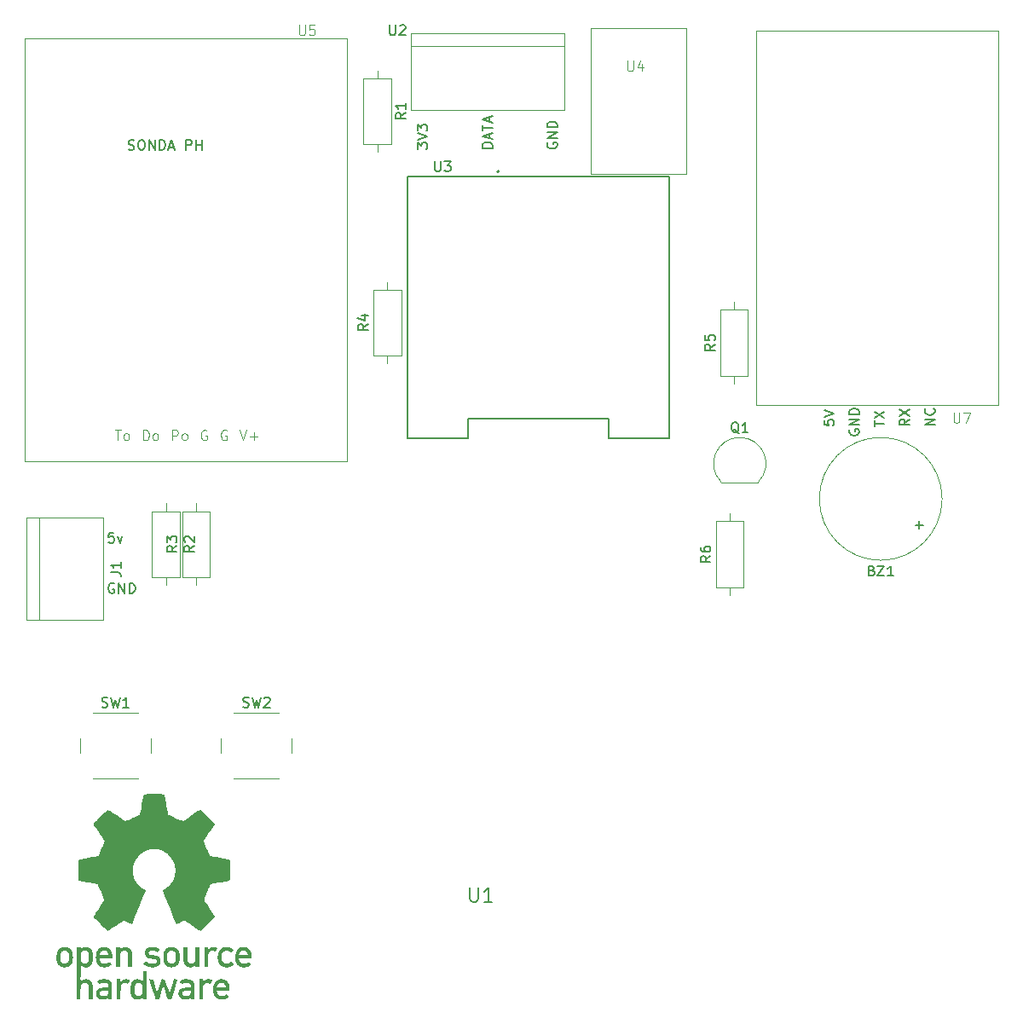
<source format=gbr>
%TF.GenerationSoftware,KiCad,Pcbnew,7.0.10*%
%TF.CreationDate,2024-04-15T10:50:26-06:00*%
%TF.ProjectId,ducuchu,64756375-6368-4752-9e6b-696361645f70,rev?*%
%TF.SameCoordinates,Original*%
%TF.FileFunction,Legend,Top*%
%TF.FilePolarity,Positive*%
%FSLAX46Y46*%
G04 Gerber Fmt 4.6, Leading zero omitted, Abs format (unit mm)*
G04 Created by KiCad (PCBNEW 7.0.10) date 2024-04-15 10:50:26*
%MOMM*%
%LPD*%
G01*
G04 APERTURE LIST*
%ADD10C,0.000000*%
%ADD11C,0.150000*%
%ADD12C,0.100000*%
%ADD13C,0.120000*%
%ADD14C,0.200000*%
%ADD15C,0.127000*%
G04 APERTURE END LIST*
D10*
G36*
X105187635Y-137826231D02*
G01*
X105498688Y-137833013D01*
X105725922Y-137844297D01*
X105795009Y-137851628D01*
X105827425Y-137860084D01*
X105830793Y-137863100D01*
X105834260Y-137867331D01*
X105837842Y-137872842D01*
X105841554Y-137879699D01*
X105849422Y-137897708D01*
X105857983Y-137921878D01*
X105867353Y-137952730D01*
X105877650Y-137990784D01*
X105888990Y-138036561D01*
X105901490Y-138090580D01*
X105915267Y-138153362D01*
X105930439Y-138225427D01*
X105965433Y-138399490D01*
X106007409Y-138616930D01*
X106057302Y-138881910D01*
X106137040Y-139297926D01*
X106202379Y-139615970D01*
X106228764Y-139734162D01*
X106250488Y-139822952D01*
X106267197Y-139880704D01*
X106273561Y-139897429D01*
X106278539Y-139905781D01*
X106304682Y-139922602D01*
X106356303Y-139948708D01*
X106521398Y-140022976D01*
X106744665Y-140116977D01*
X106996946Y-140219105D01*
X107249084Y-140317755D01*
X107471919Y-140401320D01*
X107636295Y-140458194D01*
X107687448Y-140472995D01*
X107713051Y-140476771D01*
X107723151Y-140472765D01*
X107741184Y-140463239D01*
X107799277Y-140428778D01*
X107883781Y-140375703D01*
X107991147Y-140306330D01*
X108117829Y-140222973D01*
X108260277Y-140127948D01*
X108414943Y-140023569D01*
X108578280Y-139912153D01*
X108895506Y-139697229D01*
X109162527Y-139521225D01*
X109268439Y-139453493D01*
X109351274Y-139402302D01*
X109407523Y-139369922D01*
X109424582Y-139361496D01*
X109433678Y-139358625D01*
X109437179Y-139359431D01*
X109442213Y-139361834D01*
X109456775Y-139371332D01*
X109477157Y-139386926D01*
X109503153Y-139408422D01*
X109534556Y-139435626D01*
X109571160Y-139468345D01*
X109659142Y-139549550D01*
X109765448Y-139650490D01*
X109888422Y-139769613D01*
X110026414Y-139905371D01*
X110177770Y-140056214D01*
X110525298Y-140407382D01*
X110645644Y-140532045D01*
X110735122Y-140627986D01*
X110797287Y-140699123D01*
X110819239Y-140726614D01*
X110835697Y-140749375D01*
X110847105Y-140767894D01*
X110853908Y-140782661D01*
X110856550Y-140794166D01*
X110855477Y-140802900D01*
X110850864Y-140811928D01*
X110840964Y-140828604D01*
X110806432Y-140883209D01*
X110686337Y-141065580D01*
X110513249Y-141322935D01*
X110305224Y-141628193D01*
X110097450Y-141934297D01*
X109925046Y-142193956D01*
X109805961Y-142379740D01*
X109772024Y-142436356D01*
X109758147Y-142464216D01*
X109761188Y-142493896D01*
X109776821Y-142550079D01*
X109839299Y-142726577D01*
X109932455Y-142962943D01*
X110043163Y-143228416D01*
X110158296Y-143492231D01*
X110264727Y-143723624D01*
X110349329Y-143891831D01*
X110379343Y-143942627D01*
X110398977Y-143966089D01*
X110409078Y-143970204D01*
X110428381Y-143975940D01*
X110492574Y-143991859D01*
X110587524Y-144013018D01*
X110709196Y-144038588D01*
X111016573Y-144099644D01*
X111382436Y-144168390D01*
X111819739Y-144250363D01*
X112113255Y-144310273D01*
X112212123Y-144333285D01*
X112282279Y-144352378D01*
X112326136Y-144368083D01*
X112338956Y-144374832D01*
X112346105Y-144380933D01*
X112348329Y-144384543D01*
X112350458Y-144389436D01*
X112354436Y-144403276D01*
X112358052Y-144422861D01*
X112361319Y-144448601D01*
X112364250Y-144480903D01*
X112366857Y-144520176D01*
X112369155Y-144566829D01*
X112371156Y-144621270D01*
X112374318Y-144755152D01*
X112376447Y-144925089D01*
X112377649Y-145134349D01*
X112378026Y-145386200D01*
X112376685Y-145893170D01*
X112374571Y-146064365D01*
X112371107Y-146190440D01*
X112366000Y-146278702D01*
X112358960Y-146336457D01*
X112349695Y-146371010D01*
X112344137Y-146381869D01*
X112337914Y-146389667D01*
X112333724Y-146393757D01*
X112329455Y-146397731D01*
X112325136Y-146401569D01*
X112320799Y-146405251D01*
X112316474Y-146408756D01*
X112312191Y-146412063D01*
X112307981Y-146415153D01*
X112303874Y-146418004D01*
X112299901Y-146420597D01*
X112296091Y-146422910D01*
X112292477Y-146424924D01*
X112289087Y-146426617D01*
X112285954Y-146427970D01*
X112283106Y-146428962D01*
X112280574Y-146429572D01*
X112278389Y-146429780D01*
X112182409Y-146444179D01*
X111969551Y-146482308D01*
X111350818Y-146599342D01*
X110737411Y-146720058D01*
X110531213Y-146762789D01*
X110444555Y-146783631D01*
X110441660Y-146785852D01*
X110438143Y-146789739D01*
X110429284Y-146802418D01*
X110418060Y-146821481D01*
X110404555Y-146846743D01*
X110388853Y-146878016D01*
X110371037Y-146915114D01*
X110329394Y-147006039D01*
X110280294Y-147118027D01*
X110224404Y-147249586D01*
X110162390Y-147399224D01*
X110094918Y-147565448D01*
X109936266Y-147964497D01*
X109884192Y-148101063D01*
X109847624Y-148203554D01*
X109824564Y-148277892D01*
X109813015Y-148330002D01*
X109810934Y-148349571D01*
X109810981Y-148365805D01*
X109812907Y-148379442D01*
X109816463Y-148391224D01*
X109821808Y-148402043D01*
X109832241Y-148420196D01*
X109867263Y-148476822D01*
X109919312Y-148557748D01*
X109986169Y-148659617D01*
X110155434Y-148912760D01*
X110357311Y-149209406D01*
X110557114Y-149502846D01*
X110720737Y-149747251D01*
X110831294Y-149917109D01*
X110861395Y-149966111D01*
X110871898Y-149986908D01*
X110856603Y-150009900D01*
X110813317Y-150059655D01*
X110658365Y-150223964D01*
X110438227Y-150448860D01*
X110184090Y-150703367D01*
X109927139Y-150956508D01*
X109698560Y-151177308D01*
X109529539Y-151334791D01*
X109477109Y-151380108D01*
X109451262Y-151397980D01*
X109446906Y-151398589D01*
X109441633Y-151398412D01*
X109435402Y-151397423D01*
X109428171Y-151395596D01*
X109419900Y-151392907D01*
X109410549Y-151389329D01*
X109388442Y-151379408D01*
X109361523Y-151365629D01*
X109329466Y-151347789D01*
X109291944Y-151325684D01*
X109248632Y-151299111D01*
X109199203Y-151267867D01*
X109143330Y-151231748D01*
X109080688Y-151190551D01*
X109010951Y-151144072D01*
X108848882Y-151034458D01*
X108654516Y-150901276D01*
X108362352Y-150701694D01*
X108115246Y-150535762D01*
X107939256Y-150420780D01*
X107886071Y-150387801D01*
X107860436Y-150374048D01*
X107856717Y-150373139D01*
X107852475Y-150372610D01*
X107847702Y-150372465D01*
X107842388Y-150372709D01*
X107830100Y-150374379D01*
X107815535Y-150377651D01*
X107798619Y-150382556D01*
X107779276Y-150389127D01*
X107757431Y-150397395D01*
X107733009Y-150407392D01*
X107705934Y-150419149D01*
X107676133Y-150432699D01*
X107643529Y-150448073D01*
X107608048Y-150465304D01*
X107569614Y-150484421D01*
X107528152Y-150505459D01*
X107435845Y-150553418D01*
X107360123Y-150592592D01*
X107288849Y-150628163D01*
X107223578Y-150659447D01*
X107165862Y-150685755D01*
X107117257Y-150706402D01*
X107079317Y-150720701D01*
X107064832Y-150725255D01*
X107053596Y-150727965D01*
X107045804Y-150728745D01*
X107041649Y-150727509D01*
X106971876Y-150576673D01*
X106813251Y-150203857D01*
X106350457Y-149087150D01*
X105895295Y-147967121D01*
X105746209Y-147590152D01*
X105689791Y-147433503D01*
X105689870Y-147430145D01*
X105690105Y-147426770D01*
X105691035Y-147419979D01*
X105692567Y-147413155D01*
X105694684Y-147406321D01*
X105697371Y-147399497D01*
X105700612Y-147392709D01*
X105704390Y-147385979D01*
X105708690Y-147379329D01*
X105713497Y-147372784D01*
X105718794Y-147366364D01*
X105724566Y-147360095D01*
X105730796Y-147353998D01*
X105737470Y-147348096D01*
X105744571Y-147342413D01*
X105752083Y-147336971D01*
X105759990Y-147331794D01*
X105799634Y-147306360D01*
X105842234Y-147277624D01*
X105933995Y-147212123D01*
X106030647Y-147139048D01*
X106127562Y-147062157D01*
X106220115Y-146985206D01*
X106303677Y-146911951D01*
X106373623Y-146846150D01*
X106402044Y-146817219D01*
X106425325Y-146791559D01*
X106489643Y-146713698D01*
X106549538Y-146634835D01*
X106605048Y-146554873D01*
X106656207Y-146473713D01*
X106703052Y-146391256D01*
X106745619Y-146307402D01*
X106783945Y-146222054D01*
X106818064Y-146135113D01*
X106848014Y-146046480D01*
X106873829Y-145956056D01*
X106895547Y-145863742D01*
X106913203Y-145769440D01*
X106926833Y-145673051D01*
X106936474Y-145574476D01*
X106942160Y-145473617D01*
X106943929Y-145370374D01*
X106941392Y-145261119D01*
X106934054Y-145154419D01*
X106921877Y-145050181D01*
X106904823Y-144948314D01*
X106882851Y-144848723D01*
X106855924Y-144751317D01*
X106824003Y-144656003D01*
X106787049Y-144562687D01*
X106745023Y-144471278D01*
X106697887Y-144381683D01*
X106645602Y-144293809D01*
X106588129Y-144207563D01*
X106525429Y-144122853D01*
X106457463Y-144039585D01*
X106384193Y-143957668D01*
X106305581Y-143877009D01*
X106239486Y-143814211D01*
X106172469Y-143755132D01*
X106104411Y-143699715D01*
X106035194Y-143647903D01*
X105964700Y-143599639D01*
X105892810Y-143554868D01*
X105819407Y-143513533D01*
X105744373Y-143475577D01*
X105667588Y-143440943D01*
X105588936Y-143409576D01*
X105508299Y-143381418D01*
X105425556Y-143356414D01*
X105340592Y-143334506D01*
X105253287Y-143315639D01*
X105163524Y-143299755D01*
X105071184Y-143286799D01*
X104953396Y-143275696D01*
X104836099Y-143271333D01*
X104719503Y-143273636D01*
X104603820Y-143282532D01*
X104489261Y-143297949D01*
X104376036Y-143319813D01*
X104264358Y-143348051D01*
X104154437Y-143382591D01*
X104046483Y-143423359D01*
X103940709Y-143470283D01*
X103837326Y-143523290D01*
X103736543Y-143582306D01*
X103638573Y-143647259D01*
X103543627Y-143718076D01*
X103451915Y-143794683D01*
X103363649Y-143877009D01*
X103284519Y-143958215D01*
X103210813Y-144040675D01*
X103142490Y-144124490D01*
X103079506Y-144209760D01*
X103021819Y-144296585D01*
X102969386Y-144385067D01*
X102922164Y-144475306D01*
X102880111Y-144567402D01*
X102843184Y-144661457D01*
X102811340Y-144757572D01*
X102784537Y-144855846D01*
X102762731Y-144956380D01*
X102745880Y-145059276D01*
X102733941Y-145164633D01*
X102726872Y-145272553D01*
X102724630Y-145383136D01*
X102726711Y-145483606D01*
X102732669Y-145582058D01*
X102742529Y-145678555D01*
X102756313Y-145773160D01*
X102774045Y-145865936D01*
X102795747Y-145956948D01*
X102821444Y-146046257D01*
X102851158Y-146133928D01*
X102884913Y-146220023D01*
X102922731Y-146304606D01*
X102964637Y-146387740D01*
X103010654Y-146469488D01*
X103060804Y-146549913D01*
X103115111Y-146629080D01*
X103173599Y-146707050D01*
X103236290Y-146783887D01*
X103260312Y-146810900D01*
X103288499Y-146840386D01*
X103320405Y-146871977D01*
X103355584Y-146905306D01*
X103433984Y-146975710D01*
X103520133Y-147048658D01*
X103610468Y-147121214D01*
X103701424Y-147190437D01*
X103746022Y-147222881D01*
X103789438Y-147253391D01*
X103831228Y-147281598D01*
X103870946Y-147307135D01*
X103884718Y-147315946D01*
X103897479Y-147324542D01*
X103909245Y-147332941D01*
X103920035Y-147341163D01*
X103929864Y-147349229D01*
X103938749Y-147357158D01*
X103946709Y-147364970D01*
X103953758Y-147372683D01*
X103959915Y-147380319D01*
X103965197Y-147387896D01*
X103969619Y-147395434D01*
X103973199Y-147402953D01*
X103975955Y-147410472D01*
X103977902Y-147418011D01*
X103979058Y-147425590D01*
X103979439Y-147433228D01*
X103923026Y-147589935D01*
X103773951Y-147966947D01*
X103318816Y-149087033D01*
X102856027Y-150203785D01*
X102697385Y-150576630D01*
X102627578Y-150727503D01*
X102625967Y-150728378D01*
X102623422Y-150728739D01*
X102619968Y-150728596D01*
X102615629Y-150727959D01*
X102604393Y-150725249D01*
X102589907Y-150720694D01*
X102572368Y-150714380D01*
X102551967Y-150706394D01*
X102528901Y-150696821D01*
X102503363Y-150685746D01*
X102445648Y-150659438D01*
X102380377Y-150628155D01*
X102309103Y-150592584D01*
X102233382Y-150553412D01*
X102141075Y-150505452D01*
X102061181Y-150465297D01*
X101993097Y-150432693D01*
X101936223Y-150407386D01*
X101889957Y-150389121D01*
X101870613Y-150382550D01*
X101853697Y-150377645D01*
X101839131Y-150374373D01*
X101826842Y-150372703D01*
X101816754Y-150372604D01*
X101808791Y-150374042D01*
X101799639Y-150378369D01*
X101783223Y-150387752D01*
X101730221Y-150420605D01*
X101653031Y-150470448D01*
X101554896Y-150535128D01*
X101308772Y-150700383D01*
X101017806Y-150899140D01*
X100727437Y-151096587D01*
X100482930Y-151258281D01*
X100385910Y-151320505D01*
X100309995Y-151367534D01*
X100258401Y-151397281D01*
X100242728Y-151405022D01*
X100234340Y-151407660D01*
X100231136Y-151406749D01*
X100226168Y-151404043D01*
X100211127Y-151393431D01*
X100189599Y-151376179D01*
X100161963Y-151352647D01*
X100089892Y-151288170D01*
X99997956Y-151202859D01*
X99889199Y-151099574D01*
X99766663Y-150981174D01*
X99633392Y-150850519D01*
X99492428Y-150710468D01*
X99492409Y-150710474D01*
X99144238Y-150359507D01*
X99023642Y-150234890D01*
X98933954Y-150138961D01*
X98871610Y-150067803D01*
X98849578Y-150040289D01*
X98833045Y-150017499D01*
X98821567Y-149998944D01*
X98814697Y-149984134D01*
X98811989Y-149972578D01*
X98812999Y-149963788D01*
X98817394Y-149954976D01*
X98826734Y-149939004D01*
X98859194Y-149887174D01*
X98908262Y-149811486D01*
X98971824Y-149715129D01*
X99133970Y-149473157D01*
X99328710Y-149186762D01*
X99524111Y-148898906D01*
X99688062Y-148652961D01*
X99803365Y-148475032D01*
X99837399Y-148419731D01*
X99852822Y-148391224D01*
X99854780Y-148385521D01*
X99856361Y-148379443D01*
X99857534Y-148372899D01*
X99858268Y-148365796D01*
X99858532Y-148358042D01*
X99858295Y-148349544D01*
X99857526Y-148340210D01*
X99856193Y-148329948D01*
X99854266Y-148318667D01*
X99851713Y-148306272D01*
X99848503Y-148292673D01*
X99844605Y-148277777D01*
X99834622Y-148243726D01*
X99821514Y-148203380D01*
X99805033Y-148156001D01*
X99784928Y-148100851D01*
X99760953Y-148037193D01*
X99732857Y-147964289D01*
X99700391Y-147881400D01*
X99663308Y-147787789D01*
X99574291Y-147565448D01*
X99444803Y-147249583D01*
X99339811Y-147006037D01*
X99298169Y-146915112D01*
X99264651Y-146846742D01*
X99239925Y-146802418D01*
X99231067Y-146789739D01*
X99224657Y-146783631D01*
X99137999Y-146762787D01*
X98931800Y-146720055D01*
X98318392Y-146599340D01*
X97699657Y-146482307D01*
X97486799Y-146444178D01*
X97390819Y-146429780D01*
X97389772Y-146429727D01*
X97388634Y-146429572D01*
X97387409Y-146429315D01*
X97386102Y-146428961D01*
X97383253Y-146427969D01*
X97380118Y-146426616D01*
X97376727Y-146424921D01*
X97373112Y-146422907D01*
X97369302Y-146420593D01*
X97365328Y-146418000D01*
X97361221Y-146415148D01*
X97357010Y-146412058D01*
X97352727Y-146408750D01*
X97348403Y-146405246D01*
X97344066Y-146401565D01*
X97339749Y-146397727D01*
X97335482Y-146393755D01*
X97331295Y-146389667D01*
X97328096Y-146386095D01*
X97325068Y-146381871D01*
X97322206Y-146376882D01*
X97319507Y-146371013D01*
X97316965Y-146364151D01*
X97314576Y-146356182D01*
X97312336Y-146346990D01*
X97310239Y-146336462D01*
X97308281Y-146324484D01*
X97306458Y-146310942D01*
X97303198Y-146278708D01*
X97300422Y-146238846D01*
X97298092Y-146190445D01*
X97296174Y-146132590D01*
X97294630Y-146064368D01*
X97293423Y-145984866D01*
X97292518Y-145893172D01*
X97291465Y-145669551D01*
X97291179Y-145386200D01*
X97292759Y-144925086D01*
X97298051Y-144621264D01*
X97302348Y-144520168D01*
X97307884Y-144448593D01*
X97314763Y-144403270D01*
X97318739Y-144389433D01*
X97323089Y-144380933D01*
X97325973Y-144377960D01*
X97330238Y-144374834D01*
X97343058Y-144368087D01*
X97361849Y-144360625D01*
X97386914Y-144352383D01*
X97418554Y-144343294D01*
X97457071Y-144333291D01*
X97502765Y-144322308D01*
X97555938Y-144310278D01*
X97685929Y-144282813D01*
X97849455Y-144250365D01*
X98048927Y-144212401D01*
X98286757Y-144168390D01*
X98652621Y-144099641D01*
X98959998Y-144038582D01*
X99176620Y-143991851D01*
X99240814Y-143975934D01*
X99270217Y-143966089D01*
X99289850Y-143942627D01*
X99319863Y-143891831D01*
X99404464Y-143723624D01*
X99510894Y-143492231D01*
X99626025Y-143228416D01*
X99736732Y-142962943D01*
X99829888Y-142726577D01*
X99892366Y-142550079D01*
X99907999Y-142493896D01*
X99911040Y-142464216D01*
X99906751Y-142454091D01*
X99897166Y-142436351D01*
X99863229Y-142379733D01*
X99811474Y-142297791D01*
X99744145Y-142193952D01*
X99663486Y-142071645D01*
X99571741Y-141934297D01*
X99471153Y-141785337D01*
X99363967Y-141628193D01*
X99155942Y-141322935D01*
X98982855Y-141065580D01*
X98862761Y-140883209D01*
X98828228Y-140828604D01*
X98813714Y-140802900D01*
X98812740Y-140798849D01*
X98812640Y-140794166D01*
X98813469Y-140788791D01*
X98815283Y-140782661D01*
X98818136Y-140775716D01*
X98822085Y-140767894D01*
X98827186Y-140759134D01*
X98833494Y-140749375D01*
X98841063Y-140738555D01*
X98849951Y-140726614D01*
X98871903Y-140699123D01*
X98899794Y-140666410D01*
X98934069Y-140627986D01*
X98975171Y-140583361D01*
X99023547Y-140532045D01*
X99079639Y-140473549D01*
X99143894Y-140407382D01*
X99216755Y-140333055D01*
X99298667Y-140250078D01*
X99491424Y-140056214D01*
X99797693Y-139752524D01*
X99921309Y-139632748D01*
X100025073Y-139534513D01*
X100108855Y-139457941D01*
X100172523Y-139403152D01*
X100215948Y-139370269D01*
X100230029Y-139362080D01*
X100239000Y-139359412D01*
X100248496Y-139362397D01*
X100266029Y-139371008D01*
X100323427Y-139403958D01*
X100407636Y-139455957D01*
X100515100Y-139524700D01*
X100642261Y-139607883D01*
X100785561Y-139703200D01*
X100941443Y-139808348D01*
X101106350Y-139921021D01*
X101427186Y-140138805D01*
X101697775Y-140317208D01*
X101805326Y-140385887D01*
X101889636Y-140437816D01*
X101947144Y-140470693D01*
X101964735Y-140479267D01*
X101974291Y-140482215D01*
X102005546Y-140476208D01*
X102061483Y-140458902D01*
X102232900Y-140396475D01*
X102459534Y-140307103D01*
X102712379Y-140202953D01*
X102962428Y-140096193D01*
X103180675Y-139998992D01*
X103338113Y-139923516D01*
X103384965Y-139897728D01*
X103405736Y-139881934D01*
X103409964Y-139871706D01*
X103415898Y-139851901D01*
X103432454Y-139785653D01*
X103454536Y-139687374D01*
X103481275Y-139561246D01*
X103545252Y-139242183D01*
X103617440Y-138861933D01*
X103706681Y-138389546D01*
X103740755Y-138218939D01*
X103769008Y-138086664D01*
X103792345Y-137988674D01*
X103811673Y-137920926D01*
X103827897Y-137879374D01*
X103835129Y-137867158D01*
X103841924Y-137859974D01*
X103874338Y-137851521D01*
X103943424Y-137844197D01*
X104170655Y-137832937D01*
X104481708Y-137826191D01*
X104834671Y-137823957D01*
X105187635Y-137826231D01*
G37*
G36*
X110795777Y-152992854D02*
G01*
X110841121Y-152998615D01*
X110886367Y-153007575D01*
X110931352Y-153019751D01*
X110975910Y-153035164D01*
X111019875Y-153053834D01*
X111047152Y-153066606D01*
X111070749Y-153078099D01*
X111090625Y-153088721D01*
X111099155Y-153093834D01*
X111106739Y-153098881D01*
X111113372Y-153103915D01*
X111119050Y-153108987D01*
X111123766Y-153114147D01*
X111127515Y-153119447D01*
X111130293Y-153124938D01*
X111132095Y-153130671D01*
X111132915Y-153136697D01*
X111132747Y-153143067D01*
X111131588Y-153149832D01*
X111129431Y-153157043D01*
X111126272Y-153164751D01*
X111122105Y-153173008D01*
X111116926Y-153181864D01*
X111110729Y-153191371D01*
X111103508Y-153201579D01*
X111095259Y-153212540D01*
X111075657Y-153236923D01*
X111051879Y-153264930D01*
X110991634Y-153333448D01*
X110879967Y-153459534D01*
X110789098Y-153416413D01*
X110770051Y-153407912D01*
X110750855Y-153400399D01*
X110731542Y-153393864D01*
X110712143Y-153388298D01*
X110692690Y-153383689D01*
X110673214Y-153380029D01*
X110653746Y-153377306D01*
X110634319Y-153375512D01*
X110614964Y-153374635D01*
X110595711Y-153374667D01*
X110576593Y-153375596D01*
X110557641Y-153377413D01*
X110538887Y-153380107D01*
X110520361Y-153383670D01*
X110502095Y-153388090D01*
X110484122Y-153393358D01*
X110466471Y-153399463D01*
X110449176Y-153406396D01*
X110432266Y-153414146D01*
X110415774Y-153422704D01*
X110399732Y-153432059D01*
X110384169Y-153442201D01*
X110369119Y-153453121D01*
X110354612Y-153464808D01*
X110340681Y-153477253D01*
X110327355Y-153490445D01*
X110314667Y-153504373D01*
X110302649Y-153519029D01*
X110291331Y-153534402D01*
X110280746Y-153550482D01*
X110270924Y-153567259D01*
X110261898Y-153584723D01*
X110252995Y-153603729D01*
X110245129Y-153622337D01*
X110238236Y-153641459D01*
X110235135Y-153651497D01*
X110232253Y-153662006D01*
X110229583Y-153673099D01*
X110227116Y-153684890D01*
X110224844Y-153697493D01*
X110222760Y-153711021D01*
X110220856Y-153725589D01*
X110219123Y-153741311D01*
X110216139Y-153776671D01*
X110213746Y-153818011D01*
X110211879Y-153866244D01*
X110210474Y-153922281D01*
X110209469Y-153987032D01*
X110208797Y-154061408D01*
X110208397Y-154146322D01*
X110208153Y-154351404D01*
X110208153Y-155007062D01*
X109825237Y-155007062D01*
X109825246Y-154011487D01*
X109825246Y-153015906D01*
X110208162Y-153015906D01*
X110208162Y-153118018D01*
X110208471Y-153138529D01*
X110209354Y-153157664D01*
X110210750Y-153175004D01*
X110212597Y-153190130D01*
X110213670Y-153196733D01*
X110214832Y-153202624D01*
X110216075Y-153207753D01*
X110217392Y-153212067D01*
X110218775Y-153215513D01*
X110220216Y-153218040D01*
X110221707Y-153219594D01*
X110222469Y-153219990D01*
X110223241Y-153220124D01*
X110224147Y-153220012D01*
X110225298Y-153219682D01*
X110228311Y-153218384D01*
X110232220Y-153216275D01*
X110236966Y-153213397D01*
X110242493Y-153209796D01*
X110248739Y-153205514D01*
X110255648Y-153200595D01*
X110263159Y-153195083D01*
X110279757Y-153182454D01*
X110298063Y-153167976D01*
X110317607Y-153152001D01*
X110337920Y-153134876D01*
X110373413Y-153106764D01*
X110410628Y-153081634D01*
X110449399Y-153059504D01*
X110489562Y-153040395D01*
X110530952Y-153024326D01*
X110573402Y-153011316D01*
X110616747Y-153001386D01*
X110660823Y-152994555D01*
X110705463Y-152990843D01*
X110750503Y-152990269D01*
X110795777Y-152992854D01*
G37*
G36*
X102006450Y-152994773D02*
G01*
X102038900Y-152997138D01*
X102087113Y-153003141D01*
X102134109Y-153012245D01*
X102179776Y-153024363D01*
X102224000Y-153039413D01*
X102266669Y-153057308D01*
X102307669Y-153077966D01*
X102346888Y-153101302D01*
X102384214Y-153127231D01*
X102419532Y-153155668D01*
X102452731Y-153186530D01*
X102483697Y-153219732D01*
X102512318Y-153255189D01*
X102538480Y-153292817D01*
X102562071Y-153332532D01*
X102582978Y-153374249D01*
X102601088Y-153417884D01*
X102609316Y-153440747D01*
X102616614Y-153463393D01*
X102623037Y-153486758D01*
X102628640Y-153511773D01*
X102633479Y-153539373D01*
X102637608Y-153570490D01*
X102641082Y-153606058D01*
X102643956Y-153647011D01*
X102646287Y-153694282D01*
X102648127Y-153748804D01*
X102649534Y-153811510D01*
X102650561Y-153883335D01*
X102651698Y-154058072D01*
X102651980Y-154280481D01*
X102651980Y-155007062D01*
X102271407Y-155007062D01*
X102263848Y-154319629D01*
X102258419Y-153937128D01*
X102254761Y-153812529D01*
X102249695Y-153722555D01*
X102242636Y-153659847D01*
X102238177Y-153636420D01*
X102233001Y-153617050D01*
X102227034Y-153600819D01*
X102220204Y-153586806D01*
X102203661Y-153561756D01*
X102187435Y-153540863D01*
X102171010Y-153521373D01*
X102154337Y-153503258D01*
X102137366Y-153486488D01*
X102120048Y-153471034D01*
X102102334Y-153456869D01*
X102084174Y-153443961D01*
X102065519Y-153432284D01*
X102046321Y-153421808D01*
X102026528Y-153412504D01*
X102006093Y-153404343D01*
X101984965Y-153397297D01*
X101963096Y-153391335D01*
X101940436Y-153386431D01*
X101916936Y-153382554D01*
X101892547Y-153379676D01*
X101860036Y-153377569D01*
X101828426Y-153377565D01*
X101797762Y-153379639D01*
X101768090Y-153383766D01*
X101739454Y-153389923D01*
X101711902Y-153398086D01*
X101685477Y-153408230D01*
X101660226Y-153420332D01*
X101636194Y-153434367D01*
X101613427Y-153450311D01*
X101591969Y-153468140D01*
X101571867Y-153487830D01*
X101553166Y-153509357D01*
X101535911Y-153532697D01*
X101520148Y-153557825D01*
X101505922Y-153584717D01*
X101497018Y-153603723D01*
X101489151Y-153622331D01*
X101482258Y-153641453D01*
X101479157Y-153651491D01*
X101476275Y-153662000D01*
X101473604Y-153673093D01*
X101471137Y-153684884D01*
X101468866Y-153697486D01*
X101466781Y-153711015D01*
X101464877Y-153725583D01*
X101463144Y-153741305D01*
X101460160Y-153776664D01*
X101457767Y-153818005D01*
X101455900Y-153866238D01*
X101454496Y-153922275D01*
X101453490Y-153987025D01*
X101452819Y-154061402D01*
X101452418Y-154146316D01*
X101452175Y-154351398D01*
X101452175Y-155007056D01*
X101069265Y-155007056D01*
X101069271Y-154011487D01*
X101069271Y-153015906D01*
X101452181Y-153015906D01*
X101452181Y-153220044D01*
X101573436Y-153134021D01*
X101603610Y-153113240D01*
X101633047Y-153094263D01*
X101661875Y-153077053D01*
X101690220Y-153061573D01*
X101718209Y-153047785D01*
X101745970Y-153035651D01*
X101773629Y-153025136D01*
X101801312Y-153016201D01*
X101829148Y-153008809D01*
X101857262Y-153002922D01*
X101885781Y-152998505D01*
X101914833Y-152995518D01*
X101944544Y-152993926D01*
X101975040Y-152993690D01*
X102006450Y-152994773D01*
G37*
G36*
X96000000Y-153000000D02*
G01*
X96049247Y-153002874D01*
X96097606Y-153007740D01*
X96144570Y-153014599D01*
X96189634Y-153023454D01*
X96232291Y-153034305D01*
X96272035Y-153047153D01*
X96308361Y-153062000D01*
X96341824Y-153078683D01*
X96374960Y-153097737D01*
X96407617Y-153118994D01*
X96439643Y-153142284D01*
X96470886Y-153167438D01*
X96501194Y-153194287D01*
X96530413Y-153222662D01*
X96558392Y-153252392D01*
X96584979Y-153283310D01*
X96610020Y-153315245D01*
X96633365Y-153348029D01*
X96654860Y-153381492D01*
X96674354Y-153415465D01*
X96691693Y-153449778D01*
X96706727Y-153484263D01*
X96719301Y-153518750D01*
X96731479Y-153562297D01*
X96742032Y-153613057D01*
X96750962Y-153670001D01*
X96758268Y-153732096D01*
X96763951Y-153798313D01*
X96768010Y-153867622D01*
X96770446Y-153938992D01*
X96771258Y-154011393D01*
X96770446Y-154083793D01*
X96768010Y-154155163D01*
X96763951Y-154224472D01*
X96758268Y-154290689D01*
X96750962Y-154352785D01*
X96742032Y-154409728D01*
X96731479Y-154460488D01*
X96719301Y-154504035D01*
X96706639Y-154538760D01*
X96691511Y-154573449D01*
X96674075Y-154607931D01*
X96654487Y-154642031D01*
X96632902Y-154675579D01*
X96609477Y-154708400D01*
X96584368Y-154740322D01*
X96557731Y-154771173D01*
X96529722Y-154800779D01*
X96500497Y-154828969D01*
X96470212Y-154855568D01*
X96439025Y-154880405D01*
X96407089Y-154903307D01*
X96374563Y-154924101D01*
X96341601Y-154942614D01*
X96308361Y-154958674D01*
X96279662Y-154970222D01*
X96248160Y-154980757D01*
X96214227Y-154990250D01*
X96178238Y-154998670D01*
X96140569Y-155005988D01*
X96101593Y-155012174D01*
X96061686Y-155017198D01*
X96021221Y-155021030D01*
X95980574Y-155023641D01*
X95940119Y-155025001D01*
X95900230Y-155025080D01*
X95861282Y-155023848D01*
X95823650Y-155021276D01*
X95787708Y-155017334D01*
X95753831Y-155011991D01*
X95722393Y-155005219D01*
X95722396Y-155005182D01*
X95681934Y-154993626D01*
X95641919Y-154979286D01*
X95602497Y-154962293D01*
X95563817Y-154942776D01*
X95526026Y-154920862D01*
X95489272Y-154896682D01*
X95453702Y-154870363D01*
X95419464Y-154842036D01*
X95386706Y-154811829D01*
X95355576Y-154779871D01*
X95326220Y-154746291D01*
X95298787Y-154711218D01*
X95273424Y-154674781D01*
X95250279Y-154637109D01*
X95229499Y-154598331D01*
X95211232Y-154558576D01*
X95194805Y-154511978D01*
X95180660Y-154456336D01*
X95168789Y-154392938D01*
X95159184Y-154323076D01*
X95151839Y-154248037D01*
X95146745Y-154169112D01*
X95143894Y-154087589D01*
X95143736Y-154066388D01*
X95531264Y-154066388D01*
X95531419Y-154169401D01*
X95532746Y-154213241D01*
X95535004Y-154252581D01*
X95538269Y-154287878D01*
X95542615Y-154319588D01*
X95548116Y-154348169D01*
X95554848Y-154374078D01*
X95562885Y-154397772D01*
X95572301Y-154419708D01*
X95583172Y-154440343D01*
X95595570Y-154460136D01*
X95609572Y-154479541D01*
X95625252Y-154499018D01*
X95637855Y-154513361D01*
X95650920Y-154526998D01*
X95664428Y-154539925D01*
X95678362Y-154552139D01*
X95692703Y-154563638D01*
X95707434Y-154574418D01*
X95722535Y-154584476D01*
X95737990Y-154593808D01*
X95753779Y-154602412D01*
X95769884Y-154610285D01*
X95786288Y-154617424D01*
X95802972Y-154623824D01*
X95819917Y-154629484D01*
X95837107Y-154634400D01*
X95854522Y-154638569D01*
X95872144Y-154641987D01*
X95889955Y-154644653D01*
X95907938Y-154646562D01*
X95926073Y-154647711D01*
X95944343Y-154648098D01*
X95962729Y-154647719D01*
X95981213Y-154646571D01*
X95999778Y-154644651D01*
X96018404Y-154641956D01*
X96037074Y-154638483D01*
X96055769Y-154634228D01*
X96074472Y-154629188D01*
X96093164Y-154623362D01*
X96111826Y-154616744D01*
X96130442Y-154609332D01*
X96148992Y-154601124D01*
X96167458Y-154592115D01*
X96167455Y-154592109D01*
X96183883Y-154583469D01*
X96199499Y-154574724D01*
X96214322Y-154565823D01*
X96228372Y-154556714D01*
X96241667Y-154547348D01*
X96254227Y-154537673D01*
X96266071Y-154527638D01*
X96277217Y-154517193D01*
X96287684Y-154506287D01*
X96297493Y-154494869D01*
X96306661Y-154482888D01*
X96315207Y-154470294D01*
X96323151Y-154457036D01*
X96330512Y-154443062D01*
X96337309Y-154428323D01*
X96343560Y-154412767D01*
X96349285Y-154396343D01*
X96354503Y-154379002D01*
X96359233Y-154360691D01*
X96363493Y-154341360D01*
X96367304Y-154320959D01*
X96370683Y-154299437D01*
X96373650Y-154276742D01*
X96376224Y-154252824D01*
X96378424Y-154227633D01*
X96380269Y-154201117D01*
X96382970Y-154143907D01*
X96384479Y-154080790D01*
X96384948Y-154011359D01*
X96384481Y-153941946D01*
X96382977Y-153878858D01*
X96380281Y-153821682D01*
X96376239Y-153770006D01*
X96370697Y-153723419D01*
X96363499Y-153681507D01*
X96354492Y-153643860D01*
X96343520Y-153610065D01*
X96330429Y-153579710D01*
X96315065Y-153552383D01*
X96297273Y-153527673D01*
X96276899Y-153505166D01*
X96253787Y-153484451D01*
X96227784Y-153465116D01*
X96198735Y-153446749D01*
X96166485Y-153428937D01*
X96147206Y-153419386D01*
X96127821Y-153410765D01*
X96108350Y-153403068D01*
X96088811Y-153396293D01*
X96069225Y-153390433D01*
X96049612Y-153385484D01*
X96029992Y-153381443D01*
X96010384Y-153378303D01*
X95990809Y-153376061D01*
X95971286Y-153374712D01*
X95951834Y-153374251D01*
X95932475Y-153374673D01*
X95913228Y-153375975D01*
X95894112Y-153378151D01*
X95875147Y-153381197D01*
X95856354Y-153385108D01*
X95837752Y-153389880D01*
X95819362Y-153395507D01*
X95801202Y-153401986D01*
X95783292Y-153409312D01*
X95765654Y-153417480D01*
X95748306Y-153426486D01*
X95731268Y-153436324D01*
X95714560Y-153446991D01*
X95698203Y-153458481D01*
X95682215Y-153470791D01*
X95666617Y-153483915D01*
X95651429Y-153497849D01*
X95636670Y-153512588D01*
X95622360Y-153528128D01*
X95608519Y-153544464D01*
X95595168Y-153561591D01*
X95587155Y-153572857D01*
X95579935Y-153584320D01*
X95576607Y-153590224D01*
X95573459Y-153596293D01*
X95570483Y-153602568D01*
X95567674Y-153609087D01*
X95565026Y-153615889D01*
X95562532Y-153623012D01*
X95560186Y-153630497D01*
X95557981Y-153638381D01*
X95555912Y-153646703D01*
X95553972Y-153655503D01*
X95550454Y-153674691D01*
X95547377Y-153696255D01*
X95544689Y-153720507D01*
X95542342Y-153747758D01*
X95540284Y-153778319D01*
X95538465Y-153812501D01*
X95536835Y-153850616D01*
X95535344Y-153892974D01*
X95533941Y-153939887D01*
X95531264Y-154066388D01*
X95143736Y-154066388D01*
X95143278Y-154004758D01*
X95144891Y-153921909D01*
X95148723Y-153840330D01*
X95154768Y-153761312D01*
X95163017Y-153686143D01*
X95173463Y-153616113D01*
X95186098Y-153552511D01*
X95200914Y-153496627D01*
X95217904Y-153449750D01*
X95230702Y-153422516D01*
X95245706Y-153394962D01*
X95262761Y-153367246D01*
X95281711Y-153339525D01*
X95302400Y-153311956D01*
X95324673Y-153284696D01*
X95348375Y-153257901D01*
X95373350Y-153231729D01*
X95399443Y-153206336D01*
X95426498Y-153181880D01*
X95454360Y-153158518D01*
X95482873Y-153136406D01*
X95511883Y-153115701D01*
X95541232Y-153096560D01*
X95570767Y-153079141D01*
X95600332Y-153063599D01*
X95634794Y-153048595D01*
X95672924Y-153035573D01*
X95714215Y-153024533D01*
X95758161Y-153015477D01*
X95804256Y-153008407D01*
X95851993Y-153003322D01*
X95900867Y-153000226D01*
X95950372Y-152999118D01*
X96000000Y-153000000D01*
G37*
G36*
X106596489Y-152993784D02*
G01*
X106640048Y-152996103D01*
X106683151Y-153000275D01*
X106725528Y-153006293D01*
X106766910Y-153014148D01*
X106807028Y-153023831D01*
X106845610Y-153035334D01*
X106882387Y-153048647D01*
X106917089Y-153063764D01*
X106945265Y-153078154D01*
X106973545Y-153094450D01*
X107001789Y-153112515D01*
X107029857Y-153132211D01*
X107057612Y-153153400D01*
X107084914Y-153175944D01*
X107111623Y-153199706D01*
X107137602Y-153224547D01*
X107162710Y-153250331D01*
X107186809Y-153276919D01*
X107209760Y-153304173D01*
X107231424Y-153331956D01*
X107251661Y-153360129D01*
X107270333Y-153388556D01*
X107287301Y-153417098D01*
X107302425Y-153445618D01*
X107312174Y-153465667D01*
X107320795Y-153484688D01*
X107328358Y-153503339D01*
X107334931Y-153522278D01*
X107337867Y-153532061D01*
X107340582Y-153542163D01*
X107343084Y-153552665D01*
X107345381Y-153563651D01*
X107349396Y-153587399D01*
X107352697Y-153614066D01*
X107355352Y-153644309D01*
X107357429Y-153678785D01*
X107358998Y-153718153D01*
X107360128Y-153763070D01*
X107360887Y-153814193D01*
X107361343Y-153872180D01*
X107361626Y-154011377D01*
X107361345Y-154151094D01*
X107360125Y-154260442D01*
X107357403Y-154344782D01*
X107352616Y-154409476D01*
X107349272Y-154436131D01*
X107345201Y-154459884D01*
X107340331Y-154481407D01*
X107334593Y-154501368D01*
X107327917Y-154520438D01*
X107320231Y-154539287D01*
X107301549Y-154579004D01*
X107286421Y-154607664D01*
X107269609Y-154636222D01*
X107251237Y-154664557D01*
X107231427Y-154692546D01*
X107210300Y-154720066D01*
X107187978Y-154746994D01*
X107164585Y-154773208D01*
X107140241Y-154798585D01*
X107115068Y-154823002D01*
X107089190Y-154846337D01*
X107062727Y-154868466D01*
X107035802Y-154889268D01*
X107008536Y-154908618D01*
X106981053Y-154926396D01*
X106953474Y-154942477D01*
X106925921Y-154956739D01*
X106896871Y-154969281D01*
X106864258Y-154980642D01*
X106828578Y-154990789D01*
X106790325Y-154999690D01*
X106749993Y-155007312D01*
X106708075Y-155013623D01*
X106665068Y-155018589D01*
X106621464Y-155022178D01*
X106577759Y-155024357D01*
X106534447Y-155025094D01*
X106492021Y-155024356D01*
X106450977Y-155022111D01*
X106411809Y-155018325D01*
X106375011Y-155012967D01*
X106341078Y-155006003D01*
X106310503Y-154997400D01*
X106310708Y-154997382D01*
X106265095Y-154981022D01*
X106221075Y-154962434D01*
X106178699Y-154941668D01*
X106138019Y-154918775D01*
X106099085Y-154893804D01*
X106061949Y-154866807D01*
X106026662Y-154837833D01*
X105993274Y-154806932D01*
X105961837Y-154774154D01*
X105932402Y-154739551D01*
X105905019Y-154703171D01*
X105879741Y-154665065D01*
X105856618Y-154625284D01*
X105835700Y-154583877D01*
X105817040Y-154540895D01*
X105800689Y-154496387D01*
X105788697Y-154454150D01*
X105778333Y-154404484D01*
X105769595Y-154348439D01*
X105762479Y-154287063D01*
X105756983Y-154221404D01*
X105753104Y-154152510D01*
X105750840Y-154081431D01*
X105750208Y-154011359D01*
X106136507Y-154011359D01*
X106136928Y-154103979D01*
X106138419Y-154179679D01*
X106141324Y-154241209D01*
X106143413Y-154267520D01*
X106145984Y-154291319D01*
X106149080Y-154312951D01*
X106152743Y-154332759D01*
X106157017Y-154351088D01*
X106161943Y-154368280D01*
X106167566Y-154384680D01*
X106173928Y-154400631D01*
X106189040Y-154432563D01*
X106198303Y-154449345D01*
X106208499Y-154465543D01*
X106219587Y-154481143D01*
X106231528Y-154496132D01*
X106244280Y-154510496D01*
X106257802Y-154524223D01*
X106272054Y-154537299D01*
X106286996Y-154549711D01*
X106302586Y-154561445D01*
X106318784Y-154572489D01*
X106335550Y-154582829D01*
X106352842Y-154592452D01*
X106370619Y-154601345D01*
X106388842Y-154609494D01*
X106407470Y-154616887D01*
X106426462Y-154623510D01*
X106445776Y-154629349D01*
X106465373Y-154634392D01*
X106485212Y-154638626D01*
X106505253Y-154642036D01*
X106525453Y-154644611D01*
X106545774Y-154646336D01*
X106566174Y-154647199D01*
X106586612Y-154647186D01*
X106607048Y-154646284D01*
X106627442Y-154644479D01*
X106647751Y-154641760D01*
X106667937Y-154638111D01*
X106687958Y-154633521D01*
X106707773Y-154627975D01*
X106727342Y-154621461D01*
X106746624Y-154613965D01*
X106746621Y-154613971D01*
X106755678Y-154609848D01*
X106765230Y-154604858D01*
X106775196Y-154599069D01*
X106785493Y-154592548D01*
X106796042Y-154585365D01*
X106806760Y-154577586D01*
X106817565Y-154569279D01*
X106828378Y-154560512D01*
X106839115Y-154551352D01*
X106849697Y-154541867D01*
X106860040Y-154532126D01*
X106870065Y-154522195D01*
X106879690Y-154512143D01*
X106888833Y-154502037D01*
X106897413Y-154491945D01*
X106905349Y-154481934D01*
X106918260Y-154464902D01*
X106929566Y-154449406D01*
X106934649Y-154442021D01*
X106939371Y-154434763D01*
X106943744Y-154427548D01*
X106947783Y-154420291D01*
X106951500Y-154412905D01*
X106954908Y-154405306D01*
X106958022Y-154397408D01*
X106960854Y-154389126D01*
X106963418Y-154380375D01*
X106965727Y-154371068D01*
X106967795Y-154361121D01*
X106969634Y-154350449D01*
X106971259Y-154338966D01*
X106972682Y-154326586D01*
X106973917Y-154313225D01*
X106974977Y-154298797D01*
X106975875Y-154283216D01*
X106976626Y-154266398D01*
X106977735Y-154228706D01*
X106978413Y-154185039D01*
X106978764Y-154134715D01*
X106978917Y-154011359D01*
X106978764Y-153888004D01*
X106977735Y-153794012D01*
X106974977Y-153723922D01*
X106972682Y-153696132D01*
X106969634Y-153672269D01*
X106965727Y-153651650D01*
X106960854Y-153633592D01*
X106954908Y-153617412D01*
X106947783Y-153602427D01*
X106939371Y-153587955D01*
X106929566Y-153573312D01*
X106905349Y-153540784D01*
X106892827Y-153525066D01*
X106879826Y-153510106D01*
X106866365Y-153495905D01*
X106852459Y-153482469D01*
X106838126Y-153469800D01*
X106823385Y-153457901D01*
X106808253Y-153446777D01*
X106792747Y-153436431D01*
X106776884Y-153426867D01*
X106760683Y-153418087D01*
X106744161Y-153410096D01*
X106727334Y-153402897D01*
X106710222Y-153396493D01*
X106692840Y-153390888D01*
X106675208Y-153386085D01*
X106657342Y-153382088D01*
X106639260Y-153378901D01*
X106620979Y-153376527D01*
X106602516Y-153374969D01*
X106583891Y-153374231D01*
X106565119Y-153374316D01*
X106546218Y-153375228D01*
X106527207Y-153376971D01*
X106508102Y-153379548D01*
X106488920Y-153382962D01*
X106469681Y-153387217D01*
X106450400Y-153392317D01*
X106431096Y-153398264D01*
X106411785Y-153405063D01*
X106392487Y-153412717D01*
X106373217Y-153421229D01*
X106353994Y-153430604D01*
X106337567Y-153439243D01*
X106321951Y-153447988D01*
X106307128Y-153456889D01*
X106293079Y-153465998D01*
X106279784Y-153475364D01*
X106267224Y-153485040D01*
X106255381Y-153495074D01*
X106244235Y-153505519D01*
X106233768Y-153516426D01*
X106223960Y-153527844D01*
X106214792Y-153539824D01*
X106206246Y-153552419D01*
X106198302Y-153565677D01*
X106190942Y-153579651D01*
X106184145Y-153594390D01*
X106177894Y-153609946D01*
X106172169Y-153626370D01*
X106166951Y-153643712D01*
X106162222Y-153662022D01*
X106157961Y-153681353D01*
X106154151Y-153701755D01*
X106150772Y-153723277D01*
X106147805Y-153745972D01*
X106145231Y-153769891D01*
X106143031Y-153795082D01*
X106141186Y-153821599D01*
X106138485Y-153878809D01*
X106136976Y-153941927D01*
X106136507Y-154011359D01*
X105750208Y-154011359D01*
X105750189Y-154009215D01*
X105751146Y-153936910D01*
X105753710Y-153865565D01*
X105757878Y-153796227D01*
X105763648Y-153729947D01*
X105771016Y-153667771D01*
X105779981Y-153610748D01*
X105790539Y-153559928D01*
X105802688Y-153516358D01*
X105816653Y-153478076D01*
X105833221Y-153440318D01*
X105852259Y-153403219D01*
X105873634Y-153366915D01*
X105897213Y-153331545D01*
X105922862Y-153297243D01*
X105950450Y-153264146D01*
X105979842Y-153232390D01*
X106010907Y-153202113D01*
X106043511Y-153173449D01*
X106077521Y-153146537D01*
X106112804Y-153121511D01*
X106149228Y-153098509D01*
X106186659Y-153077666D01*
X106224965Y-153059120D01*
X106264013Y-153043006D01*
X106301498Y-153030184D01*
X106340688Y-153019285D01*
X106381311Y-153010300D01*
X106423098Y-153003221D01*
X106465780Y-152998038D01*
X106509085Y-152994743D01*
X106552745Y-152993328D01*
X106596489Y-152993784D01*
G37*
G36*
X104689458Y-152995238D02*
G01*
X104730147Y-152997230D01*
X104776096Y-153000590D01*
X104820367Y-153004824D01*
X104863052Y-153009959D01*
X104904239Y-153016020D01*
X104944019Y-153023036D01*
X104982481Y-153031032D01*
X105019714Y-153040035D01*
X105055809Y-153050071D01*
X105090855Y-153061168D01*
X105124941Y-153073351D01*
X105158158Y-153086648D01*
X105190595Y-153101084D01*
X105222342Y-153116686D01*
X105253489Y-153133482D01*
X105284125Y-153151497D01*
X105314339Y-153170759D01*
X105434386Y-153250275D01*
X105318166Y-153386310D01*
X105201946Y-153522345D01*
X105031035Y-153441376D01*
X104980269Y-153418069D01*
X104957364Y-153408259D01*
X104935711Y-153399590D01*
X104915008Y-153391995D01*
X104894957Y-153385408D01*
X104875257Y-153379763D01*
X104855606Y-153374994D01*
X104835705Y-153371034D01*
X104815253Y-153367817D01*
X104793949Y-153365276D01*
X104771494Y-153363347D01*
X104747588Y-153361961D01*
X104721928Y-153361054D01*
X104664150Y-153360407D01*
X104609587Y-153360927D01*
X104563735Y-153362661D01*
X104543663Y-153364065D01*
X104525272Y-153365870D01*
X104508398Y-153368109D01*
X104492875Y-153370816D01*
X104478537Y-153374022D01*
X104465220Y-153377759D01*
X104452758Y-153382062D01*
X104440986Y-153386962D01*
X104429738Y-153392492D01*
X104418849Y-153398685D01*
X104408154Y-153405574D01*
X104397487Y-153413190D01*
X104386114Y-153422207D01*
X104375445Y-153431723D01*
X104365483Y-153441699D01*
X104356229Y-153452095D01*
X104347683Y-153462874D01*
X104339847Y-153473996D01*
X104332721Y-153485423D01*
X104326307Y-153497115D01*
X104320605Y-153509034D01*
X104315617Y-153521141D01*
X104311344Y-153533397D01*
X104307786Y-153545763D01*
X104304945Y-153558201D01*
X104302822Y-153570671D01*
X104301417Y-153583135D01*
X104300732Y-153595553D01*
X104300768Y-153607888D01*
X104301526Y-153620100D01*
X104303006Y-153632150D01*
X104305210Y-153644000D01*
X104308139Y-153655610D01*
X104311794Y-153666942D01*
X104316176Y-153677957D01*
X104321285Y-153688617D01*
X104327124Y-153698881D01*
X104333692Y-153708712D01*
X104340991Y-153718070D01*
X104349023Y-153726917D01*
X104357787Y-153735214D01*
X104367285Y-153742922D01*
X104377518Y-153750002D01*
X104388488Y-153756415D01*
X104395697Y-153759542D01*
X104406034Y-153762932D01*
X104419304Y-153766553D01*
X104435311Y-153770371D01*
X104474754Y-153778472D01*
X104522800Y-153786974D01*
X104577884Y-153795618D01*
X104638443Y-153804142D01*
X104702912Y-153812288D01*
X104769729Y-153819794D01*
X104846126Y-153828370D01*
X104915682Y-153837420D01*
X104978841Y-153847156D01*
X105036049Y-153857796D01*
X105087748Y-153869552D01*
X105134384Y-153882639D01*
X105176401Y-153897273D01*
X105214244Y-153913669D01*
X105248356Y-153932039D01*
X105279182Y-153952601D01*
X105307167Y-153975567D01*
X105332755Y-154001154D01*
X105356390Y-154029574D01*
X105378516Y-154061044D01*
X105399579Y-154095778D01*
X105420022Y-154133991D01*
X105433738Y-154162910D01*
X105445743Y-154192091D01*
X105456055Y-154221486D01*
X105464692Y-154251048D01*
X105471673Y-154280727D01*
X105477017Y-154310475D01*
X105480742Y-154340246D01*
X105482868Y-154369989D01*
X105483413Y-154399658D01*
X105482395Y-154429204D01*
X105479834Y-154458579D01*
X105475748Y-154487734D01*
X105470156Y-154516622D01*
X105463077Y-154545194D01*
X105454529Y-154573403D01*
X105444531Y-154601199D01*
X105433101Y-154628535D01*
X105420259Y-154655363D01*
X105406024Y-154681635D01*
X105390413Y-154707302D01*
X105373445Y-154732316D01*
X105355141Y-154756629D01*
X105335517Y-154780193D01*
X105314593Y-154802960D01*
X105292387Y-154824881D01*
X105268919Y-154845908D01*
X105244206Y-154865994D01*
X105218269Y-154885090D01*
X105191124Y-154903148D01*
X105162792Y-154920119D01*
X105133291Y-154935956D01*
X105102639Y-154950611D01*
X105064874Y-154965903D01*
X105023496Y-154979547D01*
X104978966Y-154991522D01*
X104931748Y-155001808D01*
X104882305Y-155010383D01*
X104831100Y-155017226D01*
X104778597Y-155022317D01*
X104725258Y-155025635D01*
X104671547Y-155027157D01*
X104617927Y-155026865D01*
X104564860Y-155024736D01*
X104512811Y-155020749D01*
X104462242Y-155014884D01*
X104413616Y-155007120D01*
X104367397Y-154997436D01*
X104324047Y-154985810D01*
X104324041Y-154985822D01*
X104289305Y-154974985D01*
X104255636Y-154963752D01*
X104222999Y-154952107D01*
X104191360Y-154940031D01*
X104160687Y-154927508D01*
X104130944Y-154914520D01*
X104102099Y-154901049D01*
X104074118Y-154887079D01*
X104046966Y-154872591D01*
X104020611Y-154857568D01*
X103995018Y-154841993D01*
X103970154Y-154825848D01*
X103945985Y-154809117D01*
X103922477Y-154791780D01*
X103899596Y-154773822D01*
X103877309Y-154755225D01*
X103787960Y-154678382D01*
X103917785Y-154547205D01*
X104047609Y-154416034D01*
X104126296Y-154482245D01*
X104155056Y-154505522D01*
X104183925Y-154527001D01*
X104213026Y-154546723D01*
X104242482Y-154564729D01*
X104272418Y-154581060D01*
X104302956Y-154595756D01*
X104334220Y-154608860D01*
X104366335Y-154620411D01*
X104399422Y-154630450D01*
X104433607Y-154639019D01*
X104469011Y-154646158D01*
X104505760Y-154651909D01*
X104543976Y-154656311D01*
X104583783Y-154659407D01*
X104625304Y-154661237D01*
X104668664Y-154661841D01*
X104714074Y-154661337D01*
X104756224Y-154659777D01*
X104795243Y-154657110D01*
X104831260Y-154653285D01*
X104864406Y-154648248D01*
X104894808Y-154641949D01*
X104922596Y-154634335D01*
X104947900Y-154625354D01*
X104970849Y-154614955D01*
X104991571Y-154603086D01*
X105010197Y-154589694D01*
X105026856Y-154574728D01*
X105041676Y-154558136D01*
X105054787Y-154539866D01*
X105066319Y-154519866D01*
X105076400Y-154498084D01*
X105083341Y-154479539D01*
X105088762Y-154461148D01*
X105092678Y-154442968D01*
X105095102Y-154425055D01*
X105096049Y-154407466D01*
X105095533Y-154390255D01*
X105093570Y-154373481D01*
X105090172Y-154357199D01*
X105085356Y-154341465D01*
X105079135Y-154326336D01*
X105071523Y-154311868D01*
X105062535Y-154298117D01*
X105057530Y-154291528D01*
X105052187Y-154285139D01*
X105046506Y-154278958D01*
X105040491Y-154272991D01*
X105034142Y-154267246D01*
X105027462Y-154261730D01*
X105013115Y-154251410D01*
X105004680Y-154246617D01*
X104993937Y-154241760D01*
X104980973Y-154236856D01*
X104965874Y-154231924D01*
X104948728Y-154226980D01*
X104929621Y-154222043D01*
X104908639Y-154217130D01*
X104885870Y-154212259D01*
X104861400Y-154207449D01*
X104835315Y-154202715D01*
X104778648Y-154193552D01*
X104716564Y-154184911D01*
X104649755Y-154176935D01*
X104587227Y-154169396D01*
X104524591Y-154160638D01*
X104463525Y-154150976D01*
X104405706Y-154140725D01*
X104352815Y-154130200D01*
X104306530Y-154119715D01*
X104268528Y-154109587D01*
X104240490Y-154100129D01*
X104218871Y-154090841D01*
X104197861Y-154080570D01*
X104177476Y-154069350D01*
X104157732Y-154057211D01*
X104138646Y-154044187D01*
X104120232Y-154030310D01*
X104102509Y-154015612D01*
X104085490Y-154000126D01*
X104069194Y-153983885D01*
X104053635Y-153966919D01*
X104038829Y-153949263D01*
X104024794Y-153930948D01*
X104011545Y-153912006D01*
X103999098Y-153892471D01*
X103987468Y-153872374D01*
X103976674Y-153851748D01*
X103966729Y-153830626D01*
X103957651Y-153809039D01*
X103949456Y-153787020D01*
X103942159Y-153764602D01*
X103935776Y-153741817D01*
X103930325Y-153718697D01*
X103925821Y-153695274D01*
X103922279Y-153671582D01*
X103919717Y-153647652D01*
X103918150Y-153623517D01*
X103917594Y-153599210D01*
X103918065Y-153574762D01*
X103919580Y-153550206D01*
X103922155Y-153525575D01*
X103925805Y-153500900D01*
X103930547Y-153476215D01*
X103937880Y-153445457D01*
X103946479Y-153415642D01*
X103956330Y-153386777D01*
X103967420Y-153358871D01*
X103979737Y-153331931D01*
X103993269Y-153305965D01*
X104008003Y-153280979D01*
X104023927Y-153256982D01*
X104041027Y-153233981D01*
X104059291Y-153211984D01*
X104078707Y-153190998D01*
X104099262Y-153171031D01*
X104120943Y-153152089D01*
X104143738Y-153134182D01*
X104167634Y-153117316D01*
X104192619Y-153101499D01*
X104218679Y-153086738D01*
X104245804Y-153073042D01*
X104273978Y-153060416D01*
X104303192Y-153048870D01*
X104333431Y-153038411D01*
X104364682Y-153029045D01*
X104396935Y-153020782D01*
X104430175Y-153013627D01*
X104464390Y-153007590D01*
X104499568Y-153002676D01*
X104535696Y-152998895D01*
X104572762Y-152996253D01*
X104610752Y-152994758D01*
X104649655Y-152994417D01*
X104689458Y-152995238D01*
G37*
G36*
X99967623Y-152999324D02*
G01*
X100037781Y-153009984D01*
X100072431Y-153017484D01*
X100106700Y-153026435D01*
X100140515Y-153036843D01*
X100173805Y-153048709D01*
X100206495Y-153062038D01*
X100238516Y-153076835D01*
X100269794Y-153093102D01*
X100300258Y-153110843D01*
X100329834Y-153130062D01*
X100358452Y-153150763D01*
X100400326Y-153184543D01*
X100439080Y-153219689D01*
X100457304Y-153237817D01*
X100474771Y-153256338D01*
X100491486Y-153275270D01*
X100507457Y-153294630D01*
X100522691Y-153314435D01*
X100537196Y-153334701D01*
X100550979Y-153355447D01*
X100564046Y-153376690D01*
X100576406Y-153398446D01*
X100588065Y-153420734D01*
X100599030Y-153443569D01*
X100609310Y-153466970D01*
X100618910Y-153490953D01*
X100627839Y-153515537D01*
X100636103Y-153540737D01*
X100643710Y-153566571D01*
X100656981Y-153620212D01*
X100667710Y-153676597D01*
X100675954Y-153735862D01*
X100681770Y-153798147D01*
X100685218Y-153863589D01*
X100686355Y-153932325D01*
X100686355Y-154164527D01*
X99435500Y-154164527D01*
X99435643Y-154221961D01*
X99436805Y-154253800D01*
X99440081Y-154284812D01*
X99445397Y-154314954D01*
X99452679Y-154344185D01*
X99461850Y-154372463D01*
X99472837Y-154399745D01*
X99485563Y-154425990D01*
X99499955Y-154451156D01*
X99515936Y-154475200D01*
X99533433Y-154498081D01*
X99552369Y-154519756D01*
X99572671Y-154540184D01*
X99594262Y-154559323D01*
X99617068Y-154577129D01*
X99641014Y-154593563D01*
X99666025Y-154608581D01*
X99692026Y-154622141D01*
X99718942Y-154634201D01*
X99746698Y-154644720D01*
X99775218Y-154653655D01*
X99804428Y-154660965D01*
X99834253Y-154666607D01*
X99864618Y-154670539D01*
X99895448Y-154672720D01*
X99926667Y-154673106D01*
X99958202Y-154671657D01*
X99989976Y-154668331D01*
X100021914Y-154663084D01*
X100053943Y-154655875D01*
X100085986Y-154646663D01*
X100117968Y-154635405D01*
X100149816Y-154622059D01*
X100173707Y-154610808D01*
X100197750Y-154598725D01*
X100221294Y-154586188D01*
X100243686Y-154573575D01*
X100264276Y-154561263D01*
X100282411Y-154549630D01*
X100297439Y-154539052D01*
X100303584Y-154534277D01*
X100308709Y-154529908D01*
X100313305Y-154525841D01*
X100317766Y-154522112D01*
X100322126Y-154518736D01*
X100326420Y-154515730D01*
X100330681Y-154513109D01*
X100334943Y-154510888D01*
X100339241Y-154509085D01*
X100343608Y-154507714D01*
X100348078Y-154506791D01*
X100352685Y-154506332D01*
X100357464Y-154506354D01*
X100362448Y-154506871D01*
X100367671Y-154507900D01*
X100373167Y-154509456D01*
X100378970Y-154511556D01*
X100385115Y-154514215D01*
X100391635Y-154517448D01*
X100398564Y-154521273D01*
X100405937Y-154525704D01*
X100413786Y-154530757D01*
X100422147Y-154536448D01*
X100431053Y-154542794D01*
X100440538Y-154549809D01*
X100450636Y-154557510D01*
X100472808Y-154575032D01*
X100497841Y-154595486D01*
X100526006Y-154618999D01*
X100557576Y-154645698D01*
X100645784Y-154720606D01*
X100559523Y-154793567D01*
X100536245Y-154812929D01*
X100513482Y-154831181D01*
X100491150Y-154848373D01*
X100469167Y-154864550D01*
X100447450Y-154879759D01*
X100425918Y-154894049D01*
X100404486Y-154907465D01*
X100383073Y-154920055D01*
X100361596Y-154931866D01*
X100339972Y-154942944D01*
X100318118Y-154953338D01*
X100295953Y-154963093D01*
X100273393Y-154972258D01*
X100250355Y-154980878D01*
X100226757Y-154989001D01*
X100202517Y-154996674D01*
X100177915Y-155003264D01*
X100150213Y-155009121D01*
X100119839Y-155014237D01*
X100087226Y-155018601D01*
X100052805Y-155022203D01*
X100017005Y-155025033D01*
X99980259Y-155027082D01*
X99942996Y-155028339D01*
X99905648Y-155028795D01*
X99868645Y-155028440D01*
X99832419Y-155027263D01*
X99797400Y-155025256D01*
X99764019Y-155022407D01*
X99732707Y-155018708D01*
X99703895Y-155014147D01*
X99678014Y-155008716D01*
X99678011Y-155008710D01*
X99640389Y-154998748D01*
X99603883Y-154987336D01*
X99568499Y-154974482D01*
X99534241Y-154960195D01*
X99501115Y-154944483D01*
X99469126Y-154927354D01*
X99438279Y-154908816D01*
X99408579Y-154888878D01*
X99380031Y-154867546D01*
X99352641Y-154844831D01*
X99326412Y-154820739D01*
X99301352Y-154795279D01*
X99277464Y-154768459D01*
X99254753Y-154740288D01*
X99233226Y-154710773D01*
X99212887Y-154679922D01*
X99193740Y-154647744D01*
X99175792Y-154614248D01*
X99159047Y-154579440D01*
X99143511Y-154543329D01*
X99129188Y-154505924D01*
X99116083Y-154467233D01*
X99104203Y-154427263D01*
X99093551Y-154386023D01*
X99084134Y-154343521D01*
X99075955Y-154299766D01*
X99069021Y-154254764D01*
X99063336Y-154208526D01*
X99058905Y-154161058D01*
X99055734Y-154112368D01*
X99053828Y-154062466D01*
X99053191Y-154011359D01*
X99054186Y-153943609D01*
X99057187Y-153878540D01*
X99060885Y-153832660D01*
X99435500Y-153832660D01*
X100303438Y-153832660D01*
X100303438Y-153773853D01*
X100303099Y-153767187D01*
X100302105Y-153759371D01*
X100300488Y-153750505D01*
X100298283Y-153740685D01*
X100295523Y-153730009D01*
X100292241Y-153718574D01*
X100288471Y-153706478D01*
X100284247Y-153693818D01*
X100279601Y-153680692D01*
X100274568Y-153667197D01*
X100263473Y-153639491D01*
X100257478Y-153625475D01*
X100251230Y-153611479D01*
X100244761Y-153597603D01*
X100238106Y-153583942D01*
X100227386Y-153563584D01*
X100215968Y-153544106D01*
X100203876Y-153525516D01*
X100191131Y-153507821D01*
X100177758Y-153491027D01*
X100163780Y-153475143D01*
X100149221Y-153460175D01*
X100134102Y-153446130D01*
X100118449Y-153433017D01*
X100102284Y-153420843D01*
X100085630Y-153409613D01*
X100068511Y-153399337D01*
X100050950Y-153390020D01*
X100032970Y-153381671D01*
X100014594Y-153374296D01*
X99995847Y-153367904D01*
X99976750Y-153362500D01*
X99957328Y-153358093D01*
X99937604Y-153354689D01*
X99917601Y-153352296D01*
X99897341Y-153350921D01*
X99876850Y-153350572D01*
X99856149Y-153351255D01*
X99835263Y-153352979D01*
X99814214Y-153355749D01*
X99793026Y-153359574D01*
X99771721Y-153364460D01*
X99750324Y-153370416D01*
X99728858Y-153377448D01*
X99707345Y-153385563D01*
X99685810Y-153394769D01*
X99664275Y-153405073D01*
X99652659Y-153411249D01*
X99641177Y-153417985D01*
X99629845Y-153425256D01*
X99618679Y-153433039D01*
X99607693Y-153441309D01*
X99596904Y-153450043D01*
X99586326Y-153459216D01*
X99575975Y-153468806D01*
X99556014Y-153489135D01*
X99537145Y-153510841D01*
X99519491Y-153533732D01*
X99503173Y-153557615D01*
X99488315Y-153582301D01*
X99475040Y-153607598D01*
X99463470Y-153633314D01*
X99453728Y-153659258D01*
X99449581Y-153672255D01*
X99445938Y-153685238D01*
X99442812Y-153698182D01*
X99440221Y-153711064D01*
X99438178Y-153723860D01*
X99436701Y-153736544D01*
X99435803Y-153749095D01*
X99435500Y-153761487D01*
X99435500Y-153832660D01*
X99060885Y-153832660D01*
X99062222Y-153816073D01*
X99069318Y-153756128D01*
X99078501Y-153698625D01*
X99089797Y-153643487D01*
X99103234Y-153590633D01*
X99118839Y-153539984D01*
X99136637Y-153491461D01*
X99156656Y-153444985D01*
X99178922Y-153400476D01*
X99203462Y-153357855D01*
X99230303Y-153317044D01*
X99259472Y-153277962D01*
X99290995Y-153240530D01*
X99324898Y-153204670D01*
X99349695Y-153181182D01*
X99375698Y-153159064D01*
X99402834Y-153138319D01*
X99431031Y-153118950D01*
X99460217Y-153100961D01*
X99490319Y-153084357D01*
X99521267Y-153069140D01*
X99552987Y-153055315D01*
X99585407Y-153042885D01*
X99618455Y-153031854D01*
X99652060Y-153022226D01*
X99686149Y-153014005D01*
X99755489Y-153001797D01*
X99825900Y-152995261D01*
X99896803Y-152994427D01*
X99967623Y-152999324D01*
G37*
G36*
X113766388Y-152995698D02*
G01*
X113805166Y-152999257D01*
X113843819Y-153004612D01*
X113882262Y-153011765D01*
X113920411Y-153020719D01*
X113958179Y-153031475D01*
X113995481Y-153044035D01*
X114032234Y-153058402D01*
X114068350Y-153074577D01*
X114103746Y-153092562D01*
X114138335Y-153112360D01*
X114172033Y-153133973D01*
X114204756Y-153157402D01*
X114236416Y-153182649D01*
X114266930Y-153209717D01*
X114302667Y-153245016D01*
X114335724Y-153281619D01*
X114366156Y-153319680D01*
X114394016Y-153359356D01*
X114419358Y-153400802D01*
X114442237Y-153444172D01*
X114462705Y-153489622D01*
X114480817Y-153537307D01*
X114496626Y-153587382D01*
X114510187Y-153640003D01*
X114521553Y-153695324D01*
X114530778Y-153753501D01*
X114537917Y-153814689D01*
X114543021Y-153879044D01*
X114546147Y-153946719D01*
X114547347Y-154017872D01*
X114547747Y-154164655D01*
X113271361Y-154164655D01*
X113272561Y-154222089D01*
X113273550Y-154238677D01*
X113275852Y-154256798D01*
X113279368Y-154276194D01*
X113283998Y-154296608D01*
X113289642Y-154317783D01*
X113296202Y-154339462D01*
X113303578Y-154361387D01*
X113311670Y-154383301D01*
X113320379Y-154404947D01*
X113329605Y-154426067D01*
X113339250Y-154446404D01*
X113349214Y-154465701D01*
X113359398Y-154483700D01*
X113369701Y-154500144D01*
X113380025Y-154514776D01*
X113390270Y-154527338D01*
X113404329Y-154541782D01*
X113420474Y-154555935D01*
X113438493Y-154569712D01*
X113458175Y-154583023D01*
X113479306Y-154595782D01*
X113501677Y-154607902D01*
X113525073Y-154619293D01*
X113549284Y-154629870D01*
X113574099Y-154639545D01*
X113599304Y-154648229D01*
X113624688Y-154655836D01*
X113650039Y-154662279D01*
X113675145Y-154667468D01*
X113699795Y-154671318D01*
X113723776Y-154673740D01*
X113746877Y-154674646D01*
X113770513Y-154674163D01*
X113794973Y-154672446D01*
X113820109Y-154669544D01*
X113845775Y-154665506D01*
X113871823Y-154660379D01*
X113898107Y-154654213D01*
X113924478Y-154647057D01*
X113950789Y-154638958D01*
X113976895Y-154629965D01*
X114002646Y-154620127D01*
X114027896Y-154609493D01*
X114052499Y-154598111D01*
X114076305Y-154586030D01*
X114099170Y-154573298D01*
X114120944Y-154559964D01*
X114141481Y-154546076D01*
X114216790Y-154492450D01*
X114344014Y-154598969D01*
X114369572Y-154620792D01*
X114393415Y-154641975D01*
X114415022Y-154661995D01*
X114433870Y-154680331D01*
X114449437Y-154696459D01*
X114455828Y-154703532D01*
X114461203Y-154709856D01*
X114465498Y-154715368D01*
X114468646Y-154720000D01*
X114470582Y-154723689D01*
X114471076Y-154725158D01*
X114471242Y-154726368D01*
X114470764Y-154730259D01*
X114469351Y-154734611D01*
X114467039Y-154739399D01*
X114463862Y-154744596D01*
X114459856Y-154750177D01*
X114455054Y-154756116D01*
X114443205Y-154768968D01*
X114428591Y-154782945D01*
X114411492Y-154797843D01*
X114392185Y-154813456D01*
X114370948Y-154829580D01*
X114348058Y-154846010D01*
X114323794Y-154862540D01*
X114298434Y-154878965D01*
X114272255Y-154895081D01*
X114245535Y-154910682D01*
X114218552Y-154925562D01*
X114191585Y-154939518D01*
X114164910Y-154952344D01*
X114127684Y-154967971D01*
X114087729Y-154981876D01*
X114045427Y-154994042D01*
X114001158Y-155004450D01*
X113955305Y-155013082D01*
X113908249Y-155019921D01*
X113860370Y-155024948D01*
X113812050Y-155028145D01*
X113763670Y-155029495D01*
X113715612Y-155028980D01*
X113668257Y-155026581D01*
X113621987Y-155022281D01*
X113577181Y-155016061D01*
X113534222Y-155007904D01*
X113493492Y-154997792D01*
X113455370Y-154985706D01*
X113455404Y-154985724D01*
X113410435Y-154968198D01*
X113366926Y-154948228D01*
X113324955Y-154925896D01*
X113284601Y-154901286D01*
X113245942Y-154874479D01*
X113209056Y-154845558D01*
X113174021Y-154814606D01*
X113140916Y-154781704D01*
X113109818Y-154746936D01*
X113080807Y-154710384D01*
X113053959Y-154672130D01*
X113029354Y-154632257D01*
X113007070Y-154590847D01*
X112987185Y-154547983D01*
X112969777Y-154503747D01*
X112954924Y-154458222D01*
X112933395Y-154375770D01*
X112916660Y-154291882D01*
X112904646Y-154207040D01*
X112897279Y-154121726D01*
X112894483Y-154036421D01*
X112896184Y-153951608D01*
X112902307Y-153867767D01*
X112912779Y-153785381D01*
X112915850Y-153768624D01*
X113275684Y-153768624D01*
X113275705Y-153776841D01*
X113276651Y-153784328D01*
X113278608Y-153791119D01*
X113281663Y-153797248D01*
X113285902Y-153802748D01*
X113291409Y-153807653D01*
X113298271Y-153811997D01*
X113306574Y-153815814D01*
X113316404Y-153819138D01*
X113327847Y-153822002D01*
X113340988Y-153824440D01*
X113355913Y-153826487D01*
X113372708Y-153828175D01*
X113391460Y-153829540D01*
X113412253Y-153830613D01*
X113435175Y-153831431D01*
X113487744Y-153832431D01*
X113549855Y-153832810D01*
X113705449Y-153832789D01*
X114139419Y-153832789D01*
X114139415Y-153761622D01*
X114138277Y-153742543D01*
X114134975Y-153721624D01*
X114129681Y-153699188D01*
X114122565Y-153675558D01*
X114113798Y-153651059D01*
X114103551Y-153626013D01*
X114091995Y-153600744D01*
X114079300Y-153575576D01*
X114065638Y-153550831D01*
X114051179Y-153526834D01*
X114036094Y-153503907D01*
X114020553Y-153482375D01*
X114004729Y-153462560D01*
X113988790Y-153444787D01*
X113972909Y-153429378D01*
X113957256Y-153416657D01*
X113940089Y-153405462D01*
X113920843Y-153395255D01*
X113899761Y-153386065D01*
X113877087Y-153377920D01*
X113853064Y-153370847D01*
X113827934Y-153364875D01*
X113801943Y-153360031D01*
X113775332Y-153356345D01*
X113748345Y-153353844D01*
X113721225Y-153352556D01*
X113694216Y-153352509D01*
X113667561Y-153353731D01*
X113641503Y-153356251D01*
X113616286Y-153360096D01*
X113592153Y-153365295D01*
X113569347Y-153371876D01*
X113558726Y-153375660D01*
X113548068Y-153380002D01*
X113526711Y-153390281D01*
X113505417Y-153402556D01*
X113484328Y-153416670D01*
X113463584Y-153432467D01*
X113443326Y-153449791D01*
X113423696Y-153468485D01*
X113404834Y-153488392D01*
X113386883Y-153509355D01*
X113369982Y-153531220D01*
X113354272Y-153553828D01*
X113339896Y-153577023D01*
X113326993Y-153600649D01*
X113315706Y-153624549D01*
X113306175Y-153648567D01*
X113298540Y-153672547D01*
X113283142Y-153727779D01*
X113280318Y-153739254D01*
X113278077Y-153749864D01*
X113276504Y-153759643D01*
X113275684Y-153768624D01*
X112915850Y-153768624D01*
X112927523Y-153704932D01*
X112946466Y-153626900D01*
X112969534Y-153551769D01*
X112996651Y-153480020D01*
X113027742Y-153412134D01*
X113062734Y-153348593D01*
X113101552Y-153289880D01*
X113144121Y-153236475D01*
X113170584Y-153208049D01*
X113198455Y-153181383D01*
X113227648Y-153156479D01*
X113258079Y-153133338D01*
X113289663Y-153111963D01*
X113322314Y-153092356D01*
X113355948Y-153074519D01*
X113390478Y-153058454D01*
X113425821Y-153044162D01*
X113461890Y-153031646D01*
X113498600Y-153020909D01*
X113535868Y-153011951D01*
X113573606Y-153004775D01*
X113611731Y-152999383D01*
X113650156Y-152995778D01*
X113688798Y-152993960D01*
X113727570Y-152993933D01*
X113766388Y-152995698D01*
G37*
G36*
X112104365Y-153003508D02*
G01*
X112134694Y-153004249D01*
X112162306Y-153005431D01*
X112187608Y-153007139D01*
X112211006Y-153009456D01*
X112232907Y-153012466D01*
X112253719Y-153016253D01*
X112273849Y-153020900D01*
X112293704Y-153026491D01*
X112313690Y-153033110D01*
X112334216Y-153040841D01*
X112355687Y-153049768D01*
X112378511Y-153059974D01*
X112429845Y-153084559D01*
X112464676Y-153102577D01*
X112500183Y-153122553D01*
X112535371Y-153143823D01*
X112569251Y-153165724D01*
X112600828Y-153187592D01*
X112629110Y-153208763D01*
X112641706Y-153218881D01*
X112653106Y-153228575D01*
X112663186Y-153237763D01*
X112671822Y-153246363D01*
X112748162Y-153326624D01*
X112611757Y-153452558D01*
X112475356Y-153578492D01*
X112390581Y-153504053D01*
X112373360Y-153489641D01*
X112355510Y-153476067D01*
X112337074Y-153463335D01*
X112318094Y-153451445D01*
X112298615Y-153440401D01*
X112278681Y-153430205D01*
X112237617Y-153412366D01*
X112195250Y-153397945D01*
X112151926Y-153386961D01*
X112107994Y-153379431D01*
X112063801Y-153375375D01*
X112019692Y-153374810D01*
X111976017Y-153377754D01*
X111933121Y-153384226D01*
X111891353Y-153394244D01*
X111871000Y-153400588D01*
X111851059Y-153407826D01*
X111831573Y-153415959D01*
X111812586Y-153424989D01*
X111794142Y-153434920D01*
X111776283Y-153445753D01*
X111759052Y-153457491D01*
X111742495Y-153470136D01*
X111712748Y-153494856D01*
X111686126Y-153518625D01*
X111673935Y-153530299D01*
X111662462Y-153541908D01*
X111651688Y-153553512D01*
X111641591Y-153565168D01*
X111632150Y-153576935D01*
X111623345Y-153588869D01*
X111615155Y-153601030D01*
X111607559Y-153613475D01*
X111600536Y-153626263D01*
X111594066Y-153639450D01*
X111588127Y-153653096D01*
X111582699Y-153667257D01*
X111577762Y-153681993D01*
X111573293Y-153697361D01*
X111569273Y-153713419D01*
X111565681Y-153730225D01*
X111562495Y-153747838D01*
X111559696Y-153766314D01*
X111557262Y-153785712D01*
X111555173Y-153806090D01*
X111551944Y-153850018D01*
X111549844Y-153898562D01*
X111548706Y-153952186D01*
X111548363Y-154011353D01*
X111548755Y-154099230D01*
X111550233Y-154170070D01*
X111553246Y-154226911D01*
X111555471Y-154251032D01*
X111558248Y-154272792D01*
X111561636Y-154292571D01*
X111565690Y-154310750D01*
X111570466Y-154327708D01*
X111576022Y-154343824D01*
X111582413Y-154359479D01*
X111589696Y-154375052D01*
X111607164Y-154407471D01*
X111623730Y-154434787D01*
X111641059Y-154460229D01*
X111650031Y-154472261D01*
X111659221Y-154483840D01*
X111668635Y-154494972D01*
X111678284Y-154505660D01*
X111688176Y-154515912D01*
X111698319Y-154525731D01*
X111708721Y-154535123D01*
X111719393Y-154544093D01*
X111730342Y-154552646D01*
X111741576Y-154560788D01*
X111753105Y-154568522D01*
X111764938Y-154575856D01*
X111777082Y-154582793D01*
X111789546Y-154589339D01*
X111802340Y-154595499D01*
X111815471Y-154601278D01*
X111828949Y-154606681D01*
X111842781Y-154611714D01*
X111856977Y-154616381D01*
X111871546Y-154620687D01*
X111901834Y-154628241D01*
X111933714Y-154634414D01*
X111967256Y-154639249D01*
X112002529Y-154642786D01*
X112034752Y-154644858D01*
X112065376Y-154645732D01*
X112094543Y-154645359D01*
X112122398Y-154643689D01*
X112149085Y-154640674D01*
X112174745Y-154636265D01*
X112199524Y-154630412D01*
X112223564Y-154623068D01*
X112247009Y-154614183D01*
X112270002Y-154603707D01*
X112292687Y-154591593D01*
X112315207Y-154577791D01*
X112337705Y-154562252D01*
X112360326Y-154544927D01*
X112383213Y-154525768D01*
X112406508Y-154504725D01*
X112473293Y-154442316D01*
X112610729Y-154568726D01*
X112748165Y-154695142D01*
X112697109Y-154751899D01*
X112675989Y-154774348D01*
X112653812Y-154795942D01*
X112630629Y-154816669D01*
X112606490Y-154836517D01*
X112555547Y-154873525D01*
X112501385Y-154906866D01*
X112444410Y-154936442D01*
X112385026Y-154962154D01*
X112323635Y-154983901D01*
X112260642Y-155001587D01*
X112196450Y-155015110D01*
X112131464Y-155024373D01*
X112066087Y-155029276D01*
X112000724Y-155029720D01*
X111935777Y-155025606D01*
X111871652Y-155016835D01*
X111808751Y-155003307D01*
X111777886Y-154994729D01*
X111747478Y-154984925D01*
X111747472Y-154984925D01*
X111710684Y-154971473D01*
X111675086Y-154956949D01*
X111640676Y-154941352D01*
X111607453Y-154924678D01*
X111575415Y-154906926D01*
X111544561Y-154888092D01*
X111514890Y-154868176D01*
X111486399Y-154847173D01*
X111459089Y-154825083D01*
X111432956Y-154801902D01*
X111408000Y-154777629D01*
X111384220Y-154752261D01*
X111361613Y-154725796D01*
X111340179Y-154698231D01*
X111319916Y-154669564D01*
X111300823Y-154639792D01*
X111282897Y-154608914D01*
X111266139Y-154576927D01*
X111250546Y-154543829D01*
X111236117Y-154509617D01*
X111222850Y-154474289D01*
X111210745Y-154437843D01*
X111199799Y-154400276D01*
X111190012Y-154361586D01*
X111181381Y-154321771D01*
X111173906Y-154280828D01*
X111167584Y-154238755D01*
X111162415Y-154195550D01*
X111158398Y-154151210D01*
X111155530Y-154105733D01*
X111153237Y-154011359D01*
X111155203Y-153924900D01*
X111161105Y-153842184D01*
X111170951Y-153763198D01*
X111184747Y-153687930D01*
X111202501Y-153616367D01*
X111224220Y-153548494D01*
X111249910Y-153484300D01*
X111279580Y-153423771D01*
X111313236Y-153366893D01*
X111350884Y-153313654D01*
X111392533Y-153264041D01*
X111438189Y-153218040D01*
X111487860Y-153175638D01*
X111541552Y-153136823D01*
X111599272Y-153101580D01*
X111661028Y-153069898D01*
X111682986Y-153059808D01*
X111703742Y-153050753D01*
X111723592Y-153042682D01*
X111742832Y-153035539D01*
X111761758Y-153029274D01*
X111780667Y-153023832D01*
X111799854Y-153019160D01*
X111819615Y-153015205D01*
X111840247Y-153011915D01*
X111862046Y-153009235D01*
X111885308Y-153007113D01*
X111910328Y-153005497D01*
X111937404Y-153004332D01*
X111966832Y-153003565D01*
X112033925Y-153003016D01*
X112104365Y-153003508D01*
G37*
G36*
X108140419Y-153650165D02*
G01*
X108142346Y-153926170D01*
X108147975Y-154142050D01*
X108152105Y-154225715D01*
X108157075Y-154292276D01*
X108162857Y-154341041D01*
X108169420Y-154371320D01*
X108175714Y-154388947D01*
X108182635Y-154406061D01*
X108190171Y-154422654D01*
X108198308Y-154438718D01*
X108207035Y-154454246D01*
X108216338Y-154469230D01*
X108226205Y-154483662D01*
X108236622Y-154497535D01*
X108247578Y-154510841D01*
X108259058Y-154523572D01*
X108271051Y-154535720D01*
X108283544Y-154547278D01*
X108296524Y-154558238D01*
X108309977Y-154568592D01*
X108323892Y-154578332D01*
X108338255Y-154587452D01*
X108353054Y-154595942D01*
X108368276Y-154603796D01*
X108383908Y-154611005D01*
X108399937Y-154617563D01*
X108416351Y-154623460D01*
X108433136Y-154628690D01*
X108450281Y-154633245D01*
X108467771Y-154637117D01*
X108485595Y-154640298D01*
X108503740Y-154642781D01*
X108522192Y-154644558D01*
X108540940Y-154645620D01*
X108559969Y-154645962D01*
X108579268Y-154645574D01*
X108598824Y-154644448D01*
X108618624Y-154642579D01*
X108643581Y-154639161D01*
X108667508Y-154634642D01*
X108690432Y-154629001D01*
X108712381Y-154622220D01*
X108733385Y-154614279D01*
X108753470Y-154605159D01*
X108772665Y-154594842D01*
X108790999Y-154583307D01*
X108808499Y-154570535D01*
X108825194Y-154556509D01*
X108841112Y-154541207D01*
X108856282Y-154524612D01*
X108870731Y-154506704D01*
X108884489Y-154487464D01*
X108897582Y-154466872D01*
X108910039Y-154444910D01*
X108917584Y-154429946D01*
X108924289Y-154414294D01*
X108927343Y-154405967D01*
X108930205Y-154397175D01*
X108932881Y-154387821D01*
X108935378Y-154377807D01*
X108937702Y-154367037D01*
X108939859Y-154355413D01*
X108943695Y-154329212D01*
X108946936Y-154298424D01*
X108949629Y-154262269D01*
X108951823Y-154219969D01*
X108953567Y-154170743D01*
X108954910Y-154113812D01*
X108955899Y-154048396D01*
X108956585Y-153973714D01*
X108957014Y-153888989D01*
X108957299Y-153686286D01*
X108957299Y-153015784D01*
X109340215Y-153015784D01*
X109340215Y-155006940D01*
X108957299Y-155006940D01*
X108957299Y-154800312D01*
X108861571Y-154877088D01*
X108826551Y-154903306D01*
X108789894Y-154927182D01*
X108751789Y-154948679D01*
X108712424Y-154967763D01*
X108671989Y-154984401D01*
X108630671Y-154998557D01*
X108588662Y-155010197D01*
X108546148Y-155019287D01*
X108503319Y-155025791D01*
X108460365Y-155029677D01*
X108417473Y-155030908D01*
X108374833Y-155029450D01*
X108332633Y-155025270D01*
X108291063Y-155018332D01*
X108250312Y-155008602D01*
X108210567Y-154996045D01*
X108210573Y-154996045D01*
X108187977Y-154987366D01*
X108165156Y-154977403D01*
X108142220Y-154966242D01*
X108119280Y-154953965D01*
X108096446Y-154940655D01*
X108073830Y-154926395D01*
X108051540Y-154911269D01*
X108029688Y-154895360D01*
X108008383Y-154878750D01*
X107987738Y-154861524D01*
X107967861Y-154843764D01*
X107948863Y-154825554D01*
X107930855Y-154806976D01*
X107913947Y-154788115D01*
X107898250Y-154769052D01*
X107883873Y-154749872D01*
X107863866Y-154720570D01*
X107846058Y-154691389D01*
X107837940Y-154676526D01*
X107830325Y-154661313D01*
X107823198Y-154645622D01*
X107816542Y-154629326D01*
X107810342Y-154612298D01*
X107804582Y-154594411D01*
X107799247Y-154575539D01*
X107794321Y-154555554D01*
X107789788Y-154534328D01*
X107785633Y-154511736D01*
X107781839Y-154487649D01*
X107778392Y-154461942D01*
X107772473Y-154405156D01*
X107767750Y-154340361D01*
X107764098Y-154266542D01*
X107761391Y-154182681D01*
X107759505Y-154087763D01*
X107758313Y-153980771D01*
X107757509Y-153726502D01*
X107757509Y-153015784D01*
X108140419Y-153015784D01*
X108140419Y-153650165D01*
G37*
G36*
X98102580Y-152992682D02*
G01*
X98132428Y-152994925D01*
X98162155Y-152998543D01*
X98191719Y-153003536D01*
X98221079Y-153009899D01*
X98250193Y-153017632D01*
X98279020Y-153026732D01*
X98307520Y-153037196D01*
X98335650Y-153049024D01*
X98363369Y-153062212D01*
X98390637Y-153076758D01*
X98417411Y-153092661D01*
X98443650Y-153109918D01*
X98469314Y-153128527D01*
X98494361Y-153148486D01*
X98518749Y-153169792D01*
X98542437Y-153192444D01*
X98572062Y-153223101D01*
X98598522Y-153253033D01*
X98610619Y-153267959D01*
X98621989Y-153282981D01*
X98632655Y-153298194D01*
X98642637Y-153313689D01*
X98651958Y-153329559D01*
X98660639Y-153345896D01*
X98668701Y-153362795D01*
X98676167Y-153380346D01*
X98683058Y-153398644D01*
X98689395Y-153417780D01*
X98695201Y-153437848D01*
X98700496Y-153458940D01*
X98705303Y-153481149D01*
X98709643Y-153504567D01*
X98713537Y-153529288D01*
X98717008Y-153555404D01*
X98722766Y-153612191D01*
X98727089Y-153675672D01*
X98730150Y-153746587D01*
X98732122Y-153825679D01*
X98733178Y-153913689D01*
X98733492Y-154011359D01*
X98732961Y-154119204D01*
X98731359Y-154216074D01*
X98728674Y-154302175D01*
X98724894Y-154377710D01*
X98720005Y-154442884D01*
X98713996Y-154497901D01*
X98706853Y-154542964D01*
X98698565Y-154578278D01*
X98691167Y-154601614D01*
X98682645Y-154624647D01*
X98673037Y-154647349D01*
X98662382Y-154669692D01*
X98650717Y-154691647D01*
X98638081Y-154713184D01*
X98624512Y-154734275D01*
X98610048Y-154754891D01*
X98594729Y-154775004D01*
X98578591Y-154794585D01*
X98561673Y-154813604D01*
X98544015Y-154832034D01*
X98525653Y-154849845D01*
X98506626Y-154867009D01*
X98486972Y-154883497D01*
X98466731Y-154899280D01*
X98445939Y-154914329D01*
X98424636Y-154928615D01*
X98402859Y-154942111D01*
X98380647Y-154954786D01*
X98358038Y-154966613D01*
X98335071Y-154977563D01*
X98311783Y-154987606D01*
X98288214Y-154996714D01*
X98264400Y-155004858D01*
X98240382Y-155012010D01*
X98216196Y-155018140D01*
X98191881Y-155023220D01*
X98167476Y-155027222D01*
X98143019Y-155030116D01*
X98118547Y-155031873D01*
X98094100Y-155032465D01*
X98063709Y-155032034D01*
X98034522Y-155030708D01*
X98006393Y-155028440D01*
X97979179Y-155025181D01*
X97952738Y-155020883D01*
X97926924Y-155015499D01*
X97901595Y-155008980D01*
X97876606Y-155001279D01*
X97851815Y-154992348D01*
X97827077Y-154982137D01*
X97802249Y-154970601D01*
X97777186Y-154957689D01*
X97751747Y-154943356D01*
X97725785Y-154927551D01*
X97699159Y-154910229D01*
X97671724Y-154891340D01*
X97554479Y-154808558D01*
X97538820Y-155602363D01*
X97533667Y-155911508D01*
X97531211Y-156166437D01*
X97531579Y-156340718D01*
X97532862Y-156389354D01*
X97534899Y-156407917D01*
X97535577Y-156408450D01*
X97536395Y-156408836D01*
X97537350Y-156409077D01*
X97538436Y-156409176D01*
X97539650Y-156409137D01*
X97540987Y-156408961D01*
X97542442Y-156408651D01*
X97544011Y-156408211D01*
X97545690Y-156407643D01*
X97547474Y-156406949D01*
X97551339Y-156405196D01*
X97555571Y-156402974D01*
X97560134Y-156400306D01*
X97564994Y-156397212D01*
X97570113Y-156393716D01*
X97575458Y-156389839D01*
X97580991Y-156385602D01*
X97586678Y-156381029D01*
X97592483Y-156376140D01*
X97598371Y-156370957D01*
X97604305Y-156365503D01*
X97624337Y-156348009D01*
X97646480Y-156331105D01*
X97670541Y-156314864D01*
X97696327Y-156299356D01*
X97723643Y-156284650D01*
X97752296Y-156270817D01*
X97782092Y-156257929D01*
X97812839Y-156246055D01*
X97844341Y-156235266D01*
X97876406Y-156225633D01*
X97908840Y-156217226D01*
X97941449Y-156210115D01*
X97974040Y-156204371D01*
X98006419Y-156200064D01*
X98038392Y-156197266D01*
X98069765Y-156196045D01*
X98107793Y-156196703D01*
X98145818Y-156199678D01*
X98183687Y-156204897D01*
X98221248Y-156212287D01*
X98258350Y-156221777D01*
X98294840Y-156233293D01*
X98330566Y-156246763D01*
X98365377Y-156262114D01*
X98399119Y-156279273D01*
X98431641Y-156298167D01*
X98462791Y-156318724D01*
X98492417Y-156340872D01*
X98520366Y-156364537D01*
X98546487Y-156389646D01*
X98570627Y-156416128D01*
X98592635Y-156443909D01*
X98617455Y-156478698D01*
X98639472Y-156512373D01*
X98649481Y-156529153D01*
X98658852Y-156546088D01*
X98667604Y-156563321D01*
X98675760Y-156580997D01*
X98683339Y-156599261D01*
X98690363Y-156618256D01*
X98696851Y-156638127D01*
X98702825Y-156659018D01*
X98708306Y-156681073D01*
X98713314Y-156704437D01*
X98717870Y-156729254D01*
X98721995Y-156755668D01*
X98725709Y-156783824D01*
X98729034Y-156813866D01*
X98734596Y-156880185D01*
X98738847Y-156955778D01*
X98741954Y-157041801D01*
X98744081Y-157139408D01*
X98745396Y-157249753D01*
X98746248Y-157513276D01*
X98746248Y-158223420D01*
X98366378Y-158223420D01*
X98358474Y-157540558D01*
X98352801Y-157164615D01*
X98349009Y-157040047D01*
X98343851Y-156948348D01*
X98336779Y-156882469D01*
X98332354Y-156857009D01*
X98327246Y-156835360D01*
X98321386Y-156816641D01*
X98314706Y-156799970D01*
X98298610Y-156769251D01*
X98291670Y-156757865D01*
X98284420Y-156746809D01*
X98276866Y-156736084D01*
X98269011Y-156725693D01*
X98260860Y-156715637D01*
X98252415Y-156705919D01*
X98243682Y-156696541D01*
X98234664Y-156687505D01*
X98225365Y-156678813D01*
X98215789Y-156670468D01*
X98205941Y-156662471D01*
X98195823Y-156654825D01*
X98185441Y-156647531D01*
X98174798Y-156640592D01*
X98163898Y-156634011D01*
X98152745Y-156627788D01*
X98141343Y-156621927D01*
X98129697Y-156616429D01*
X98117809Y-156611297D01*
X98105685Y-156606533D01*
X98093328Y-156602138D01*
X98080741Y-156598116D01*
X98067930Y-156594467D01*
X98054898Y-156591195D01*
X98041649Y-156588302D01*
X98028187Y-156585788D01*
X98014516Y-156583658D01*
X98000640Y-156581912D01*
X97986563Y-156580554D01*
X97972289Y-156579584D01*
X97957822Y-156579006D01*
X97943166Y-156578821D01*
X97913406Y-156579577D01*
X97884861Y-156581807D01*
X97857497Y-156585531D01*
X97831278Y-156590768D01*
X97806171Y-156597538D01*
X97782141Y-156605861D01*
X97759155Y-156615756D01*
X97737177Y-156627244D01*
X97716173Y-156640342D01*
X97696110Y-156655073D01*
X97676952Y-156671454D01*
X97658666Y-156689505D01*
X97641217Y-156709247D01*
X97624571Y-156730698D01*
X97608694Y-156753879D01*
X97593551Y-156778809D01*
X97583342Y-156797025D01*
X97574345Y-156814498D01*
X97570273Y-156823275D01*
X97566469Y-156832250D01*
X97562923Y-156841550D01*
X97559624Y-156851303D01*
X97556559Y-156861637D01*
X97553718Y-156872679D01*
X97551089Y-156884557D01*
X97548660Y-156897399D01*
X97546422Y-156911332D01*
X97544362Y-156926485D01*
X97542468Y-156942984D01*
X97540731Y-156960959D01*
X97539137Y-156980535D01*
X97537677Y-157001842D01*
X97535109Y-157050156D01*
X97532938Y-157106924D01*
X97531071Y-157173166D01*
X97529419Y-157249904D01*
X97527891Y-157338161D01*
X97524843Y-157553315D01*
X97515960Y-158223420D01*
X97138006Y-158223420D01*
X97138015Y-155619599D01*
X97138015Y-154011353D01*
X97559221Y-154011353D01*
X97560548Y-154152150D01*
X97562430Y-154212072D01*
X97565321Y-154265681D01*
X97569370Y-154313478D01*
X97574725Y-154355968D01*
X97581536Y-154393652D01*
X97589949Y-154427034D01*
X97600114Y-154456615D01*
X97612179Y-154482900D01*
X97626292Y-154506390D01*
X97642601Y-154527588D01*
X97661256Y-154546997D01*
X97682403Y-154565120D01*
X97706193Y-154582459D01*
X97732772Y-154599518D01*
X97754705Y-154611532D01*
X97778235Y-154621887D01*
X97803158Y-154630584D01*
X97829271Y-154637626D01*
X97856371Y-154643016D01*
X97884256Y-154646757D01*
X97912723Y-154648850D01*
X97941568Y-154649299D01*
X97970589Y-154648107D01*
X97999584Y-154645275D01*
X98028348Y-154640806D01*
X98056680Y-154634703D01*
X98084376Y-154626968D01*
X98111234Y-154617605D01*
X98137051Y-154606615D01*
X98161623Y-154594001D01*
X98161623Y-154594019D01*
X98175035Y-154586161D01*
X98187851Y-154577979D01*
X98200083Y-154569440D01*
X98211740Y-154560507D01*
X98222836Y-154551148D01*
X98233380Y-154541327D01*
X98243384Y-154531011D01*
X98252859Y-154520164D01*
X98261816Y-154508753D01*
X98270266Y-154496743D01*
X98278221Y-154484100D01*
X98285692Y-154470789D01*
X98292690Y-154456776D01*
X98299225Y-154442026D01*
X98305310Y-154426505D01*
X98310954Y-154410179D01*
X98316171Y-154393013D01*
X98320970Y-154374973D01*
X98325362Y-154356024D01*
X98329360Y-154336133D01*
X98332973Y-154315264D01*
X98336214Y-154293383D01*
X98339094Y-154270456D01*
X98341622Y-154246449D01*
X98345673Y-154195054D01*
X98348456Y-154138925D01*
X98350061Y-154077785D01*
X98350576Y-154011359D01*
X98350061Y-153944933D01*
X98348456Y-153883792D01*
X98345673Y-153827662D01*
X98341622Y-153776267D01*
X98336214Y-153729332D01*
X98329360Y-153686583D01*
X98320970Y-153647742D01*
X98310954Y-153612536D01*
X98299225Y-153580689D01*
X98285692Y-153551926D01*
X98270266Y-153525972D01*
X98252859Y-153502551D01*
X98233380Y-153481387D01*
X98211740Y-153462207D01*
X98187851Y-153444734D01*
X98161623Y-153428693D01*
X98143359Y-153419013D01*
X98124763Y-153410295D01*
X98105875Y-153402530D01*
X98086736Y-153395710D01*
X98067386Y-153389825D01*
X98047864Y-153384867D01*
X98028211Y-153380826D01*
X98008466Y-153377694D01*
X97968862Y-153374121D01*
X97929372Y-153374074D01*
X97890315Y-153377484D01*
X97852013Y-153384277D01*
X97814786Y-153394383D01*
X97778952Y-153407729D01*
X97761658Y-153415596D01*
X97744832Y-153424245D01*
X97728515Y-153433669D01*
X97712746Y-153443859D01*
X97697566Y-153454804D01*
X97683015Y-153466498D01*
X97669131Y-153478930D01*
X97655957Y-153492092D01*
X97643531Y-153505974D01*
X97631893Y-153520568D01*
X97621084Y-153535865D01*
X97611144Y-153551856D01*
X97603027Y-153566400D01*
X97595787Y-153580819D01*
X97589375Y-153595545D01*
X97583744Y-153611010D01*
X97581205Y-153619154D01*
X97578843Y-153627644D01*
X97574624Y-153645882D01*
X97571039Y-153666152D01*
X97568038Y-153688889D01*
X97565573Y-153714523D01*
X97563595Y-153743486D01*
X97562056Y-153776210D01*
X97560905Y-153813126D01*
X97560095Y-153854667D01*
X97559577Y-153901264D01*
X97559221Y-154011353D01*
X97138015Y-154011353D01*
X97138015Y-153015778D01*
X97546456Y-153015778D01*
X97546456Y-153222407D01*
X97642183Y-153145630D01*
X97668359Y-153125571D01*
X97695074Y-153106922D01*
X97722286Y-153089681D01*
X97749956Y-153073846D01*
X97778041Y-153059414D01*
X97806500Y-153046383D01*
X97835292Y-153034752D01*
X97864375Y-153024517D01*
X97893709Y-153015678D01*
X97923251Y-153008232D01*
X97952961Y-153002176D01*
X97982798Y-152997509D01*
X98012719Y-152994228D01*
X98042684Y-152992331D01*
X98072651Y-152991816D01*
X98102580Y-152992682D01*
G37*
G36*
X102091902Y-156197759D02*
G01*
X102140900Y-156201647D01*
X102189240Y-156208885D01*
X102236542Y-156219532D01*
X102282425Y-156233645D01*
X102304715Y-156242019D01*
X102326507Y-156251282D01*
X102350863Y-156262773D01*
X102373586Y-156274469D01*
X102394178Y-156286045D01*
X102403520Y-156291686D01*
X102412142Y-156297175D01*
X102419983Y-156302470D01*
X102426980Y-156307532D01*
X102433071Y-156312318D01*
X102438194Y-156316790D01*
X102442287Y-156320905D01*
X102445287Y-156324624D01*
X102447133Y-156327905D01*
X102447603Y-156329368D01*
X102447762Y-156330707D01*
X102447591Y-156332179D01*
X102447084Y-156334037D01*
X102445095Y-156338866D01*
X102441862Y-156345100D01*
X102437453Y-156352647D01*
X102431933Y-156361414D01*
X102425370Y-156371308D01*
X102417830Y-156382236D01*
X102409382Y-156394105D01*
X102390027Y-156420296D01*
X102367839Y-156449137D01*
X102343355Y-156479886D01*
X102317110Y-156511799D01*
X102186458Y-156668158D01*
X102119271Y-156623725D01*
X102110174Y-156618114D01*
X102100451Y-156612882D01*
X102079282Y-156603553D01*
X102056068Y-156595734D01*
X102031113Y-156589421D01*
X102004720Y-156584610D01*
X101977193Y-156581296D01*
X101948837Y-156579475D01*
X101919954Y-156579143D01*
X101890850Y-156580296D01*
X101861827Y-156582928D01*
X101833189Y-156587036D01*
X101805241Y-156592616D01*
X101778286Y-156599664D01*
X101752629Y-156608174D01*
X101728572Y-156618143D01*
X101706420Y-156629566D01*
X101690533Y-156638912D01*
X101675552Y-156648207D01*
X101661449Y-156657583D01*
X101648195Y-156667170D01*
X101635763Y-156677099D01*
X101624124Y-156687502D01*
X101613250Y-156698509D01*
X101603112Y-156710251D01*
X101593683Y-156722860D01*
X101584934Y-156736467D01*
X101576838Y-156751201D01*
X101569364Y-156767195D01*
X101562487Y-156784580D01*
X101556177Y-156803486D01*
X101550406Y-156824044D01*
X101545146Y-156846386D01*
X101540368Y-156870643D01*
X101536045Y-156896945D01*
X101532148Y-156925424D01*
X101528649Y-156956210D01*
X101525520Y-156989434D01*
X101522732Y-157025229D01*
X101520258Y-157063723D01*
X101518069Y-157105050D01*
X101514433Y-157196722D01*
X101511599Y-157301292D01*
X101509341Y-157419809D01*
X101507433Y-157553321D01*
X101498873Y-158223426D01*
X101120342Y-158223426D01*
X101120324Y-157215076D01*
X101120324Y-156206739D01*
X101503240Y-156206739D01*
X101503240Y-156307343D01*
X101503569Y-156330606D01*
X101504589Y-156351099D01*
X101506348Y-156368844D01*
X101507520Y-156376693D01*
X101508895Y-156383863D01*
X101510478Y-156390357D01*
X101512277Y-156396178D01*
X101514298Y-156401329D01*
X101516545Y-156405811D01*
X101519026Y-156409629D01*
X101521746Y-156412784D01*
X101524711Y-156415280D01*
X101527928Y-156417119D01*
X101531402Y-156418303D01*
X101535140Y-156418837D01*
X101539148Y-156418722D01*
X101543432Y-156417960D01*
X101547997Y-156416556D01*
X101552850Y-156414512D01*
X101557997Y-156411830D01*
X101563444Y-156408513D01*
X101569197Y-156404563D01*
X101575262Y-156399985D01*
X101588353Y-156388950D01*
X101602766Y-156375431D01*
X101618548Y-156359449D01*
X101633619Y-156344553D01*
X101649621Y-156330328D01*
X101666507Y-156316780D01*
X101684230Y-156303917D01*
X101702741Y-156291746D01*
X101721993Y-156280274D01*
X101762528Y-156259457D01*
X101805455Y-156241524D01*
X101850393Y-156226534D01*
X101896961Y-156214545D01*
X101944776Y-156205614D01*
X101993459Y-156199801D01*
X102042628Y-156197163D01*
X102091902Y-156197759D01*
G37*
G36*
X110292384Y-156194376D02*
G01*
X110335295Y-156199286D01*
X110377669Y-156207157D01*
X110419326Y-156218036D01*
X110447117Y-156226856D01*
X110474940Y-156236544D01*
X110502051Y-156246782D01*
X110527705Y-156257257D01*
X110551158Y-156267651D01*
X110571665Y-156277648D01*
X110588482Y-156286934D01*
X110595273Y-156291211D01*
X110600863Y-156295191D01*
X110605012Y-156298431D01*
X110608856Y-156301551D01*
X110612382Y-156304583D01*
X110615576Y-156307557D01*
X110618424Y-156310505D01*
X110620914Y-156313459D01*
X110623032Y-156316452D01*
X110623947Y-156317972D01*
X110624764Y-156319514D01*
X110625482Y-156321081D01*
X110626098Y-156322677D01*
X110626611Y-156324306D01*
X110627019Y-156325973D01*
X110627321Y-156327680D01*
X110627515Y-156329433D01*
X110627599Y-156331235D01*
X110627571Y-156333090D01*
X110627431Y-156335001D01*
X110627176Y-156336974D01*
X110626804Y-156339012D01*
X110626314Y-156341118D01*
X110625705Y-156343297D01*
X110624974Y-156345553D01*
X110623140Y-156350311D01*
X110620801Y-156355424D01*
X110617943Y-156360922D01*
X110614552Y-156366839D01*
X110610615Y-156373205D01*
X110606119Y-156380052D01*
X110601049Y-156387413D01*
X110595394Y-156395317D01*
X110589139Y-156403799D01*
X110582271Y-156412887D01*
X110574777Y-156422616D01*
X110557855Y-156444118D01*
X110538268Y-156468559D01*
X110515908Y-156496192D01*
X110382872Y-156660163D01*
X110260875Y-156608619D01*
X110241552Y-156600960D01*
X110222184Y-156594278D01*
X110202799Y-156588564D01*
X110183420Y-156583808D01*
X110164075Y-156580001D01*
X110144788Y-156577134D01*
X110125586Y-156575195D01*
X110106493Y-156574177D01*
X110087536Y-156574069D01*
X110068740Y-156574861D01*
X110050130Y-156576545D01*
X110031732Y-156579111D01*
X110013572Y-156582548D01*
X109995676Y-156586848D01*
X109978068Y-156592000D01*
X109960775Y-156597996D01*
X109943822Y-156604826D01*
X109927235Y-156612479D01*
X109911039Y-156620947D01*
X109895260Y-156630220D01*
X109879923Y-156640289D01*
X109865055Y-156651142D01*
X109850680Y-156662773D01*
X109836824Y-156675169D01*
X109823513Y-156688323D01*
X109810773Y-156702224D01*
X109798629Y-156716863D01*
X109787106Y-156732230D01*
X109776231Y-156748315D01*
X109766028Y-156765110D01*
X109756524Y-156782604D01*
X109747744Y-156800788D01*
X109739907Y-156818918D01*
X109732941Y-156837314D01*
X109726795Y-156856767D01*
X109721417Y-156878070D01*
X109716757Y-156902013D01*
X109712763Y-156929388D01*
X109709383Y-156960987D01*
X109706567Y-156997603D01*
X109704263Y-157040025D01*
X109702420Y-157089047D01*
X109700987Y-157145459D01*
X109699912Y-157210053D01*
X109698632Y-157366957D01*
X109698171Y-157566089D01*
X109697771Y-158223432D01*
X109314855Y-158223432D01*
X109314693Y-157215076D01*
X109314693Y-156206739D01*
X109697609Y-156206739D01*
X109697609Y-156446039D01*
X109767809Y-156379731D01*
X109801275Y-156350208D01*
X109836550Y-156323065D01*
X109873454Y-156298347D01*
X109911807Y-156276098D01*
X109951428Y-156256364D01*
X109992136Y-156239188D01*
X110033751Y-156224617D01*
X110076093Y-156212694D01*
X110118981Y-156203464D01*
X110162235Y-156196973D01*
X110205674Y-156193264D01*
X110249117Y-156192384D01*
X110292384Y-156194376D01*
G37*
G36*
X105765056Y-156212018D02*
G01*
X105904992Y-156219501D01*
X106138491Y-156934272D01*
X106260421Y-157302558D01*
X106302690Y-157424340D01*
X106334817Y-157510402D01*
X106358543Y-157565132D01*
X106367800Y-157582119D01*
X106375610Y-157592920D01*
X106382190Y-157598083D01*
X106387759Y-157598156D01*
X106392533Y-157593689D01*
X106396731Y-157585230D01*
X106405303Y-157559002D01*
X106420269Y-157508601D01*
X106466081Y-157347113D01*
X106527555Y-157124430D01*
X106598082Y-156864216D01*
X106774691Y-156207020D01*
X106972530Y-156206879D01*
X107012269Y-156207243D01*
X107049334Y-156208337D01*
X107082916Y-156210084D01*
X107112203Y-156212406D01*
X107136386Y-156215224D01*
X107154652Y-156218461D01*
X107161314Y-156220212D01*
X107166192Y-156222039D01*
X107169187Y-156223931D01*
X107169946Y-156224899D01*
X107170195Y-156225879D01*
X107163762Y-156249783D01*
X107145390Y-156310860D01*
X107077978Y-156528100D01*
X106978254Y-156844720D01*
X106856511Y-157227839D01*
X106542998Y-158210657D01*
X106373626Y-158218177D01*
X106204250Y-158225660D01*
X106143465Y-158026697D01*
X106055948Y-157734381D01*
X105930898Y-157310975D01*
X105870816Y-157110310D01*
X105819429Y-156945957D01*
X105782197Y-156834879D01*
X105770595Y-156804618D01*
X105766845Y-156796735D01*
X105764577Y-156794037D01*
X105761989Y-156797729D01*
X105757300Y-156808592D01*
X105742090Y-156850372D01*
X105719882Y-156916446D01*
X105691612Y-157003883D01*
X105620623Y-157231122D01*
X105536602Y-157508643D01*
X105323162Y-158223420D01*
X104981719Y-158223420D01*
X104939751Y-158076636D01*
X104901549Y-157951582D01*
X104828556Y-157719597D01*
X104620150Y-157067310D01*
X104342522Y-156204767D01*
X104548702Y-156212128D01*
X104754879Y-156219489D01*
X104947091Y-156925947D01*
X105022906Y-157199518D01*
X105087245Y-157422157D01*
X105133309Y-157570987D01*
X105147363Y-157610575D01*
X105151774Y-157620412D01*
X105154299Y-157623133D01*
X105157008Y-157618529D01*
X105161961Y-157606882D01*
X105178102Y-157563922D01*
X105201727Y-157497180D01*
X105231838Y-157409583D01*
X105307531Y-157183535D01*
X105397210Y-156909198D01*
X105625121Y-156204535D01*
X105765056Y-156212018D01*
G37*
G36*
X99889449Y-156184972D02*
G01*
X99911821Y-156185950D01*
X99934553Y-156187617D01*
X99957939Y-156189982D01*
X99982273Y-156193053D01*
X100007849Y-156196839D01*
X100034961Y-156201348D01*
X100094967Y-156212568D01*
X100142510Y-156222658D01*
X100187266Y-156233678D01*
X100229345Y-156245698D01*
X100268855Y-156258789D01*
X100305908Y-156273022D01*
X100340613Y-156288467D01*
X100373080Y-156305194D01*
X100403420Y-156323274D01*
X100431742Y-156342777D01*
X100458157Y-156363775D01*
X100482774Y-156386337D01*
X100505703Y-156410534D01*
X100527055Y-156436436D01*
X100546940Y-156464114D01*
X100565467Y-156493638D01*
X100582747Y-156525080D01*
X100648064Y-156651941D01*
X100663585Y-158223438D01*
X100277947Y-158223438D01*
X100277947Y-158134089D01*
X100277672Y-158115953D01*
X100276824Y-158099996D01*
X100275372Y-158086206D01*
X100274408Y-158080119D01*
X100273281Y-158074569D01*
X100271986Y-158069553D01*
X100270520Y-158065072D01*
X100268877Y-158061122D01*
X100267055Y-158057702D01*
X100265048Y-158054811D01*
X100262853Y-158052447D01*
X100260465Y-158050608D01*
X100257881Y-158049293D01*
X100255097Y-158048500D01*
X100252107Y-158048228D01*
X100248909Y-158048475D01*
X100245498Y-158049239D01*
X100241870Y-158050519D01*
X100238021Y-158052312D01*
X100233947Y-158054619D01*
X100229643Y-158057436D01*
X100225105Y-158060762D01*
X100220330Y-158064596D01*
X100210051Y-158073780D01*
X100198773Y-158084976D01*
X100186461Y-158098169D01*
X100181280Y-158103745D01*
X100175741Y-158109434D01*
X100169893Y-158115197D01*
X100163787Y-158120991D01*
X100157473Y-158126777D01*
X100151002Y-158132512D01*
X100137785Y-158143668D01*
X100131141Y-158149006D01*
X100124540Y-158154130D01*
X100118032Y-158158999D01*
X100111666Y-158163571D01*
X100105494Y-158167805D01*
X100099566Y-158171660D01*
X100093931Y-158175096D01*
X100088640Y-158178071D01*
X100072440Y-158185490D01*
X100052721Y-158192398D01*
X100029844Y-158198764D01*
X100004164Y-158204558D01*
X99976042Y-158209750D01*
X99945835Y-158214310D01*
X99913900Y-158218208D01*
X99880598Y-158221413D01*
X99846285Y-158223896D01*
X99811320Y-158225626D01*
X99776061Y-158226573D01*
X99740866Y-158226707D01*
X99706094Y-158225999D01*
X99672102Y-158224417D01*
X99639249Y-158221931D01*
X99607894Y-158218512D01*
X99607860Y-158218488D01*
X99550509Y-158209225D01*
X99495909Y-158196483D01*
X99444135Y-158180331D01*
X99419330Y-158170999D01*
X99395258Y-158160841D01*
X99371929Y-158149865D01*
X99349351Y-158138081D01*
X99327534Y-158125498D01*
X99306487Y-158112123D01*
X99286219Y-158097966D01*
X99266739Y-158083035D01*
X99248056Y-158067339D01*
X99230179Y-158050888D01*
X99213117Y-158033689D01*
X99196879Y-158015751D01*
X99181475Y-157997084D01*
X99166913Y-157977696D01*
X99153203Y-157957595D01*
X99140353Y-157936791D01*
X99128373Y-157915292D01*
X99117272Y-157893106D01*
X99107058Y-157870244D01*
X99097742Y-157846713D01*
X99089331Y-157822522D01*
X99081836Y-157797679D01*
X99075265Y-157772195D01*
X99069627Y-157746077D01*
X99064931Y-157719334D01*
X99061187Y-157691974D01*
X99058199Y-157659982D01*
X99056845Y-157628476D01*
X99057010Y-157610207D01*
X99418737Y-157610207D01*
X99419304Y-157624631D01*
X99420894Y-157639045D01*
X99423510Y-157653409D01*
X99427154Y-157667687D01*
X99431828Y-157681840D01*
X99437536Y-157695831D01*
X99444280Y-157709620D01*
X99452063Y-157723170D01*
X99460886Y-157736443D01*
X99470753Y-157749402D01*
X99481666Y-157762007D01*
X99493627Y-157774221D01*
X99506640Y-157786006D01*
X99520707Y-157797324D01*
X99535830Y-157808136D01*
X99549160Y-157816834D01*
X99562134Y-157824645D01*
X99574984Y-157831614D01*
X99587946Y-157837785D01*
X99601254Y-157843204D01*
X99615142Y-157847916D01*
X99629844Y-157851966D01*
X99645595Y-157855398D01*
X99662629Y-157858258D01*
X99681181Y-157860591D01*
X99701484Y-157862442D01*
X99723774Y-157863855D01*
X99748284Y-157864876D01*
X99775249Y-157865550D01*
X99804903Y-157865921D01*
X99837481Y-157866034D01*
X99889760Y-157865405D01*
X99937758Y-157863510D01*
X99981541Y-157860341D01*
X100021177Y-157855887D01*
X100056732Y-157850141D01*
X100073000Y-157846780D01*
X100088273Y-157843092D01*
X100102559Y-157839076D01*
X100115867Y-157834731D01*
X100128205Y-157830056D01*
X100139580Y-157825049D01*
X100139577Y-157825049D01*
X100148599Y-157820528D01*
X100157283Y-157815681D01*
X100165633Y-157810501D01*
X100173653Y-157804977D01*
X100181346Y-157799103D01*
X100188715Y-157792870D01*
X100195764Y-157786268D01*
X100202496Y-157779290D01*
X100208915Y-157771927D01*
X100215023Y-157764170D01*
X100220825Y-157756011D01*
X100226323Y-157747442D01*
X100231521Y-157738453D01*
X100236423Y-157729037D01*
X100241031Y-157719185D01*
X100245350Y-157708889D01*
X100249381Y-157698139D01*
X100253130Y-157686928D01*
X100256599Y-157675247D01*
X100259791Y-157663087D01*
X100262711Y-157650440D01*
X100265361Y-157637297D01*
X100267744Y-157623650D01*
X100269865Y-157609491D01*
X100271726Y-157594810D01*
X100273331Y-157579600D01*
X100275786Y-157547557D01*
X100277256Y-157513293D01*
X100277770Y-157476740D01*
X100277913Y-157355481D01*
X99965200Y-157355524D01*
X99880017Y-157356009D01*
X99808259Y-157357568D01*
X99748203Y-157360393D01*
X99698126Y-157364674D01*
X99676292Y-157367421D01*
X99656307Y-157370604D01*
X99637956Y-157374247D01*
X99621023Y-157378373D01*
X99605294Y-157383007D01*
X99590552Y-157388173D01*
X99576583Y-157393895D01*
X99563170Y-157400196D01*
X99546734Y-157408985D01*
X99531277Y-157418409D01*
X99516803Y-157428432D01*
X99503313Y-157439014D01*
X99490811Y-157450117D01*
X99479300Y-157461705D01*
X99468780Y-157473737D01*
X99459256Y-157486178D01*
X99450729Y-157498988D01*
X99443203Y-157512129D01*
X99436679Y-157525564D01*
X99431160Y-157539255D01*
X99426650Y-157553162D01*
X99423150Y-157567249D01*
X99420662Y-157581478D01*
X99419191Y-157595810D01*
X99418737Y-157610207D01*
X99057010Y-157610207D01*
X99057124Y-157597459D01*
X99059035Y-157566935D01*
X99062576Y-157536906D01*
X99067747Y-157507376D01*
X99074547Y-157478348D01*
X99082974Y-157449824D01*
X99093029Y-157421809D01*
X99104708Y-157394304D01*
X99118013Y-157367314D01*
X99132942Y-157340840D01*
X99149493Y-157314887D01*
X99167666Y-157289457D01*
X99187460Y-157264554D01*
X99208873Y-157240180D01*
X99236299Y-157211567D01*
X99263418Y-157185860D01*
X99277031Y-157174050D01*
X99290770Y-157162911D01*
X99304701Y-157152426D01*
X99318891Y-157142575D01*
X99333409Y-157133342D01*
X99348322Y-157124706D01*
X99363695Y-157116651D01*
X99379598Y-157109158D01*
X99396097Y-157102208D01*
X99413260Y-157095784D01*
X99431153Y-157089867D01*
X99449844Y-157084438D01*
X99469400Y-157079480D01*
X99489889Y-157074974D01*
X99511377Y-157070903D01*
X99533933Y-157067247D01*
X99557622Y-157063988D01*
X99582514Y-157061109D01*
X99636170Y-157056415D01*
X99695440Y-157053018D01*
X99760861Y-157050773D01*
X99832971Y-157049533D01*
X99912310Y-157049152D01*
X100277913Y-157049152D01*
X100277913Y-156910413D01*
X100276855Y-156860274D01*
X100273525Y-156814787D01*
X100270935Y-156793726D01*
X100267689Y-156773753D01*
X100263757Y-156754845D01*
X100259111Y-156736977D01*
X100253720Y-156720122D01*
X100247557Y-156704258D01*
X100240590Y-156689359D01*
X100232792Y-156675401D01*
X100224133Y-156662359D01*
X100214583Y-156650207D01*
X100204113Y-156638923D01*
X100192695Y-156628479D01*
X100180297Y-156618853D01*
X100166892Y-156610020D01*
X100152450Y-156601954D01*
X100136941Y-156594630D01*
X100120336Y-156588025D01*
X100102606Y-156582114D01*
X100083722Y-156576871D01*
X100063654Y-156572273D01*
X100042373Y-156568294D01*
X100019850Y-156564909D01*
X99970959Y-156559825D01*
X99916747Y-156556824D01*
X99856978Y-156555707D01*
X99819219Y-156556088D01*
X99782907Y-156557511D01*
X99748140Y-156559946D01*
X99715014Y-156563364D01*
X99683627Y-156567734D01*
X99654077Y-156573028D01*
X99626461Y-156579215D01*
X99600875Y-156586266D01*
X99577418Y-156594151D01*
X99556186Y-156602841D01*
X99537277Y-156612305D01*
X99520788Y-156622514D01*
X99506816Y-156633439D01*
X99495459Y-156645050D01*
X99486813Y-156657316D01*
X99483538Y-156663686D01*
X99480977Y-156670209D01*
X99479231Y-156672372D01*
X99475945Y-156673261D01*
X99471224Y-156672947D01*
X99465172Y-156671503D01*
X99449494Y-156665511D01*
X99429749Y-156655858D01*
X99406773Y-156643121D01*
X99381405Y-156627873D01*
X99354480Y-156610689D01*
X99326835Y-156592143D01*
X99299309Y-156572811D01*
X99272737Y-156553266D01*
X99247956Y-156534085D01*
X99225804Y-156515840D01*
X99207118Y-156499108D01*
X99192735Y-156484461D01*
X99187418Y-156478100D01*
X99183491Y-156472476D01*
X99181058Y-156467661D01*
X99180224Y-156463727D01*
X99180618Y-156460619D01*
X99181780Y-156457034D01*
X99183675Y-156453004D01*
X99186268Y-156448555D01*
X99189527Y-156443718D01*
X99193416Y-156438521D01*
X99202950Y-156427166D01*
X99214599Y-156414721D01*
X99228091Y-156401419D01*
X99243152Y-156387493D01*
X99259511Y-156373174D01*
X99276894Y-156358696D01*
X99295031Y-156344290D01*
X99313648Y-156330189D01*
X99332473Y-156316626D01*
X99351235Y-156303832D01*
X99369659Y-156292041D01*
X99387475Y-156281484D01*
X99404409Y-156272394D01*
X99413981Y-156267938D01*
X99425321Y-156263309D01*
X99438283Y-156258545D01*
X99452721Y-156253682D01*
X99485445Y-156243806D01*
X99522328Y-156233974D01*
X99562207Y-156224481D01*
X99603918Y-156215619D01*
X99646297Y-156207683D01*
X99688180Y-156200965D01*
X99746327Y-156193115D01*
X99772708Y-156190132D01*
X99797687Y-156187788D01*
X99821556Y-156186092D01*
X99844611Y-156185052D01*
X99867144Y-156184676D01*
X99889449Y-156184972D01*
G37*
G36*
X111570782Y-156196241D02*
G01*
X111623189Y-156201645D01*
X111675235Y-156210286D01*
X111726720Y-156222135D01*
X111777442Y-156237167D01*
X111827199Y-156255354D01*
X111875790Y-156276669D01*
X111923013Y-156301085D01*
X111968667Y-156328575D01*
X112012551Y-156359111D01*
X112054463Y-156392667D01*
X112094201Y-156429216D01*
X112131563Y-156468730D01*
X112166350Y-156511182D01*
X112198358Y-156556546D01*
X112227386Y-156604794D01*
X112253233Y-156655898D01*
X112275698Y-156709833D01*
X112282654Y-156729176D01*
X112289017Y-156748487D01*
X112294807Y-156767920D01*
X112300043Y-156787627D01*
X112304745Y-156807761D01*
X112308933Y-156828475D01*
X112312627Y-156849923D01*
X112315848Y-156872256D01*
X112318615Y-156895628D01*
X112320949Y-156920192D01*
X112322868Y-156946100D01*
X112324394Y-156973506D01*
X112325546Y-157002562D01*
X112326344Y-157033421D01*
X112326958Y-157101160D01*
X112326958Y-157355481D01*
X111076104Y-157355481D01*
X111076503Y-157425684D01*
X111077014Y-157440665D01*
X111078304Y-157455844D01*
X111083134Y-157486665D01*
X111090806Y-157517880D01*
X111101136Y-157549226D01*
X111113937Y-157580435D01*
X111129025Y-157611243D01*
X111146212Y-157641384D01*
X111165315Y-157670592D01*
X111186147Y-157698602D01*
X111208522Y-157725148D01*
X111232255Y-157749964D01*
X111257160Y-157772785D01*
X111283052Y-157793346D01*
X111309745Y-157811380D01*
X111337053Y-157826622D01*
X111350880Y-157833113D01*
X111364791Y-157838807D01*
X111397909Y-157849364D01*
X111433770Y-157857148D01*
X111471923Y-157862246D01*
X111511921Y-157864743D01*
X111553315Y-157864725D01*
X111595654Y-157862276D01*
X111638491Y-157857484D01*
X111681377Y-157850432D01*
X111723862Y-157841208D01*
X111765498Y-157829896D01*
X111805836Y-157816582D01*
X111844426Y-157801352D01*
X111880821Y-157784291D01*
X111914570Y-157765485D01*
X111945225Y-157745020D01*
X111972338Y-157722980D01*
X111976234Y-157719641D01*
X111980154Y-157716685D01*
X111984131Y-157714134D01*
X111988199Y-157712007D01*
X111992389Y-157710325D01*
X111996737Y-157709110D01*
X112001274Y-157708380D01*
X112006035Y-157708156D01*
X112011052Y-157708460D01*
X112016360Y-157709310D01*
X112021990Y-157710729D01*
X112027978Y-157712735D01*
X112034355Y-157715350D01*
X112041155Y-157718594D01*
X112048412Y-157722487D01*
X112056158Y-157727051D01*
X112064428Y-157732304D01*
X112073254Y-157738268D01*
X112082669Y-157744963D01*
X112092707Y-157752409D01*
X112103402Y-157760627D01*
X112114786Y-157769638D01*
X112126893Y-157779461D01*
X112139757Y-157790118D01*
X112167885Y-157814012D01*
X112199437Y-157841484D01*
X112234679Y-157872696D01*
X112273879Y-157907813D01*
X112275670Y-157910250D01*
X112276398Y-157913331D01*
X112276104Y-157917020D01*
X112274828Y-157921283D01*
X112272612Y-157926086D01*
X112269496Y-157931394D01*
X112265522Y-157937172D01*
X112260730Y-157943386D01*
X112248858Y-157956984D01*
X112234206Y-157971909D01*
X112217102Y-157987887D01*
X112197875Y-158004639D01*
X112176850Y-158021890D01*
X112154355Y-158039362D01*
X112130719Y-158056780D01*
X112106268Y-158073866D01*
X112081330Y-158090344D01*
X112056233Y-158105937D01*
X112031303Y-158120369D01*
X112006868Y-158133362D01*
X111976269Y-158147961D01*
X111944560Y-158161373D01*
X111911815Y-158173587D01*
X111878111Y-158184593D01*
X111843522Y-158194378D01*
X111808122Y-158202933D01*
X111771988Y-158210246D01*
X111735194Y-158216306D01*
X111697814Y-158221103D01*
X111659925Y-158224624D01*
X111621601Y-158226861D01*
X111582916Y-158227800D01*
X111543946Y-158227432D01*
X111504766Y-158225745D01*
X111465451Y-158222729D01*
X111426076Y-158218372D01*
X111426235Y-158218372D01*
X111390290Y-158213193D01*
X111355344Y-158206964D01*
X111321381Y-158199680D01*
X111288386Y-158191333D01*
X111256342Y-158181914D01*
X111225233Y-158171418D01*
X111195043Y-158159835D01*
X111165755Y-158147159D01*
X111137354Y-158133383D01*
X111109822Y-158118499D01*
X111083146Y-158102499D01*
X111057307Y-158085376D01*
X111032290Y-158067122D01*
X111008078Y-158047731D01*
X110984656Y-158027195D01*
X110962008Y-158005506D01*
X110933171Y-157974603D01*
X110905946Y-157941268D01*
X110880340Y-157905645D01*
X110856361Y-157867878D01*
X110834018Y-157828109D01*
X110813319Y-157786482D01*
X110776884Y-157698230D01*
X110747120Y-157604267D01*
X110724092Y-157505741D01*
X110707865Y-157403800D01*
X110698503Y-157299592D01*
X110696070Y-157194263D01*
X110700632Y-157088961D01*
X110712253Y-156984833D01*
X110712515Y-156983413D01*
X111075399Y-156983413D01*
X111075882Y-156992314D01*
X111077426Y-157000378D01*
X111080120Y-157007647D01*
X111084051Y-157014162D01*
X111089306Y-157019963D01*
X111095972Y-157025092D01*
X111104138Y-157029589D01*
X111113890Y-157033496D01*
X111125317Y-157036853D01*
X111138505Y-157039702D01*
X111153543Y-157042084D01*
X111170517Y-157044039D01*
X111189515Y-157045609D01*
X111210625Y-157046835D01*
X111233934Y-157047758D01*
X111287499Y-157048857D01*
X111350910Y-157049237D01*
X111510070Y-157049146D01*
X111944042Y-157049146D01*
X111944042Y-156967859D01*
X111943768Y-156959012D01*
X111942962Y-156949301D01*
X111941654Y-156938825D01*
X111939869Y-156927680D01*
X111937635Y-156915964D01*
X111934978Y-156903775D01*
X111931927Y-156891211D01*
X111928508Y-156878370D01*
X111924748Y-156865348D01*
X111920675Y-156852244D01*
X111916316Y-156839156D01*
X111911697Y-156826180D01*
X111906846Y-156813416D01*
X111901791Y-156800959D01*
X111896557Y-156788909D01*
X111891173Y-156777363D01*
X111874855Y-156746923D01*
X111856573Y-156718760D01*
X111836471Y-156692858D01*
X111814692Y-156669203D01*
X111791378Y-156647779D01*
X111766673Y-156628573D01*
X111740720Y-156611570D01*
X111713661Y-156596753D01*
X111685640Y-156584110D01*
X111656799Y-156573624D01*
X111627282Y-156565281D01*
X111597232Y-156559067D01*
X111566791Y-156554966D01*
X111536102Y-156552963D01*
X111505310Y-156553044D01*
X111474555Y-156555195D01*
X111443982Y-156559399D01*
X111413734Y-156565643D01*
X111383953Y-156573911D01*
X111354783Y-156584189D01*
X111326366Y-156596461D01*
X111298846Y-156610714D01*
X111272365Y-156626932D01*
X111247066Y-156645101D01*
X111223093Y-156665205D01*
X111200588Y-156687230D01*
X111179694Y-156711161D01*
X111160555Y-156736983D01*
X111143314Y-156764682D01*
X111128112Y-156794242D01*
X111115094Y-156825649D01*
X111104403Y-156858887D01*
X111085851Y-156924922D01*
X111079447Y-156951279D01*
X111077269Y-156962937D01*
X111075891Y-156973634D01*
X111075399Y-156983413D01*
X110712515Y-156983413D01*
X110730998Y-156883028D01*
X110756930Y-156784691D01*
X110772612Y-156737183D01*
X110790116Y-156690972D01*
X110809448Y-156646202D01*
X110830618Y-156603017D01*
X110853633Y-156561559D01*
X110878502Y-156521973D01*
X110912129Y-156475580D01*
X110948418Y-156432829D01*
X110987169Y-156393695D01*
X111028178Y-156358149D01*
X111071246Y-156326164D01*
X111116170Y-156297714D01*
X111162750Y-156272771D01*
X111210782Y-156251309D01*
X111260067Y-156233299D01*
X111310402Y-156218716D01*
X111361586Y-156207531D01*
X111413418Y-156199719D01*
X111465696Y-156195251D01*
X111518218Y-156194101D01*
X111570782Y-156196241D01*
G37*
G36*
X108121320Y-156199101D02*
G01*
X108187981Y-156203142D01*
X108251126Y-156209661D01*
X108310820Y-156218686D01*
X108367124Y-156230246D01*
X108420101Y-156244368D01*
X108469815Y-156261081D01*
X108516327Y-156280414D01*
X108559702Y-156302393D01*
X108600001Y-156327048D01*
X108637288Y-156354406D01*
X108671625Y-156384497D01*
X108703076Y-156417347D01*
X108731702Y-156452985D01*
X108757567Y-156491440D01*
X108780733Y-156532740D01*
X108791424Y-156553992D01*
X108800820Y-156574085D01*
X108805062Y-156584089D01*
X108809018Y-156594276D01*
X108812698Y-156604802D01*
X108816115Y-156615825D01*
X108819282Y-156627502D01*
X108822211Y-156639990D01*
X108824913Y-156653447D01*
X108827401Y-156668030D01*
X108829688Y-156683896D01*
X108831784Y-156701203D01*
X108833704Y-156720108D01*
X108835458Y-156740769D01*
X108837060Y-156763342D01*
X108838521Y-156787986D01*
X108841069Y-156844112D01*
X108843201Y-156910407D01*
X108845014Y-156988128D01*
X108846606Y-157078536D01*
X108848075Y-157182887D01*
X108851033Y-157438459D01*
X108859633Y-158223432D01*
X108472292Y-158223432D01*
X108472292Y-158134083D01*
X108472002Y-158116135D01*
X108471169Y-158099391D01*
X108469852Y-158084217D01*
X108468107Y-158070981D01*
X108467093Y-158065203D01*
X108465994Y-158060047D01*
X108464816Y-158055559D01*
X108463568Y-158051784D01*
X108462257Y-158048768D01*
X108460889Y-158046557D01*
X108459472Y-158045197D01*
X108458747Y-158044850D01*
X108458013Y-158044733D01*
X108457158Y-158044833D01*
X108456069Y-158045128D01*
X108453216Y-158046286D01*
X108449508Y-158048169D01*
X108445002Y-158050738D01*
X108439754Y-158053953D01*
X108433819Y-158057776D01*
X108427254Y-158062168D01*
X108420114Y-158067090D01*
X108404334Y-158078368D01*
X108386925Y-158091298D01*
X108368336Y-158105569D01*
X108349013Y-158120868D01*
X108326927Y-158137113D01*
X108302717Y-158152101D01*
X108276497Y-158165812D01*
X108248375Y-158178227D01*
X108218465Y-158189325D01*
X108186877Y-158199086D01*
X108153723Y-158207491D01*
X108119114Y-158214519D01*
X108083160Y-158220151D01*
X108045975Y-158224366D01*
X108007668Y-158227144D01*
X107968351Y-158228466D01*
X107928135Y-158228311D01*
X107887132Y-158226660D01*
X107845453Y-158223492D01*
X107803209Y-158218787D01*
X107803219Y-158218781D01*
X107768988Y-158213735D01*
X107735804Y-158207566D01*
X107703659Y-158200268D01*
X107672544Y-158191838D01*
X107642450Y-158182270D01*
X107613371Y-158171562D01*
X107585297Y-158159709D01*
X107558220Y-158146706D01*
X107532133Y-158132550D01*
X107507028Y-158117235D01*
X107482895Y-158100758D01*
X107459727Y-158083115D01*
X107437515Y-158064302D01*
X107416253Y-158044313D01*
X107395930Y-158023145D01*
X107376540Y-158000794D01*
X107353308Y-157970656D01*
X107332458Y-157939551D01*
X107313957Y-157907583D01*
X107297775Y-157874856D01*
X107283879Y-157841475D01*
X107272238Y-157807544D01*
X107262820Y-157773167D01*
X107255594Y-157738450D01*
X107250528Y-157703495D01*
X107247591Y-157668408D01*
X107246750Y-157633292D01*
X107247459Y-157612995D01*
X107604357Y-157612995D01*
X107604602Y-157620417D01*
X107605327Y-157628052D01*
X107606515Y-157635878D01*
X107608148Y-157643871D01*
X107612688Y-157660266D01*
X107618813Y-157677050D01*
X107626389Y-157694038D01*
X107635284Y-157711042D01*
X107645364Y-157727876D01*
X107656495Y-157744355D01*
X107668546Y-157760291D01*
X107681382Y-157775499D01*
X107694871Y-157789792D01*
X107708878Y-157802985D01*
X107723271Y-157814889D01*
X107737917Y-157825320D01*
X107752682Y-157834091D01*
X107760068Y-157837796D01*
X107767434Y-157841016D01*
X107784833Y-157846295D01*
X107808572Y-157850881D01*
X107837754Y-157854773D01*
X107871478Y-157857971D01*
X107948962Y-157862278D01*
X108033831Y-157863796D01*
X108118898Y-157862516D01*
X108196971Y-157858431D01*
X108231138Y-157855334D01*
X108260860Y-157851534D01*
X108285238Y-157847028D01*
X108303374Y-157841816D01*
X108303359Y-157841645D01*
X108312241Y-157838050D01*
X108320837Y-157834122D01*
X108329149Y-157829855D01*
X108337181Y-157825241D01*
X108344937Y-157820273D01*
X108352421Y-157814942D01*
X108359637Y-157809242D01*
X108366588Y-157803165D01*
X108373278Y-157796704D01*
X108379711Y-157789852D01*
X108385891Y-157782600D01*
X108391822Y-157774941D01*
X108397506Y-157766869D01*
X108402949Y-157758375D01*
X108408154Y-157749452D01*
X108413124Y-157740092D01*
X108417863Y-157730289D01*
X108422376Y-157720035D01*
X108426665Y-157709322D01*
X108430735Y-157698142D01*
X108434590Y-157686490D01*
X108438233Y-157674356D01*
X108441668Y-157661734D01*
X108444898Y-157648616D01*
X108447928Y-157634994D01*
X108450761Y-157620862D01*
X108455853Y-157591036D01*
X108460203Y-157559078D01*
X108463842Y-157524927D01*
X108479680Y-157355481D01*
X108168837Y-157355481D01*
X108052393Y-157356901D01*
X108001375Y-157358776D01*
X107954805Y-157361516D01*
X107912416Y-157365188D01*
X107873943Y-157369858D01*
X107839119Y-157375593D01*
X107807678Y-157382459D01*
X107779353Y-157390523D01*
X107753879Y-157399852D01*
X107730989Y-157410511D01*
X107710417Y-157422568D01*
X107691897Y-157436090D01*
X107675163Y-157451141D01*
X107659948Y-157467790D01*
X107645986Y-157486103D01*
X107641748Y-157492505D01*
X107637628Y-157499416D01*
X107633648Y-157506768D01*
X107629829Y-157514498D01*
X107626193Y-157522540D01*
X107622760Y-157530830D01*
X107619553Y-157539301D01*
X107616592Y-157547889D01*
X107613899Y-157556530D01*
X107611496Y-157565157D01*
X107609404Y-157573705D01*
X107607644Y-157582110D01*
X107606238Y-157590307D01*
X107605207Y-157598230D01*
X107604573Y-157605814D01*
X107604357Y-157612995D01*
X107247459Y-157612995D01*
X107247975Y-157598252D01*
X107251233Y-157563393D01*
X107256493Y-157528818D01*
X107263723Y-157494633D01*
X107272892Y-157460940D01*
X107283968Y-157427846D01*
X107296920Y-157395453D01*
X107311715Y-157363867D01*
X107328322Y-157333191D01*
X107346711Y-157303530D01*
X107366848Y-157274988D01*
X107388702Y-157247670D01*
X107412242Y-157221680D01*
X107437436Y-157197123D01*
X107464252Y-157174102D01*
X107492660Y-157152721D01*
X107522626Y-157133086D01*
X107554120Y-157115301D01*
X107587110Y-157099469D01*
X107621564Y-157085696D01*
X107657451Y-157074085D01*
X107668198Y-157071544D01*
X107682347Y-157069075D01*
X107719933Y-157064403D01*
X107768357Y-157060170D01*
X107825772Y-157056479D01*
X107890328Y-157053432D01*
X107960176Y-157051129D01*
X108033466Y-157049672D01*
X108108349Y-157049164D01*
X108472286Y-157049164D01*
X108472286Y-156920704D01*
X108471670Y-156886893D01*
X108469824Y-156854867D01*
X108466749Y-156824627D01*
X108462444Y-156796174D01*
X108456911Y-156769510D01*
X108450150Y-156744636D01*
X108442163Y-156721555D01*
X108432950Y-156700268D01*
X108422512Y-156680777D01*
X108410850Y-156663082D01*
X108397964Y-156647186D01*
X108383855Y-156633091D01*
X108368525Y-156620798D01*
X108351973Y-156610308D01*
X108334201Y-156601623D01*
X108315209Y-156594745D01*
X108271479Y-156582475D01*
X108227633Y-156572237D01*
X108183862Y-156564017D01*
X108140358Y-156557803D01*
X108097310Y-156553583D01*
X108054912Y-156551343D01*
X108013352Y-156551071D01*
X107972823Y-156552754D01*
X107933516Y-156556379D01*
X107895622Y-156561935D01*
X107859332Y-156569407D01*
X107824836Y-156578783D01*
X107792327Y-156590051D01*
X107761995Y-156603198D01*
X107734031Y-156618211D01*
X107708626Y-156635077D01*
X107639663Y-156686066D01*
X107494127Y-156577192D01*
X107348586Y-156468317D01*
X107443535Y-156376099D01*
X107469438Y-156352253D01*
X107496138Y-156330337D01*
X107523809Y-156310299D01*
X107552627Y-156292089D01*
X107582763Y-156275655D01*
X107614393Y-156260947D01*
X107647690Y-156247912D01*
X107682828Y-156236501D01*
X107719981Y-156226662D01*
X107759324Y-156218344D01*
X107801028Y-156211495D01*
X107845270Y-156206065D01*
X107892222Y-156202003D01*
X107942059Y-156199257D01*
X107994955Y-156197776D01*
X108051082Y-156197510D01*
X108121320Y-156199101D01*
G37*
G36*
X104107091Y-158223426D02*
G01*
X103724175Y-158223426D01*
X103724175Y-158121314D01*
X103723877Y-158100803D01*
X103723025Y-158081667D01*
X103721677Y-158064326D01*
X103719895Y-158049199D01*
X103718859Y-158042596D01*
X103717737Y-158036704D01*
X103716536Y-158031574D01*
X103715264Y-158027260D01*
X103713929Y-158023813D01*
X103712537Y-158021286D01*
X103711097Y-158019732D01*
X103710361Y-158019336D01*
X103709615Y-158019202D01*
X103708730Y-158019297D01*
X103707580Y-158019577D01*
X103704515Y-158020677D01*
X103700484Y-158022465D01*
X103695547Y-158024905D01*
X103689768Y-158027958D01*
X103683208Y-158031589D01*
X103667996Y-158040433D01*
X103650407Y-158051142D01*
X103630939Y-158063419D01*
X103610090Y-158076968D01*
X103588357Y-158091492D01*
X103555732Y-158112819D01*
X103523512Y-158132307D01*
X103491622Y-158149975D01*
X103459987Y-158165841D01*
X103428532Y-158179924D01*
X103397185Y-158192245D01*
X103365869Y-158202820D01*
X103334511Y-158211670D01*
X103303037Y-158218814D01*
X103271371Y-158224270D01*
X103239441Y-158228057D01*
X103207170Y-158230195D01*
X103174486Y-158230701D01*
X103141313Y-158229596D01*
X103107577Y-158226898D01*
X103073205Y-158222626D01*
X103073186Y-158222620D01*
X103028818Y-158214324D01*
X102985005Y-158202530D01*
X102941958Y-158187418D01*
X102899884Y-158169167D01*
X102858992Y-158147956D01*
X102819490Y-158123965D01*
X102781589Y-158097372D01*
X102745495Y-158068358D01*
X102711418Y-158037100D01*
X102679567Y-158003780D01*
X102650149Y-157968575D01*
X102623375Y-157931665D01*
X102599451Y-157893230D01*
X102578588Y-157853448D01*
X102560994Y-157812500D01*
X102546877Y-157770563D01*
X102537330Y-157728499D01*
X102529215Y-157674189D01*
X102522515Y-157609417D01*
X102517216Y-157535970D01*
X102510752Y-157370193D01*
X102509697Y-157191144D01*
X102511362Y-157121048D01*
X102897984Y-157121048D01*
X102898226Y-157214557D01*
X102899859Y-157302332D01*
X102903700Y-157382100D01*
X102909961Y-157454186D01*
X102918855Y-157518916D01*
X102930595Y-157576614D01*
X102945394Y-157627604D01*
X102954007Y-157650686D01*
X102963465Y-157672212D01*
X102973793Y-157692225D01*
X102985019Y-157710763D01*
X102997170Y-157727869D01*
X103010271Y-157743581D01*
X103024350Y-157757942D01*
X103039433Y-157770992D01*
X103055547Y-157782770D01*
X103072718Y-157793319D01*
X103090973Y-157802678D01*
X103110338Y-157810888D01*
X103130841Y-157817989D01*
X103152507Y-157824023D01*
X103199437Y-157833050D01*
X103251341Y-157838292D01*
X103308431Y-157840076D01*
X103356249Y-157839692D01*
X103376789Y-157838992D01*
X103395402Y-157837853D01*
X103412328Y-157836199D01*
X103427807Y-157833957D01*
X103442079Y-157831051D01*
X103455383Y-157827406D01*
X103467960Y-157822947D01*
X103480049Y-157817599D01*
X103491890Y-157811288D01*
X103503722Y-157803937D01*
X103515787Y-157795473D01*
X103528322Y-157785820D01*
X103541569Y-157774903D01*
X103555767Y-157762647D01*
X103577483Y-157742551D01*
X103587563Y-157732367D01*
X103597140Y-157722036D01*
X103606224Y-157711516D01*
X103614828Y-157700765D01*
X103622962Y-157689740D01*
X103630638Y-157678401D01*
X103637867Y-157666704D01*
X103644661Y-157654609D01*
X103651031Y-157642071D01*
X103656989Y-157629050D01*
X103662544Y-157615504D01*
X103667710Y-157601390D01*
X103672497Y-157586666D01*
X103676917Y-157571291D01*
X103680981Y-157555222D01*
X103684700Y-157538417D01*
X103688086Y-157520834D01*
X103691150Y-157502430D01*
X103696357Y-157462996D01*
X103700413Y-157419776D01*
X103703408Y-157372434D01*
X103705433Y-157320634D01*
X103706578Y-157264040D01*
X103706936Y-157202314D01*
X103705713Y-157118635D01*
X103701964Y-157041970D01*
X103695544Y-156972095D01*
X103686307Y-156908787D01*
X103674109Y-156851821D01*
X103658804Y-156800974D01*
X103649941Y-156777775D01*
X103640247Y-156756022D01*
X103629704Y-156735687D01*
X103618293Y-156716742D01*
X103605997Y-156699159D01*
X103592797Y-156682909D01*
X103578675Y-156667966D01*
X103563613Y-156654301D01*
X103547592Y-156641886D01*
X103530596Y-156630694D01*
X103512605Y-156620695D01*
X103493601Y-156611863D01*
X103473567Y-156604169D01*
X103452484Y-156597585D01*
X103430333Y-156592084D01*
X103407098Y-156587637D01*
X103357299Y-156581795D01*
X103302941Y-156579834D01*
X103269849Y-156580389D01*
X103238870Y-156582212D01*
X103209883Y-156585375D01*
X103182766Y-156589948D01*
X103157400Y-156596001D01*
X103133661Y-156603607D01*
X103111430Y-156612835D01*
X103090585Y-156623757D01*
X103080644Y-156629875D01*
X103071004Y-156636443D01*
X103052566Y-156650964D01*
X103035151Y-156667391D01*
X103018637Y-156685794D01*
X103002902Y-156706245D01*
X102987826Y-156728815D01*
X102973286Y-156753573D01*
X102959163Y-156780591D01*
X102949086Y-156801341D01*
X102940140Y-156820835D01*
X102932262Y-156839525D01*
X102925389Y-156857861D01*
X102919457Y-156876296D01*
X102914404Y-156895280D01*
X102910165Y-156915264D01*
X102906677Y-156936699D01*
X102903878Y-156960036D01*
X102901703Y-156985727D01*
X102900090Y-157014223D01*
X102898974Y-157045974D01*
X102898293Y-157081432D01*
X102897984Y-157121048D01*
X102511362Y-157121048D01*
X102513925Y-157013108D01*
X102523308Y-156850372D01*
X102529894Y-156779205D01*
X102537721Y-156717221D01*
X102546774Y-156666205D01*
X102557036Y-156627942D01*
X102571473Y-156590066D01*
X102587901Y-156553746D01*
X102606231Y-156519010D01*
X102626373Y-156485884D01*
X102648237Y-156454396D01*
X102671734Y-156424573D01*
X102696773Y-156396442D01*
X102723266Y-156370031D01*
X102751122Y-156345366D01*
X102780252Y-156322476D01*
X102810566Y-156301387D01*
X102841975Y-156282126D01*
X102874387Y-156264721D01*
X102907715Y-156249199D01*
X102941868Y-156235587D01*
X102976756Y-156223913D01*
X103012290Y-156214204D01*
X103048380Y-156206486D01*
X103084937Y-156200788D01*
X103121870Y-156197136D01*
X103159090Y-156195558D01*
X103196506Y-156196081D01*
X103234031Y-156198732D01*
X103271573Y-156203538D01*
X103309043Y-156210527D01*
X103346351Y-156219726D01*
X103383408Y-156231162D01*
X103420124Y-156244862D01*
X103456409Y-156260854D01*
X103492174Y-156279165D01*
X103527328Y-156299822D01*
X103561782Y-156322852D01*
X103587069Y-156340552D01*
X103611418Y-156357064D01*
X103634241Y-156372027D01*
X103654953Y-156385080D01*
X103672965Y-156395862D01*
X103687690Y-156404010D01*
X103693637Y-156406984D01*
X103698542Y-156409164D01*
X103702332Y-156410505D01*
X103704934Y-156410962D01*
X103705918Y-156410295D01*
X103706890Y-156408314D01*
X103708792Y-156400542D01*
X103710630Y-156387909D01*
X103712395Y-156370677D01*
X103715662Y-156323460D01*
X103718514Y-156260988D01*
X103720871Y-156185352D01*
X103722653Y-156098648D01*
X103723781Y-156002969D01*
X103724175Y-155900409D01*
X103724175Y-155389856D01*
X104107091Y-155389856D01*
X104107091Y-158223426D01*
G37*
D11*
X176369819Y-101306077D02*
X176369819Y-100734649D01*
X177369819Y-101020363D02*
X176369819Y-101020363D01*
X176369819Y-100496553D02*
X177369819Y-99829887D01*
X176369819Y-99829887D02*
X177369819Y-100496553D01*
X173917438Y-101639411D02*
X173869819Y-101734649D01*
X173869819Y-101734649D02*
X173869819Y-101877506D01*
X173869819Y-101877506D02*
X173917438Y-102020363D01*
X173917438Y-102020363D02*
X174012676Y-102115601D01*
X174012676Y-102115601D02*
X174107914Y-102163220D01*
X174107914Y-102163220D02*
X174298390Y-102210839D01*
X174298390Y-102210839D02*
X174441247Y-102210839D01*
X174441247Y-102210839D02*
X174631723Y-102163220D01*
X174631723Y-102163220D02*
X174726961Y-102115601D01*
X174726961Y-102115601D02*
X174822200Y-102020363D01*
X174822200Y-102020363D02*
X174869819Y-101877506D01*
X174869819Y-101877506D02*
X174869819Y-101782268D01*
X174869819Y-101782268D02*
X174822200Y-101639411D01*
X174822200Y-101639411D02*
X174774580Y-101591792D01*
X174774580Y-101591792D02*
X174441247Y-101591792D01*
X174441247Y-101591792D02*
X174441247Y-101782268D01*
X174869819Y-101163220D02*
X173869819Y-101163220D01*
X173869819Y-101163220D02*
X174869819Y-100591792D01*
X174869819Y-100591792D02*
X173869819Y-100591792D01*
X174869819Y-100115601D02*
X173869819Y-100115601D01*
X173869819Y-100115601D02*
X173869819Y-99877506D01*
X173869819Y-99877506D02*
X173917438Y-99734649D01*
X173917438Y-99734649D02*
X174012676Y-99639411D01*
X174012676Y-99639411D02*
X174107914Y-99591792D01*
X174107914Y-99591792D02*
X174298390Y-99544173D01*
X174298390Y-99544173D02*
X174441247Y-99544173D01*
X174441247Y-99544173D02*
X174631723Y-99591792D01*
X174631723Y-99591792D02*
X174726961Y-99639411D01*
X174726961Y-99639411D02*
X174822200Y-99734649D01*
X174822200Y-99734649D02*
X174869819Y-99877506D01*
X174869819Y-99877506D02*
X174869819Y-100115601D01*
X130989819Y-73758458D02*
X130989819Y-73139411D01*
X130989819Y-73139411D02*
X131370771Y-73472744D01*
X131370771Y-73472744D02*
X131370771Y-73329887D01*
X131370771Y-73329887D02*
X131418390Y-73234649D01*
X131418390Y-73234649D02*
X131466009Y-73187030D01*
X131466009Y-73187030D02*
X131561247Y-73139411D01*
X131561247Y-73139411D02*
X131799342Y-73139411D01*
X131799342Y-73139411D02*
X131894580Y-73187030D01*
X131894580Y-73187030D02*
X131942200Y-73234649D01*
X131942200Y-73234649D02*
X131989819Y-73329887D01*
X131989819Y-73329887D02*
X131989819Y-73615601D01*
X131989819Y-73615601D02*
X131942200Y-73710839D01*
X131942200Y-73710839D02*
X131894580Y-73758458D01*
X130989819Y-72853696D02*
X131989819Y-72520363D01*
X131989819Y-72520363D02*
X130989819Y-72187030D01*
X130989819Y-71948934D02*
X130989819Y-71329887D01*
X130989819Y-71329887D02*
X131370771Y-71663220D01*
X131370771Y-71663220D02*
X131370771Y-71520363D01*
X131370771Y-71520363D02*
X131418390Y-71425125D01*
X131418390Y-71425125D02*
X131466009Y-71377506D01*
X131466009Y-71377506D02*
X131561247Y-71329887D01*
X131561247Y-71329887D02*
X131799342Y-71329887D01*
X131799342Y-71329887D02*
X131894580Y-71377506D01*
X131894580Y-71377506D02*
X131942200Y-71425125D01*
X131942200Y-71425125D02*
X131989819Y-71520363D01*
X131989819Y-71520363D02*
X131989819Y-71806077D01*
X131989819Y-71806077D02*
X131942200Y-71901315D01*
X131942200Y-71901315D02*
X131894580Y-71948934D01*
X138429819Y-73663220D02*
X137429819Y-73663220D01*
X137429819Y-73663220D02*
X137429819Y-73425125D01*
X137429819Y-73425125D02*
X137477438Y-73282268D01*
X137477438Y-73282268D02*
X137572676Y-73187030D01*
X137572676Y-73187030D02*
X137667914Y-73139411D01*
X137667914Y-73139411D02*
X137858390Y-73091792D01*
X137858390Y-73091792D02*
X138001247Y-73091792D01*
X138001247Y-73091792D02*
X138191723Y-73139411D01*
X138191723Y-73139411D02*
X138286961Y-73187030D01*
X138286961Y-73187030D02*
X138382200Y-73282268D01*
X138382200Y-73282268D02*
X138429819Y-73425125D01*
X138429819Y-73425125D02*
X138429819Y-73663220D01*
X138144104Y-72710839D02*
X138144104Y-72234649D01*
X138429819Y-72806077D02*
X137429819Y-72472744D01*
X137429819Y-72472744D02*
X138429819Y-72139411D01*
X137429819Y-71948934D02*
X137429819Y-71377506D01*
X138429819Y-71663220D02*
X137429819Y-71663220D01*
X138144104Y-71091791D02*
X138144104Y-70615601D01*
X138429819Y-71187029D02*
X137429819Y-70853696D01*
X137429819Y-70853696D02*
X138429819Y-70520363D01*
X143917438Y-73139411D02*
X143869819Y-73234649D01*
X143869819Y-73234649D02*
X143869819Y-73377506D01*
X143869819Y-73377506D02*
X143917438Y-73520363D01*
X143917438Y-73520363D02*
X144012676Y-73615601D01*
X144012676Y-73615601D02*
X144107914Y-73663220D01*
X144107914Y-73663220D02*
X144298390Y-73710839D01*
X144298390Y-73710839D02*
X144441247Y-73710839D01*
X144441247Y-73710839D02*
X144631723Y-73663220D01*
X144631723Y-73663220D02*
X144726961Y-73615601D01*
X144726961Y-73615601D02*
X144822200Y-73520363D01*
X144822200Y-73520363D02*
X144869819Y-73377506D01*
X144869819Y-73377506D02*
X144869819Y-73282268D01*
X144869819Y-73282268D02*
X144822200Y-73139411D01*
X144822200Y-73139411D02*
X144774580Y-73091792D01*
X144774580Y-73091792D02*
X144441247Y-73091792D01*
X144441247Y-73091792D02*
X144441247Y-73282268D01*
X144869819Y-72663220D02*
X143869819Y-72663220D01*
X143869819Y-72663220D02*
X144869819Y-72091792D01*
X144869819Y-72091792D02*
X143869819Y-72091792D01*
X144869819Y-71615601D02*
X143869819Y-71615601D01*
X143869819Y-71615601D02*
X143869819Y-71377506D01*
X143869819Y-71377506D02*
X143917438Y-71234649D01*
X143917438Y-71234649D02*
X144012676Y-71139411D01*
X144012676Y-71139411D02*
X144107914Y-71091792D01*
X144107914Y-71091792D02*
X144298390Y-71044173D01*
X144298390Y-71044173D02*
X144441247Y-71044173D01*
X144441247Y-71044173D02*
X144631723Y-71091792D01*
X144631723Y-71091792D02*
X144726961Y-71139411D01*
X144726961Y-71139411D02*
X144822200Y-71234649D01*
X144822200Y-71234649D02*
X144869819Y-71377506D01*
X144869819Y-71377506D02*
X144869819Y-71615601D01*
X179869819Y-100591792D02*
X179393628Y-100925125D01*
X179869819Y-101163220D02*
X178869819Y-101163220D01*
X178869819Y-101163220D02*
X178869819Y-100782268D01*
X178869819Y-100782268D02*
X178917438Y-100687030D01*
X178917438Y-100687030D02*
X178965057Y-100639411D01*
X178965057Y-100639411D02*
X179060295Y-100591792D01*
X179060295Y-100591792D02*
X179203152Y-100591792D01*
X179203152Y-100591792D02*
X179298390Y-100639411D01*
X179298390Y-100639411D02*
X179346009Y-100687030D01*
X179346009Y-100687030D02*
X179393628Y-100782268D01*
X179393628Y-100782268D02*
X179393628Y-101163220D01*
X178869819Y-100258458D02*
X179869819Y-99591792D01*
X178869819Y-99591792D02*
X179869819Y-100258458D01*
X182369819Y-101163220D02*
X181369819Y-101163220D01*
X181369819Y-101163220D02*
X182369819Y-100591792D01*
X182369819Y-100591792D02*
X181369819Y-100591792D01*
X182274580Y-99544173D02*
X182322200Y-99591792D01*
X182322200Y-99591792D02*
X182369819Y-99734649D01*
X182369819Y-99734649D02*
X182369819Y-99829887D01*
X182369819Y-99829887D02*
X182322200Y-99972744D01*
X182322200Y-99972744D02*
X182226961Y-100067982D01*
X182226961Y-100067982D02*
X182131723Y-100115601D01*
X182131723Y-100115601D02*
X181941247Y-100163220D01*
X181941247Y-100163220D02*
X181798390Y-100163220D01*
X181798390Y-100163220D02*
X181607914Y-100115601D01*
X181607914Y-100115601D02*
X181512676Y-100067982D01*
X181512676Y-100067982D02*
X181417438Y-99972744D01*
X181417438Y-99972744D02*
X181369819Y-99829887D01*
X181369819Y-99829887D02*
X181369819Y-99734649D01*
X181369819Y-99734649D02*
X181417438Y-99591792D01*
X181417438Y-99591792D02*
X181465057Y-99544173D01*
X171369819Y-100687030D02*
X171369819Y-101163220D01*
X171369819Y-101163220D02*
X171846009Y-101210839D01*
X171846009Y-101210839D02*
X171798390Y-101163220D01*
X171798390Y-101163220D02*
X171750771Y-101067982D01*
X171750771Y-101067982D02*
X171750771Y-100829887D01*
X171750771Y-100829887D02*
X171798390Y-100734649D01*
X171798390Y-100734649D02*
X171846009Y-100687030D01*
X171846009Y-100687030D02*
X171941247Y-100639411D01*
X171941247Y-100639411D02*
X172179342Y-100639411D01*
X172179342Y-100639411D02*
X172274580Y-100687030D01*
X172274580Y-100687030D02*
X172322200Y-100734649D01*
X172322200Y-100734649D02*
X172369819Y-100829887D01*
X172369819Y-100829887D02*
X172369819Y-101067982D01*
X172369819Y-101067982D02*
X172322200Y-101163220D01*
X172322200Y-101163220D02*
X172274580Y-101210839D01*
X171369819Y-100353696D02*
X172369819Y-100020363D01*
X172369819Y-100020363D02*
X171369819Y-99687030D01*
X100812969Y-111869819D02*
X100336779Y-111869819D01*
X100336779Y-111869819D02*
X100289160Y-112346009D01*
X100289160Y-112346009D02*
X100336779Y-112298390D01*
X100336779Y-112298390D02*
X100432017Y-112250771D01*
X100432017Y-112250771D02*
X100670112Y-112250771D01*
X100670112Y-112250771D02*
X100765350Y-112298390D01*
X100765350Y-112298390D02*
X100812969Y-112346009D01*
X100812969Y-112346009D02*
X100860588Y-112441247D01*
X100860588Y-112441247D02*
X100860588Y-112679342D01*
X100860588Y-112679342D02*
X100812969Y-112774580D01*
X100812969Y-112774580D02*
X100765350Y-112822200D01*
X100765350Y-112822200D02*
X100670112Y-112869819D01*
X100670112Y-112869819D02*
X100432017Y-112869819D01*
X100432017Y-112869819D02*
X100336779Y-112822200D01*
X100336779Y-112822200D02*
X100289160Y-112774580D01*
X101193922Y-112203152D02*
X101432017Y-112869819D01*
X101432017Y-112869819D02*
X101670112Y-112203152D01*
X100860588Y-116917438D02*
X100765350Y-116869819D01*
X100765350Y-116869819D02*
X100622493Y-116869819D01*
X100622493Y-116869819D02*
X100479636Y-116917438D01*
X100479636Y-116917438D02*
X100384398Y-117012676D01*
X100384398Y-117012676D02*
X100336779Y-117107914D01*
X100336779Y-117107914D02*
X100289160Y-117298390D01*
X100289160Y-117298390D02*
X100289160Y-117441247D01*
X100289160Y-117441247D02*
X100336779Y-117631723D01*
X100336779Y-117631723D02*
X100384398Y-117726961D01*
X100384398Y-117726961D02*
X100479636Y-117822200D01*
X100479636Y-117822200D02*
X100622493Y-117869819D01*
X100622493Y-117869819D02*
X100717731Y-117869819D01*
X100717731Y-117869819D02*
X100860588Y-117822200D01*
X100860588Y-117822200D02*
X100908207Y-117774580D01*
X100908207Y-117774580D02*
X100908207Y-117441247D01*
X100908207Y-117441247D02*
X100717731Y-117441247D01*
X101336779Y-117869819D02*
X101336779Y-116869819D01*
X101336779Y-116869819D02*
X101908207Y-117869819D01*
X101908207Y-117869819D02*
X101908207Y-116869819D01*
X102384398Y-117869819D02*
X102384398Y-116869819D01*
X102384398Y-116869819D02*
X102622493Y-116869819D01*
X102622493Y-116869819D02*
X102765350Y-116917438D01*
X102765350Y-116917438D02*
X102860588Y-117012676D01*
X102860588Y-117012676D02*
X102908207Y-117107914D01*
X102908207Y-117107914D02*
X102955826Y-117298390D01*
X102955826Y-117298390D02*
X102955826Y-117441247D01*
X102955826Y-117441247D02*
X102908207Y-117631723D01*
X102908207Y-117631723D02*
X102860588Y-117726961D01*
X102860588Y-117726961D02*
X102765350Y-117822200D01*
X102765350Y-117822200D02*
X102622493Y-117869819D01*
X102622493Y-117869819D02*
X102384398Y-117869819D01*
X102289160Y-73822200D02*
X102432017Y-73869819D01*
X102432017Y-73869819D02*
X102670112Y-73869819D01*
X102670112Y-73869819D02*
X102765350Y-73822200D01*
X102765350Y-73822200D02*
X102812969Y-73774580D01*
X102812969Y-73774580D02*
X102860588Y-73679342D01*
X102860588Y-73679342D02*
X102860588Y-73584104D01*
X102860588Y-73584104D02*
X102812969Y-73488866D01*
X102812969Y-73488866D02*
X102765350Y-73441247D01*
X102765350Y-73441247D02*
X102670112Y-73393628D01*
X102670112Y-73393628D02*
X102479636Y-73346009D01*
X102479636Y-73346009D02*
X102384398Y-73298390D01*
X102384398Y-73298390D02*
X102336779Y-73250771D01*
X102336779Y-73250771D02*
X102289160Y-73155533D01*
X102289160Y-73155533D02*
X102289160Y-73060295D01*
X102289160Y-73060295D02*
X102336779Y-72965057D01*
X102336779Y-72965057D02*
X102384398Y-72917438D01*
X102384398Y-72917438D02*
X102479636Y-72869819D01*
X102479636Y-72869819D02*
X102717731Y-72869819D01*
X102717731Y-72869819D02*
X102860588Y-72917438D01*
X103479636Y-72869819D02*
X103670112Y-72869819D01*
X103670112Y-72869819D02*
X103765350Y-72917438D01*
X103765350Y-72917438D02*
X103860588Y-73012676D01*
X103860588Y-73012676D02*
X103908207Y-73203152D01*
X103908207Y-73203152D02*
X103908207Y-73536485D01*
X103908207Y-73536485D02*
X103860588Y-73726961D01*
X103860588Y-73726961D02*
X103765350Y-73822200D01*
X103765350Y-73822200D02*
X103670112Y-73869819D01*
X103670112Y-73869819D02*
X103479636Y-73869819D01*
X103479636Y-73869819D02*
X103384398Y-73822200D01*
X103384398Y-73822200D02*
X103289160Y-73726961D01*
X103289160Y-73726961D02*
X103241541Y-73536485D01*
X103241541Y-73536485D02*
X103241541Y-73203152D01*
X103241541Y-73203152D02*
X103289160Y-73012676D01*
X103289160Y-73012676D02*
X103384398Y-72917438D01*
X103384398Y-72917438D02*
X103479636Y-72869819D01*
X104336779Y-73869819D02*
X104336779Y-72869819D01*
X104336779Y-72869819D02*
X104908207Y-73869819D01*
X104908207Y-73869819D02*
X104908207Y-72869819D01*
X105384398Y-73869819D02*
X105384398Y-72869819D01*
X105384398Y-72869819D02*
X105622493Y-72869819D01*
X105622493Y-72869819D02*
X105765350Y-72917438D01*
X105765350Y-72917438D02*
X105860588Y-73012676D01*
X105860588Y-73012676D02*
X105908207Y-73107914D01*
X105908207Y-73107914D02*
X105955826Y-73298390D01*
X105955826Y-73298390D02*
X105955826Y-73441247D01*
X105955826Y-73441247D02*
X105908207Y-73631723D01*
X105908207Y-73631723D02*
X105860588Y-73726961D01*
X105860588Y-73726961D02*
X105765350Y-73822200D01*
X105765350Y-73822200D02*
X105622493Y-73869819D01*
X105622493Y-73869819D02*
X105384398Y-73869819D01*
X106336779Y-73584104D02*
X106812969Y-73584104D01*
X106241541Y-73869819D02*
X106574874Y-72869819D01*
X106574874Y-72869819D02*
X106908207Y-73869819D01*
X108003446Y-73869819D02*
X108003446Y-72869819D01*
X108003446Y-72869819D02*
X108384398Y-72869819D01*
X108384398Y-72869819D02*
X108479636Y-72917438D01*
X108479636Y-72917438D02*
X108527255Y-72965057D01*
X108527255Y-72965057D02*
X108574874Y-73060295D01*
X108574874Y-73060295D02*
X108574874Y-73203152D01*
X108574874Y-73203152D02*
X108527255Y-73298390D01*
X108527255Y-73298390D02*
X108479636Y-73346009D01*
X108479636Y-73346009D02*
X108384398Y-73393628D01*
X108384398Y-73393628D02*
X108003446Y-73393628D01*
X109003446Y-73869819D02*
X109003446Y-72869819D01*
X109003446Y-73346009D02*
X109574874Y-73346009D01*
X109574874Y-73869819D02*
X109574874Y-72869819D01*
X99666667Y-129157200D02*
X99809524Y-129204819D01*
X99809524Y-129204819D02*
X100047619Y-129204819D01*
X100047619Y-129204819D02*
X100142857Y-129157200D01*
X100142857Y-129157200D02*
X100190476Y-129109580D01*
X100190476Y-129109580D02*
X100238095Y-129014342D01*
X100238095Y-129014342D02*
X100238095Y-128919104D01*
X100238095Y-128919104D02*
X100190476Y-128823866D01*
X100190476Y-128823866D02*
X100142857Y-128776247D01*
X100142857Y-128776247D02*
X100047619Y-128728628D01*
X100047619Y-128728628D02*
X99857143Y-128681009D01*
X99857143Y-128681009D02*
X99761905Y-128633390D01*
X99761905Y-128633390D02*
X99714286Y-128585771D01*
X99714286Y-128585771D02*
X99666667Y-128490533D01*
X99666667Y-128490533D02*
X99666667Y-128395295D01*
X99666667Y-128395295D02*
X99714286Y-128300057D01*
X99714286Y-128300057D02*
X99761905Y-128252438D01*
X99761905Y-128252438D02*
X99857143Y-128204819D01*
X99857143Y-128204819D02*
X100095238Y-128204819D01*
X100095238Y-128204819D02*
X100238095Y-128252438D01*
X100571429Y-128204819D02*
X100809524Y-129204819D01*
X100809524Y-129204819D02*
X101000000Y-128490533D01*
X101000000Y-128490533D02*
X101190476Y-129204819D01*
X101190476Y-129204819D02*
X101428572Y-128204819D01*
X102333333Y-129204819D02*
X101761905Y-129204819D01*
X102047619Y-129204819D02*
X102047619Y-128204819D01*
X102047619Y-128204819D02*
X101952381Y-128347676D01*
X101952381Y-128347676D02*
X101857143Y-128442914D01*
X101857143Y-128442914D02*
X101761905Y-128490533D01*
X160534819Y-93166666D02*
X160058628Y-93499999D01*
X160534819Y-93738094D02*
X159534819Y-93738094D01*
X159534819Y-93738094D02*
X159534819Y-93357142D01*
X159534819Y-93357142D02*
X159582438Y-93261904D01*
X159582438Y-93261904D02*
X159630057Y-93214285D01*
X159630057Y-93214285D02*
X159725295Y-93166666D01*
X159725295Y-93166666D02*
X159868152Y-93166666D01*
X159868152Y-93166666D02*
X159963390Y-93214285D01*
X159963390Y-93214285D02*
X160011009Y-93261904D01*
X160011009Y-93261904D02*
X160058628Y-93357142D01*
X160058628Y-93357142D02*
X160058628Y-93738094D01*
X159534819Y-92261904D02*
X159534819Y-92738094D01*
X159534819Y-92738094D02*
X160011009Y-92785713D01*
X160011009Y-92785713D02*
X159963390Y-92738094D01*
X159963390Y-92738094D02*
X159915771Y-92642856D01*
X159915771Y-92642856D02*
X159915771Y-92404761D01*
X159915771Y-92404761D02*
X159963390Y-92309523D01*
X159963390Y-92309523D02*
X160011009Y-92261904D01*
X160011009Y-92261904D02*
X160106247Y-92214285D01*
X160106247Y-92214285D02*
X160344342Y-92214285D01*
X160344342Y-92214285D02*
X160439580Y-92261904D01*
X160439580Y-92261904D02*
X160487200Y-92309523D01*
X160487200Y-92309523D02*
X160534819Y-92404761D01*
X160534819Y-92404761D02*
X160534819Y-92642856D01*
X160534819Y-92642856D02*
X160487200Y-92738094D01*
X160487200Y-92738094D02*
X160439580Y-92785713D01*
X126084819Y-91166666D02*
X125608628Y-91499999D01*
X126084819Y-91738094D02*
X125084819Y-91738094D01*
X125084819Y-91738094D02*
X125084819Y-91357142D01*
X125084819Y-91357142D02*
X125132438Y-91261904D01*
X125132438Y-91261904D02*
X125180057Y-91214285D01*
X125180057Y-91214285D02*
X125275295Y-91166666D01*
X125275295Y-91166666D02*
X125418152Y-91166666D01*
X125418152Y-91166666D02*
X125513390Y-91214285D01*
X125513390Y-91214285D02*
X125561009Y-91261904D01*
X125561009Y-91261904D02*
X125608628Y-91357142D01*
X125608628Y-91357142D02*
X125608628Y-91738094D01*
X125418152Y-90309523D02*
X126084819Y-90309523D01*
X125037200Y-90547618D02*
X125751485Y-90785713D01*
X125751485Y-90785713D02*
X125751485Y-90166666D01*
X160084819Y-114166666D02*
X159608628Y-114499999D01*
X160084819Y-114738094D02*
X159084819Y-114738094D01*
X159084819Y-114738094D02*
X159084819Y-114357142D01*
X159084819Y-114357142D02*
X159132438Y-114261904D01*
X159132438Y-114261904D02*
X159180057Y-114214285D01*
X159180057Y-114214285D02*
X159275295Y-114166666D01*
X159275295Y-114166666D02*
X159418152Y-114166666D01*
X159418152Y-114166666D02*
X159513390Y-114214285D01*
X159513390Y-114214285D02*
X159561009Y-114261904D01*
X159561009Y-114261904D02*
X159608628Y-114357142D01*
X159608628Y-114357142D02*
X159608628Y-114738094D01*
X159084819Y-113309523D02*
X159084819Y-113499999D01*
X159084819Y-113499999D02*
X159132438Y-113595237D01*
X159132438Y-113595237D02*
X159180057Y-113642856D01*
X159180057Y-113642856D02*
X159322914Y-113738094D01*
X159322914Y-113738094D02*
X159513390Y-113785713D01*
X159513390Y-113785713D02*
X159894342Y-113785713D01*
X159894342Y-113785713D02*
X159989580Y-113738094D01*
X159989580Y-113738094D02*
X160037200Y-113690475D01*
X160037200Y-113690475D02*
X160084819Y-113595237D01*
X160084819Y-113595237D02*
X160084819Y-113404761D01*
X160084819Y-113404761D02*
X160037200Y-113309523D01*
X160037200Y-113309523D02*
X159989580Y-113261904D01*
X159989580Y-113261904D02*
X159894342Y-113214285D01*
X159894342Y-113214285D02*
X159656247Y-113214285D01*
X159656247Y-113214285D02*
X159561009Y-113261904D01*
X159561009Y-113261904D02*
X159513390Y-113309523D01*
X159513390Y-113309523D02*
X159465771Y-113404761D01*
X159465771Y-113404761D02*
X159465771Y-113595237D01*
X159465771Y-113595237D02*
X159513390Y-113690475D01*
X159513390Y-113690475D02*
X159561009Y-113738094D01*
X159561009Y-113738094D02*
X159656247Y-113785713D01*
D12*
X184238095Y-99957419D02*
X184238095Y-100766942D01*
X184238095Y-100766942D02*
X184285714Y-100862180D01*
X184285714Y-100862180D02*
X184333333Y-100909800D01*
X184333333Y-100909800D02*
X184428571Y-100957419D01*
X184428571Y-100957419D02*
X184619047Y-100957419D01*
X184619047Y-100957419D02*
X184714285Y-100909800D01*
X184714285Y-100909800D02*
X184761904Y-100862180D01*
X184761904Y-100862180D02*
X184809523Y-100766942D01*
X184809523Y-100766942D02*
X184809523Y-99957419D01*
X185190476Y-99957419D02*
X185857142Y-99957419D01*
X185857142Y-99957419D02*
X185428571Y-100957419D01*
X119238095Y-61457419D02*
X119238095Y-62266942D01*
X119238095Y-62266942D02*
X119285714Y-62362180D01*
X119285714Y-62362180D02*
X119333333Y-62409800D01*
X119333333Y-62409800D02*
X119428571Y-62457419D01*
X119428571Y-62457419D02*
X119619047Y-62457419D01*
X119619047Y-62457419D02*
X119714285Y-62409800D01*
X119714285Y-62409800D02*
X119761904Y-62362180D01*
X119761904Y-62362180D02*
X119809523Y-62266942D01*
X119809523Y-62266942D02*
X119809523Y-61457419D01*
X120761904Y-61457419D02*
X120285714Y-61457419D01*
X120285714Y-61457419D02*
X120238095Y-61933609D01*
X120238095Y-61933609D02*
X120285714Y-61885990D01*
X120285714Y-61885990D02*
X120380952Y-61838371D01*
X120380952Y-61838371D02*
X120619047Y-61838371D01*
X120619047Y-61838371D02*
X120714285Y-61885990D01*
X120714285Y-61885990D02*
X120761904Y-61933609D01*
X120761904Y-61933609D02*
X120809523Y-62028847D01*
X120809523Y-62028847D02*
X120809523Y-62266942D01*
X120809523Y-62266942D02*
X120761904Y-62362180D01*
X120761904Y-62362180D02*
X120714285Y-62409800D01*
X120714285Y-62409800D02*
X120619047Y-62457419D01*
X120619047Y-62457419D02*
X120380952Y-62457419D01*
X120380952Y-62457419D02*
X120285714Y-62409800D01*
X120285714Y-62409800D02*
X120238095Y-62362180D01*
X112042928Y-101720038D02*
X111947690Y-101672419D01*
X111947690Y-101672419D02*
X111804833Y-101672419D01*
X111804833Y-101672419D02*
X111661976Y-101720038D01*
X111661976Y-101720038D02*
X111566738Y-101815276D01*
X111566738Y-101815276D02*
X111519119Y-101910514D01*
X111519119Y-101910514D02*
X111471500Y-102100990D01*
X111471500Y-102100990D02*
X111471500Y-102243847D01*
X111471500Y-102243847D02*
X111519119Y-102434323D01*
X111519119Y-102434323D02*
X111566738Y-102529561D01*
X111566738Y-102529561D02*
X111661976Y-102624800D01*
X111661976Y-102624800D02*
X111804833Y-102672419D01*
X111804833Y-102672419D02*
X111900071Y-102672419D01*
X111900071Y-102672419D02*
X112042928Y-102624800D01*
X112042928Y-102624800D02*
X112090547Y-102577180D01*
X112090547Y-102577180D02*
X112090547Y-102243847D01*
X112090547Y-102243847D02*
X111900071Y-102243847D01*
X110058167Y-101720038D02*
X109962929Y-101672419D01*
X109962929Y-101672419D02*
X109820072Y-101672419D01*
X109820072Y-101672419D02*
X109677215Y-101720038D01*
X109677215Y-101720038D02*
X109581977Y-101815276D01*
X109581977Y-101815276D02*
X109534358Y-101910514D01*
X109534358Y-101910514D02*
X109486739Y-102100990D01*
X109486739Y-102100990D02*
X109486739Y-102243847D01*
X109486739Y-102243847D02*
X109534358Y-102434323D01*
X109534358Y-102434323D02*
X109581977Y-102529561D01*
X109581977Y-102529561D02*
X109677215Y-102624800D01*
X109677215Y-102624800D02*
X109820072Y-102672419D01*
X109820072Y-102672419D02*
X109915310Y-102672419D01*
X109915310Y-102672419D02*
X110058167Y-102624800D01*
X110058167Y-102624800D02*
X110105786Y-102577180D01*
X110105786Y-102577180D02*
X110105786Y-102243847D01*
X110105786Y-102243847D02*
X109915310Y-102243847D01*
X113361027Y-101672419D02*
X113694360Y-102672419D01*
X113694360Y-102672419D02*
X114027693Y-101672419D01*
X114361027Y-102291466D02*
X115122932Y-102291466D01*
X114741979Y-102672419D02*
X114741979Y-101910514D01*
X106644835Y-102672419D02*
X106644835Y-101672419D01*
X106644835Y-101672419D02*
X107025787Y-101672419D01*
X107025787Y-101672419D02*
X107121025Y-101720038D01*
X107121025Y-101720038D02*
X107168644Y-101767657D01*
X107168644Y-101767657D02*
X107216263Y-101862895D01*
X107216263Y-101862895D02*
X107216263Y-102005752D01*
X107216263Y-102005752D02*
X107168644Y-102100990D01*
X107168644Y-102100990D02*
X107121025Y-102148609D01*
X107121025Y-102148609D02*
X107025787Y-102196228D01*
X107025787Y-102196228D02*
X106644835Y-102196228D01*
X107787692Y-102672419D02*
X107692454Y-102624800D01*
X107692454Y-102624800D02*
X107644835Y-102577180D01*
X107644835Y-102577180D02*
X107597216Y-102481942D01*
X107597216Y-102481942D02*
X107597216Y-102196228D01*
X107597216Y-102196228D02*
X107644835Y-102100990D01*
X107644835Y-102100990D02*
X107692454Y-102053371D01*
X107692454Y-102053371D02*
X107787692Y-102005752D01*
X107787692Y-102005752D02*
X107930549Y-102005752D01*
X107930549Y-102005752D02*
X108025787Y-102053371D01*
X108025787Y-102053371D02*
X108073406Y-102100990D01*
X108073406Y-102100990D02*
X108121025Y-102196228D01*
X108121025Y-102196228D02*
X108121025Y-102481942D01*
X108121025Y-102481942D02*
X108073406Y-102577180D01*
X108073406Y-102577180D02*
X108025787Y-102624800D01*
X108025787Y-102624800D02*
X107930549Y-102672419D01*
X107930549Y-102672419D02*
X107787692Y-102672419D01*
X100961027Y-101672419D02*
X101532455Y-101672419D01*
X101246741Y-102672419D02*
X101246741Y-101672419D01*
X102008646Y-102672419D02*
X101913408Y-102624800D01*
X101913408Y-102624800D02*
X101865789Y-102577180D01*
X101865789Y-102577180D02*
X101818170Y-102481942D01*
X101818170Y-102481942D02*
X101818170Y-102196228D01*
X101818170Y-102196228D02*
X101865789Y-102100990D01*
X101865789Y-102100990D02*
X101913408Y-102053371D01*
X101913408Y-102053371D02*
X102008646Y-102005752D01*
X102008646Y-102005752D02*
X102151503Y-102005752D01*
X102151503Y-102005752D02*
X102246741Y-102053371D01*
X102246741Y-102053371D02*
X102294360Y-102100990D01*
X102294360Y-102100990D02*
X102341979Y-102196228D01*
X102341979Y-102196228D02*
X102341979Y-102481942D01*
X102341979Y-102481942D02*
X102294360Y-102577180D01*
X102294360Y-102577180D02*
X102246741Y-102624800D01*
X102246741Y-102624800D02*
X102151503Y-102672419D01*
X102151503Y-102672419D02*
X102008646Y-102672419D01*
X103755312Y-102672419D02*
X103755312Y-101672419D01*
X103755312Y-101672419D02*
X103993407Y-101672419D01*
X103993407Y-101672419D02*
X104136264Y-101720038D01*
X104136264Y-101720038D02*
X104231502Y-101815276D01*
X104231502Y-101815276D02*
X104279121Y-101910514D01*
X104279121Y-101910514D02*
X104326740Y-102100990D01*
X104326740Y-102100990D02*
X104326740Y-102243847D01*
X104326740Y-102243847D02*
X104279121Y-102434323D01*
X104279121Y-102434323D02*
X104231502Y-102529561D01*
X104231502Y-102529561D02*
X104136264Y-102624800D01*
X104136264Y-102624800D02*
X103993407Y-102672419D01*
X103993407Y-102672419D02*
X103755312Y-102672419D01*
X104898169Y-102672419D02*
X104802931Y-102624800D01*
X104802931Y-102624800D02*
X104755312Y-102577180D01*
X104755312Y-102577180D02*
X104707693Y-102481942D01*
X104707693Y-102481942D02*
X104707693Y-102196228D01*
X104707693Y-102196228D02*
X104755312Y-102100990D01*
X104755312Y-102100990D02*
X104802931Y-102053371D01*
X104802931Y-102053371D02*
X104898169Y-102005752D01*
X104898169Y-102005752D02*
X105041026Y-102005752D01*
X105041026Y-102005752D02*
X105136264Y-102053371D01*
X105136264Y-102053371D02*
X105183883Y-102100990D01*
X105183883Y-102100990D02*
X105231502Y-102196228D01*
X105231502Y-102196228D02*
X105231502Y-102481942D01*
X105231502Y-102481942D02*
X105183883Y-102577180D01*
X105183883Y-102577180D02*
X105136264Y-102624800D01*
X105136264Y-102624800D02*
X105041026Y-102672419D01*
X105041026Y-102672419D02*
X104898169Y-102672419D01*
D11*
X176119047Y-115631009D02*
X176261904Y-115678628D01*
X176261904Y-115678628D02*
X176309523Y-115726247D01*
X176309523Y-115726247D02*
X176357142Y-115821485D01*
X176357142Y-115821485D02*
X176357142Y-115964342D01*
X176357142Y-115964342D02*
X176309523Y-116059580D01*
X176309523Y-116059580D02*
X176261904Y-116107200D01*
X176261904Y-116107200D02*
X176166666Y-116154819D01*
X176166666Y-116154819D02*
X175785714Y-116154819D01*
X175785714Y-116154819D02*
X175785714Y-115154819D01*
X175785714Y-115154819D02*
X176119047Y-115154819D01*
X176119047Y-115154819D02*
X176214285Y-115202438D01*
X176214285Y-115202438D02*
X176261904Y-115250057D01*
X176261904Y-115250057D02*
X176309523Y-115345295D01*
X176309523Y-115345295D02*
X176309523Y-115440533D01*
X176309523Y-115440533D02*
X176261904Y-115535771D01*
X176261904Y-115535771D02*
X176214285Y-115583390D01*
X176214285Y-115583390D02*
X176119047Y-115631009D01*
X176119047Y-115631009D02*
X175785714Y-115631009D01*
X176690476Y-115154819D02*
X177357142Y-115154819D01*
X177357142Y-115154819D02*
X176690476Y-116154819D01*
X176690476Y-116154819D02*
X177357142Y-116154819D01*
X178261904Y-116154819D02*
X177690476Y-116154819D01*
X177976190Y-116154819D02*
X177976190Y-115154819D01*
X177976190Y-115154819D02*
X177880952Y-115297676D01*
X177880952Y-115297676D02*
X177785714Y-115392914D01*
X177785714Y-115392914D02*
X177690476Y-115440533D01*
X180429048Y-111113866D02*
X181190953Y-111113866D01*
X180810000Y-111494819D02*
X180810000Y-110732914D01*
X100534819Y-115793333D02*
X101249104Y-115793333D01*
X101249104Y-115793333D02*
X101391961Y-115840952D01*
X101391961Y-115840952D02*
X101487200Y-115936190D01*
X101487200Y-115936190D02*
X101534819Y-116079047D01*
X101534819Y-116079047D02*
X101534819Y-116174285D01*
X101534819Y-114793333D02*
X101534819Y-115364761D01*
X101534819Y-115079047D02*
X100534819Y-115079047D01*
X100534819Y-115079047D02*
X100677676Y-115174285D01*
X100677676Y-115174285D02*
X100772914Y-115269523D01*
X100772914Y-115269523D02*
X100820533Y-115364761D01*
X128238095Y-61454819D02*
X128238095Y-62264342D01*
X128238095Y-62264342D02*
X128285714Y-62359580D01*
X128285714Y-62359580D02*
X128333333Y-62407200D01*
X128333333Y-62407200D02*
X128428571Y-62454819D01*
X128428571Y-62454819D02*
X128619047Y-62454819D01*
X128619047Y-62454819D02*
X128714285Y-62407200D01*
X128714285Y-62407200D02*
X128761904Y-62359580D01*
X128761904Y-62359580D02*
X128809523Y-62264342D01*
X128809523Y-62264342D02*
X128809523Y-61454819D01*
X129238095Y-61550057D02*
X129285714Y-61502438D01*
X129285714Y-61502438D02*
X129380952Y-61454819D01*
X129380952Y-61454819D02*
X129619047Y-61454819D01*
X129619047Y-61454819D02*
X129714285Y-61502438D01*
X129714285Y-61502438D02*
X129761904Y-61550057D01*
X129761904Y-61550057D02*
X129809523Y-61645295D01*
X129809523Y-61645295D02*
X129809523Y-61740533D01*
X129809523Y-61740533D02*
X129761904Y-61883390D01*
X129761904Y-61883390D02*
X129190476Y-62454819D01*
X129190476Y-62454819D02*
X129809523Y-62454819D01*
X113666667Y-129157200D02*
X113809524Y-129204819D01*
X113809524Y-129204819D02*
X114047619Y-129204819D01*
X114047619Y-129204819D02*
X114142857Y-129157200D01*
X114142857Y-129157200D02*
X114190476Y-129109580D01*
X114190476Y-129109580D02*
X114238095Y-129014342D01*
X114238095Y-129014342D02*
X114238095Y-128919104D01*
X114238095Y-128919104D02*
X114190476Y-128823866D01*
X114190476Y-128823866D02*
X114142857Y-128776247D01*
X114142857Y-128776247D02*
X114047619Y-128728628D01*
X114047619Y-128728628D02*
X113857143Y-128681009D01*
X113857143Y-128681009D02*
X113761905Y-128633390D01*
X113761905Y-128633390D02*
X113714286Y-128585771D01*
X113714286Y-128585771D02*
X113666667Y-128490533D01*
X113666667Y-128490533D02*
X113666667Y-128395295D01*
X113666667Y-128395295D02*
X113714286Y-128300057D01*
X113714286Y-128300057D02*
X113761905Y-128252438D01*
X113761905Y-128252438D02*
X113857143Y-128204819D01*
X113857143Y-128204819D02*
X114095238Y-128204819D01*
X114095238Y-128204819D02*
X114238095Y-128252438D01*
X114571429Y-128204819D02*
X114809524Y-129204819D01*
X114809524Y-129204819D02*
X115000000Y-128490533D01*
X115000000Y-128490533D02*
X115190476Y-129204819D01*
X115190476Y-129204819D02*
X115428572Y-128204819D01*
X115761905Y-128300057D02*
X115809524Y-128252438D01*
X115809524Y-128252438D02*
X115904762Y-128204819D01*
X115904762Y-128204819D02*
X116142857Y-128204819D01*
X116142857Y-128204819D02*
X116238095Y-128252438D01*
X116238095Y-128252438D02*
X116285714Y-128300057D01*
X116285714Y-128300057D02*
X116333333Y-128395295D01*
X116333333Y-128395295D02*
X116333333Y-128490533D01*
X116333333Y-128490533D02*
X116285714Y-128633390D01*
X116285714Y-128633390D02*
X115714286Y-129204819D01*
X115714286Y-129204819D02*
X116333333Y-129204819D01*
X162904761Y-101990057D02*
X162809523Y-101942438D01*
X162809523Y-101942438D02*
X162714285Y-101847200D01*
X162714285Y-101847200D02*
X162571428Y-101704342D01*
X162571428Y-101704342D02*
X162476190Y-101656723D01*
X162476190Y-101656723D02*
X162380952Y-101656723D01*
X162428571Y-101894819D02*
X162333333Y-101847200D01*
X162333333Y-101847200D02*
X162238095Y-101751961D01*
X162238095Y-101751961D02*
X162190476Y-101561485D01*
X162190476Y-101561485D02*
X162190476Y-101228152D01*
X162190476Y-101228152D02*
X162238095Y-101037676D01*
X162238095Y-101037676D02*
X162333333Y-100942438D01*
X162333333Y-100942438D02*
X162428571Y-100894819D01*
X162428571Y-100894819D02*
X162619047Y-100894819D01*
X162619047Y-100894819D02*
X162714285Y-100942438D01*
X162714285Y-100942438D02*
X162809523Y-101037676D01*
X162809523Y-101037676D02*
X162857142Y-101228152D01*
X162857142Y-101228152D02*
X162857142Y-101561485D01*
X162857142Y-101561485D02*
X162809523Y-101751961D01*
X162809523Y-101751961D02*
X162714285Y-101847200D01*
X162714285Y-101847200D02*
X162619047Y-101894819D01*
X162619047Y-101894819D02*
X162428571Y-101894819D01*
X163809523Y-101894819D02*
X163238095Y-101894819D01*
X163523809Y-101894819D02*
X163523809Y-100894819D01*
X163523809Y-100894819D02*
X163428571Y-101037676D01*
X163428571Y-101037676D02*
X163333333Y-101132914D01*
X163333333Y-101132914D02*
X163238095Y-101180533D01*
X129824819Y-70166666D02*
X129348628Y-70499999D01*
X129824819Y-70738094D02*
X128824819Y-70738094D01*
X128824819Y-70738094D02*
X128824819Y-70357142D01*
X128824819Y-70357142D02*
X128872438Y-70261904D01*
X128872438Y-70261904D02*
X128920057Y-70214285D01*
X128920057Y-70214285D02*
X129015295Y-70166666D01*
X129015295Y-70166666D02*
X129158152Y-70166666D01*
X129158152Y-70166666D02*
X129253390Y-70214285D01*
X129253390Y-70214285D02*
X129301009Y-70261904D01*
X129301009Y-70261904D02*
X129348628Y-70357142D01*
X129348628Y-70357142D02*
X129348628Y-70738094D01*
X129824819Y-69214285D02*
X129824819Y-69785713D01*
X129824819Y-69499999D02*
X128824819Y-69499999D01*
X128824819Y-69499999D02*
X128967676Y-69595237D01*
X128967676Y-69595237D02*
X129062914Y-69690475D01*
X129062914Y-69690475D02*
X129110533Y-69785713D01*
X108824819Y-113166666D02*
X108348628Y-113499999D01*
X108824819Y-113738094D02*
X107824819Y-113738094D01*
X107824819Y-113738094D02*
X107824819Y-113357142D01*
X107824819Y-113357142D02*
X107872438Y-113261904D01*
X107872438Y-113261904D02*
X107920057Y-113214285D01*
X107920057Y-113214285D02*
X108015295Y-113166666D01*
X108015295Y-113166666D02*
X108158152Y-113166666D01*
X108158152Y-113166666D02*
X108253390Y-113214285D01*
X108253390Y-113214285D02*
X108301009Y-113261904D01*
X108301009Y-113261904D02*
X108348628Y-113357142D01*
X108348628Y-113357142D02*
X108348628Y-113738094D01*
X107920057Y-112785713D02*
X107872438Y-112738094D01*
X107872438Y-112738094D02*
X107824819Y-112642856D01*
X107824819Y-112642856D02*
X107824819Y-112404761D01*
X107824819Y-112404761D02*
X107872438Y-112309523D01*
X107872438Y-112309523D02*
X107920057Y-112261904D01*
X107920057Y-112261904D02*
X108015295Y-112214285D01*
X108015295Y-112214285D02*
X108110533Y-112214285D01*
X108110533Y-112214285D02*
X108253390Y-112261904D01*
X108253390Y-112261904D02*
X108824819Y-112833332D01*
X108824819Y-112833332D02*
X108824819Y-112214285D01*
D12*
X151838095Y-65008419D02*
X151838095Y-65817942D01*
X151838095Y-65817942D02*
X151885714Y-65913180D01*
X151885714Y-65913180D02*
X151933333Y-65960800D01*
X151933333Y-65960800D02*
X152028571Y-66008419D01*
X152028571Y-66008419D02*
X152219047Y-66008419D01*
X152219047Y-66008419D02*
X152314285Y-65960800D01*
X152314285Y-65960800D02*
X152361904Y-65913180D01*
X152361904Y-65913180D02*
X152409523Y-65817942D01*
X152409523Y-65817942D02*
X152409523Y-65008419D01*
X153314285Y-65341752D02*
X153314285Y-66008419D01*
X153076190Y-64960800D02*
X152838095Y-65675085D01*
X152838095Y-65675085D02*
X153457142Y-65675085D01*
D11*
X132713095Y-74984819D02*
X132713095Y-75794342D01*
X132713095Y-75794342D02*
X132760714Y-75889580D01*
X132760714Y-75889580D02*
X132808333Y-75937200D01*
X132808333Y-75937200D02*
X132903571Y-75984819D01*
X132903571Y-75984819D02*
X133094047Y-75984819D01*
X133094047Y-75984819D02*
X133189285Y-75937200D01*
X133189285Y-75937200D02*
X133236904Y-75889580D01*
X133236904Y-75889580D02*
X133284523Y-75794342D01*
X133284523Y-75794342D02*
X133284523Y-74984819D01*
X133665476Y-74984819D02*
X134284523Y-74984819D01*
X134284523Y-74984819D02*
X133951190Y-75365771D01*
X133951190Y-75365771D02*
X134094047Y-75365771D01*
X134094047Y-75365771D02*
X134189285Y-75413390D01*
X134189285Y-75413390D02*
X134236904Y-75461009D01*
X134236904Y-75461009D02*
X134284523Y-75556247D01*
X134284523Y-75556247D02*
X134284523Y-75794342D01*
X134284523Y-75794342D02*
X134236904Y-75889580D01*
X134236904Y-75889580D02*
X134189285Y-75937200D01*
X134189285Y-75937200D02*
X134094047Y-75984819D01*
X134094047Y-75984819D02*
X133808333Y-75984819D01*
X133808333Y-75984819D02*
X133713095Y-75937200D01*
X133713095Y-75937200D02*
X133665476Y-75889580D01*
X107084819Y-113166666D02*
X106608628Y-113499999D01*
X107084819Y-113738094D02*
X106084819Y-113738094D01*
X106084819Y-113738094D02*
X106084819Y-113357142D01*
X106084819Y-113357142D02*
X106132438Y-113261904D01*
X106132438Y-113261904D02*
X106180057Y-113214285D01*
X106180057Y-113214285D02*
X106275295Y-113166666D01*
X106275295Y-113166666D02*
X106418152Y-113166666D01*
X106418152Y-113166666D02*
X106513390Y-113214285D01*
X106513390Y-113214285D02*
X106561009Y-113261904D01*
X106561009Y-113261904D02*
X106608628Y-113357142D01*
X106608628Y-113357142D02*
X106608628Y-113738094D01*
X106084819Y-112833332D02*
X106084819Y-112214285D01*
X106084819Y-112214285D02*
X106465771Y-112547618D01*
X106465771Y-112547618D02*
X106465771Y-112404761D01*
X106465771Y-112404761D02*
X106513390Y-112309523D01*
X106513390Y-112309523D02*
X106561009Y-112261904D01*
X106561009Y-112261904D02*
X106656247Y-112214285D01*
X106656247Y-112214285D02*
X106894342Y-112214285D01*
X106894342Y-112214285D02*
X106989580Y-112261904D01*
X106989580Y-112261904D02*
X107037200Y-112309523D01*
X107037200Y-112309523D02*
X107084819Y-112404761D01*
X107084819Y-112404761D02*
X107084819Y-112690475D01*
X107084819Y-112690475D02*
X107037200Y-112785713D01*
X107037200Y-112785713D02*
X106989580Y-112833332D01*
X136214333Y-147114866D02*
X136214333Y-148248200D01*
X136214333Y-148248200D02*
X136281000Y-148381533D01*
X136281000Y-148381533D02*
X136347666Y-148448200D01*
X136347666Y-148448200D02*
X136481000Y-148514866D01*
X136481000Y-148514866D02*
X136747666Y-148514866D01*
X136747666Y-148514866D02*
X136881000Y-148448200D01*
X136881000Y-148448200D02*
X136947666Y-148381533D01*
X136947666Y-148381533D02*
X137014333Y-148248200D01*
X137014333Y-148248200D02*
X137014333Y-147114866D01*
X138414333Y-148514866D02*
X137614333Y-148514866D01*
X138014333Y-148514866D02*
X138014333Y-147114866D01*
X138014333Y-147114866D02*
X137881000Y-147314866D01*
X137881000Y-147314866D02*
X137747667Y-147448200D01*
X137747667Y-147448200D02*
X137614333Y-147514866D01*
D13*
%TO.C,SW1*%
X97500000Y-132250000D02*
X97500000Y-133750000D01*
X98750000Y-136250000D02*
X103250000Y-136250000D01*
X103250000Y-129750000D02*
X98750000Y-129750000D01*
X104500000Y-133750000D02*
X104500000Y-132250000D01*
%TO.C,R5*%
X162450000Y-97040000D02*
X162450000Y-96270000D01*
X161080000Y-96270000D02*
X163820000Y-96270000D01*
X163820000Y-96270000D02*
X163820000Y-89730000D01*
X161080000Y-89730000D02*
X161080000Y-96270000D01*
X163820000Y-89730000D02*
X161080000Y-89730000D01*
X162450000Y-88960000D02*
X162450000Y-89730000D01*
%TO.C,R4*%
X128000000Y-95040000D02*
X128000000Y-94270000D01*
X126630000Y-94270000D02*
X129370000Y-94270000D01*
X129370000Y-94270000D02*
X129370000Y-87730000D01*
X126630000Y-87730000D02*
X126630000Y-94270000D01*
X129370000Y-87730000D02*
X126630000Y-87730000D01*
X128000000Y-86960000D02*
X128000000Y-87730000D01*
%TO.C,R6*%
X162000000Y-118040000D02*
X162000000Y-117270000D01*
X160630000Y-117270000D02*
X163370000Y-117270000D01*
X163370000Y-117270000D02*
X163370000Y-110730000D01*
X160630000Y-110730000D02*
X160630000Y-117270000D01*
X163370000Y-110730000D02*
X160630000Y-110730000D01*
X162000000Y-109960000D02*
X162000000Y-110730000D01*
D12*
%TO.C,U7*%
X188660000Y-99200000D02*
X164660000Y-99200000D01*
X164660000Y-99200000D02*
X164660000Y-62000000D01*
X164660000Y-62000000D02*
X188660000Y-62000000D01*
X188660000Y-62000000D02*
X188660000Y-99200000D01*
%TO.C,U5*%
X92000000Y-62800000D02*
X124000000Y-62800000D01*
X124000000Y-62800000D02*
X124000000Y-104800000D01*
X124000000Y-104800000D02*
X92000000Y-104800000D01*
X92000000Y-104800000D02*
X92000000Y-62800000D01*
D13*
%TO.C,BZ1*%
X183100000Y-108500000D02*
G75*
G03*
X170900000Y-108500000I-6100000J0D01*
G01*
X170900000Y-108500000D02*
G75*
G03*
X183100000Y-108500000I6100000J0D01*
G01*
%TO.C,J1*%
X99810000Y-110380000D02*
X92190000Y-110380000D01*
X92190000Y-110380000D02*
X92190000Y-120540000D01*
X99810000Y-120540000D02*
X99810000Y-110380000D01*
X93460000Y-120540000D02*
X93460000Y-110380000D01*
X92190000Y-120540000D02*
X99810000Y-120540000D01*
%TO.C,U2*%
X145620000Y-69850000D02*
X130380000Y-69850000D01*
X145620000Y-63500000D02*
X130380000Y-63500000D01*
X145620000Y-62230000D02*
X145620000Y-69850000D01*
X145620000Y-62230000D02*
X130380000Y-62230000D01*
X130380000Y-62230000D02*
X130380000Y-69850000D01*
%TO.C,SW2*%
X111500000Y-132250000D02*
X111500000Y-133750000D01*
X112750000Y-136250000D02*
X117250000Y-136250000D01*
X117250000Y-129750000D02*
X112750000Y-129750000D01*
X118500000Y-133750000D02*
X118500000Y-132250000D01*
%TO.C,Q1*%
X161200000Y-106850000D02*
X164800000Y-106850000D01*
X163000000Y-102400000D02*
G75*
G03*
X161161522Y-106838478I0J-2600000D01*
G01*
X164838478Y-106838478D02*
G75*
G03*
X163000000Y-102400000I-1838478J1838478D01*
G01*
%TO.C,R1*%
X127000000Y-65960000D02*
X127000000Y-66730000D01*
X128370000Y-66730000D02*
X125630000Y-66730000D01*
X125630000Y-66730000D02*
X125630000Y-73270000D01*
X128370000Y-73270000D02*
X128370000Y-66730000D01*
X125630000Y-73270000D02*
X128370000Y-73270000D01*
X127000000Y-74040000D02*
X127000000Y-73270000D01*
%TO.C,R2*%
X106000000Y-108960000D02*
X106000000Y-109730000D01*
X107370000Y-109730000D02*
X104630000Y-109730000D01*
X104630000Y-109730000D02*
X104630000Y-116270000D01*
X107370000Y-116270000D02*
X107370000Y-109730000D01*
X104630000Y-116270000D02*
X107370000Y-116270000D01*
X106000000Y-117040000D02*
X106000000Y-116270000D01*
D12*
%TO.C,U4*%
X148200000Y-61753000D02*
X148200000Y-76251000D01*
X148200000Y-61753000D02*
X157700000Y-61749000D01*
X157700000Y-61751000D02*
X157700000Y-76251000D01*
X157700000Y-76251000D02*
X148200000Y-76251000D01*
D14*
%TO.C,U3*%
X139100000Y-76000000D02*
G75*
G03*
X138900000Y-76000000I-100000J0D01*
G01*
X138900000Y-76000000D02*
G75*
G03*
X139100000Y-76000000I100000J0D01*
G01*
D15*
X156000000Y-102500000D02*
X150000000Y-102500000D01*
X156000000Y-76500000D02*
X156000000Y-102500000D01*
X150000000Y-102500000D02*
X150000000Y-100500000D01*
X150000000Y-100500000D02*
X136000000Y-100500000D01*
X136000000Y-102500000D02*
X130000000Y-102500000D01*
X136000000Y-100500000D02*
X136000000Y-102500000D01*
X130000000Y-102500000D02*
X130000000Y-76500000D01*
X130000000Y-76500000D02*
X156000000Y-76500000D01*
D13*
%TO.C,R3*%
X109000000Y-117040000D02*
X109000000Y-116270000D01*
X107630000Y-116270000D02*
X110370000Y-116270000D01*
X110370000Y-116270000D02*
X110370000Y-109730000D01*
X107630000Y-109730000D02*
X107630000Y-116270000D01*
X110370000Y-109730000D02*
X107630000Y-109730000D01*
X109000000Y-108960000D02*
X109000000Y-109730000D01*
%TD*%
M02*

</source>
